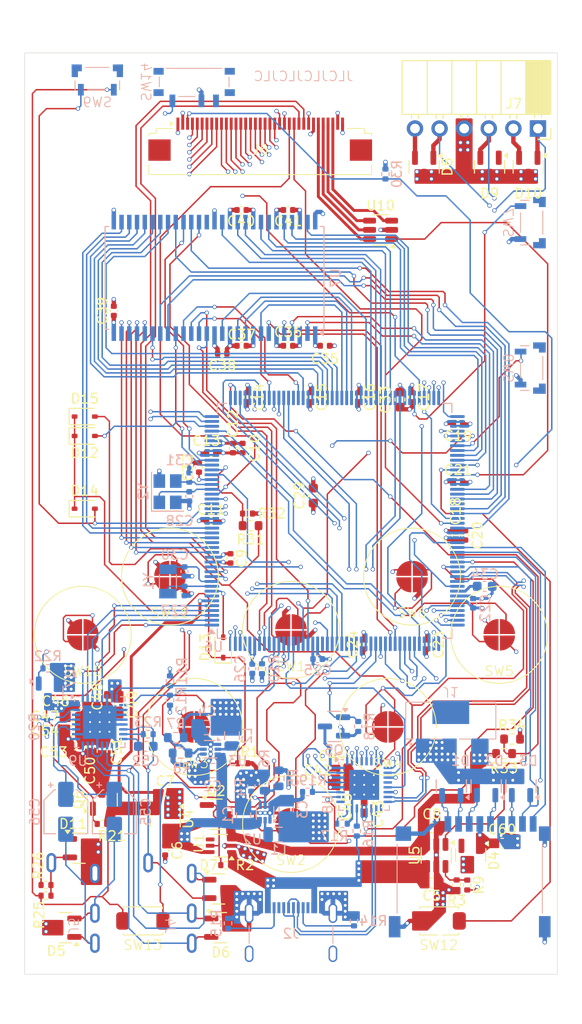
<source format=kicad_pcb>
(kicad_pcb (version 20241229) (generator "pcbnew") (generator_version "9.0")
  (layers (0 "F.Cu" signal) (4 "In1.Cu" power "F.Gnd") (6 "In2.Cu" power "F.Pwr") (8 "In3.Cu" mixed "B.Inner") (10 "In4.Cu" power "B.Gnd") (2 "B.Cu" signal) (13 "F.Paste" user) (15 "B.Paste" user) (5 "F.SilkS" user "F.Silkscreen") (7 "B.SilkS" user "B.Silkscreen") (1 "F.Mask" user) (3 "B.Mask" user) (25 "Edge.Cuts" user))
  (net 0 "")
  (net 1 "GND")
  (net 2 "1V8")
  (net 3 "3V3")
  (net 4 "VBUS")
  (net 5 "3V3_LDO")
  (net 6 "VBAT")
  (net 7 "Net-(C33-Pad1)")
  (net 8 "Net-(C34-Pad1)")
  (net 9 "Net-(U9-MIC2R{slash}LINE2R)")
  (net 10 "Net-(D5-IO2)")
  (net 11 "Net-(D5-IO1)")
  (net 14 "Net-(J2-CC2)")
  (net 15 "Net-(J2-CC1)")
  (net 17 "Net-(U2-SW)")
  (net 18 "Net-(U3-SW)")
  (net 19 "Net-(Q2-G)")
  (net 20 "Net-(U2-FB)")
  (net 21 "Net-(U3-FB)")
  (net 22 "Net-(U8-VBUS)")
  (net 23 "Net-(U8-RBIAS)")
  (net 36 "Net-(D11B-K2)")
  (net 49 "/cpu/reg_3v3_en")
  (net 54 "/power/power_vsys")
  (net 55 "/cpu/osc32k_in")
  (net 56 "/cpu/osc24m_in")
  (net 57 "/cpu/osc32k_out")
  (net 58 "/cpu/osc24m_out")
  (net 59 "/cpu/swd_nrst")
  (net 60 "/usb/power_io_sw")
  (net 61 "/audio/dvdd")
  (net 62 "/audio/avdd")
  (net 63 "/audio/hp_mic")
  (net 64 "/audio/lo_left")
  (net 65 "/audio/lo_right")
  (net 66 "/cpu/sdmmc.d2")
  (net 67 "/cpu/sdmmc.d3")
  (net 68 "/cpu/sdmmc.cmd")
  (net 69 "/cpu/sdmmc.clk")
  (net 70 "/cpu/sdmmc.d0")
  (net 71 "/cpu/sdmmc.d1")
  (net 72 "/audio/hp_left")
  (net 73 "/audio/hp_right")
  (net 74 "/audio/hp_com")
  (net 75 "/cpu/swd_swo")
  (net 76 "/cpu/swd_io")
  (net 77 "/cpu/swd_clk")
  (net 78 "/usb/usbport_d-")
  (net 79 "/usb/usbport_d+")
  (net 80 "/cpu/sdmmc_detect")
  (net 81 "/lcd/led_k3")
  (net 82 "/lcd/led_k4")
  (net 83 "/cpu/~{lcd_reset}")
  (net 84 "/cpu/cpu_power_on")
  (net 85 "/cpu/rtc_wakeup")
  (net 86 "/button/button_power")
  (net 87 "/cpu/~{usbphy_pwr_en}")
  (net 88 "/audio/~{avdd_en}")
  (net 89 "/audio/~{dvdd_en}")
  (net 90 "/cpu/backlight_pwm")
  (net 91 "/cpu/reg_1v8_en")
  (net 92 "/cpu/~{charger_enable}")
  (net 93 "/button/button_select")
  (net 94 "/audio/codec_ctl.scl")
  (net 95 "/audio/codec_ctl.sda")
  (net 96 "/cpu/~{usbphy_reset}")
  (net 97 "/audio/~{reset}")
  (net 98 "/audio/micbias")
  (net 99 "/audio/~{lo_detect}")
  (net 100 "/button/button_a")
  (net 101 "/button/button_b")
  (net 102 "/button/button_x")
  (net 103 "/button/button_y")
  (net 104 "/button/button_start")
  (net 105 "/button/button_hold")
  (net 106 "/cpu/~{charger_charging}")
  (net 107 "/cpu/usb_dfu_d-")
  (net 108 "/cpu/ulpi.d3")
  (net 109 "/cpu/ulpi.d0")
  (net 110 "/cpu/fmc_nbl0")
  (net 111 "/cpu/fmc_sdcke")
  (net 112 "/cpu/usb_dfu_d+")
  (net 113 "/cpu/fmc_a0")
  (net 114 "/cpu/fmc_d8")
  (net 115 "/cpu/ulpi.stp")
  (net 116 "/cpu/ulpi.d7")
  (net 117 "/cpu/fmc_nbl1")
  (net 118 "/cpu/fmc_d2")
  (net 119 "/cpu/fmc_d12")
  (net 120 "/cpu/ulpi.d1")
  (net 121 "/cpu/fmc_a5")
  (net 122 "/cpu/fmc_a7")
  (net 123 "/cpu/fmc_a11")
  (net 124 "/cpu/fmc_d14")
  (net 125 "/cpu/ulpi.dir")
  (net 126 "/cpu/fmc_ba1")
  (net 127 "/cpu/fmc_d10")
  (net 128 "/cpu/fmc_sdncas")
  (net 129 "/cpu/fmc_a3")
  (net 130 "/cpu/ulpi.clk")
  (net 131 "/cpu/fmc_d7")
  (net 132 "/cpu/fmc_a2")
  (net 133 "/cpu/fmc_d15")
  (net 134 "/audio/codec.drec")
  (net 135 "/cpu/ulpi.d6")
  (net 136 "/cpu/ulpi.d4")
  (net 137 "/cpu/fmc_sdne0")
  (net 138 "/cpu/fmc_d3")
  (net 139 "/cpu/fmc_d13")
  (net 140 "/audio/codec.wclk")
  (net 141 "/cpu/fmc_d5")
  (net 142 "/cpu/fmc_d9")
  (net 143 "/cpu/fmc_sdnras")
  (net 144 "/cpu/fmc_a10")
  (net 145 "/cpu/fmc_a6")
  (net 146 "/cpu/ulpi.d2")
  (net 147 "/audio/codec.dplay")
  (net 148 "/cpu/fmc_a8")
  (net 149 "/cpu/ulpi.nxt")
  (net 150 "/cpu/fmc_a4")
  (net 151 "/cpu/fmc_a1")
  (net 152 "/cpu/fmc_ba0")
  (net 153 "/cpu/fmc_sdnwe")
  (net 154 "/cpu/fmc_d6")
  (net 155 "/audio/codec.bclk")
  (net 156 "/cpu/fmc_d0")
  (net 157 "/cpu/mcoclk_24m")
  (net 158 "/cpu/fmc_a9")
  (net 159 "/cpu/fmc_sdclk")
  (net 160 "/cpu/fmc_d4")
  (net 161 "/cpu/fmc_a12")
  (net 162 "/cpu/fmc_d1")
  (net 163 "/cpu/fmc_d11")
  (net 164 "/audio/codec.mclk")
  (net 165 "/cpu/ulpi.d5")
  (net 166 "/button/button_up")
  (net 167 "/button/button_down")
  (net 168 "/button/button_left")
  (net 169 "/button/button_right")
  (net 170 "/button/button_vol+")
  (net 171 "/button/button_vol-")
  (net 172 "/cpu/lcd_ctl.sda")
  (net 173 "/cpu/lcd_ctl.cs")
  (net 174 "/cpu/lcd_ctl.scl")
  (net 175 "/cpu/lcd_rgb.dotclk")
  (net 176 "/cpu/lcd_rgb.b0")
  (net 177 "/cpu/lcd_rgb.r4")
  (net 178 "/cpu/lcd_rgb.de")
  (net 179 "/cpu/lcd_rgb.b2")
  (net 180 "/cpu/lcd_rgb.r1")
  (net 181 "/cpu/lcd_rgb.b5")
  (net 182 "/cpu/lcd_rgb.r0")
  (net 183 "/cpu/lcd_rgb.g3")
  (net 184 "/cpu/lcd_rgb.g5")
  (net 185 "/cpu/lcd_rgb.g4")
  (net 186 "/cpu/lcd_rgb.vsync")
  (net 187 "/cpu/lcd_rgb.b4")
  (net 188 "/cpu/lcd_rgb.g0")
  (net 189 "/cpu/lcd_rgb.b3")
  (net 190 "/cpu/lcd_rgb.r2")
  (net 191 "/cpu/lcd_rgb.b1")
  (net 192 "/cpu/lcd_rgb.r3")
  (net 193 "/cpu/lcd_rgb.hsync")
  (net 194 "/cpu/lcd_rgb.g2")
  (net 195 "/cpu/lcd_rgb.g1")
  (net 196 "/cpu/lcd_rgb.r5")
  (net 198 "/cpu/adc_vbus")
  (net 204 "/cpu/adc_vbat")
  (net 206 "Net-(U5-PROG)")
  (net 207 "/audio/hp_micbutton+")
  (net 209 "/lcd/led_k1")
  (net 211 "/audio/hp_micbutton-")
  (net 212 "/lcd/led_k2")
  (footprint "Resistor_SMD:R_0603_1608Metric" (layer "F.Cu") (at 144.325 106.25 180)
    (property "Reference" "R31")
    (property "Value" "174 kΩ")
  )
  (footprint "Capacitor_SMD:C_0402_1005Metric" (layer "F.Cu") (at 126.25 129)
    (property "Reference" "C53")
    (property "Value" "100 nF")
  )
  (footprint "Capacitor_SMD:C_0402_1005Metric" (layer "F.Cu") (at 155.5 93 -90)
    (property "Reference" "C16")
    (property "Value" "100 nF")
  )
  (footprint "echoplayer:Switch_ContactPad_10x3mm_Cross" (layer "F.Cu") (at 136 111.5)
    (property "Reference" "SW11")
    (property "Value" "Y")
  )
  (footprint "Resistor_SMD:R_0402_1005Metric" (layer "F.Cu") (at 123.2 144.4)
    (property "Reference" "R25")
    (property "Value" "1 MΩ")
  )
  (footprint "Package_TO_SOT_SMD:SOT-23-6" (layer "F.Cu") (at 157.75 75.75 180)
    (property "Reference" "U10")
    (property "Value" "AP2502")
  )
  (footprint "Package_TO_SOT_SMD:SOT-23-3" (layer "F.Cu") (at 135.5 136.5 -90)
    (property "Reference" "U4")
    (property "Value" "XC6206P33xMR")
  )
  (footprint "Capacitor_SMD:C_0402_1005Metric" (layer "F.Cu") (at 129.5 124.25 -90)
    (property "Reference" "C48")
    (property "Value" "100 nF")
  )
  (footprint "Package_TO_SOT_SMD:SOT-23" (layer "F.Cu") (at 167.05 140.2 -90)
    (property "Reference" "D4")
    (property "Value" "CESD3V3AP-ES")
  )
  (footprint "Package_TO_SOT_SMD:Texas_R-PDSO-G6" (layer "F.Cu") (at 141.25 139.25 180)
    (property "Reference" "U1")
    (property "Value" "LM66100DCK")
  )
  (footprint "Capacitor_SMD:C_0603_1608Metric" (layer "F.Cu") (at 125.925 127.4)
    (property "Reference" "C54")
    (property "Value" "10 µF")
  )
  (footprint "echoplayer:Switch_ContactPad_10x3mm_Cross" (layer "F.Cu") (at 158.5 127)
    (property "Reference" "SW4")
    (property "Value" "DPAD→")
  )
  (footprint "Capacitor_SMD:C_0402_1005Metric" (layer "F.Cu") (at 130.2 84.1 90)
    (property "Reference" "C39")
    (property "Value" "100 nF")
  )
  (footprint "Capacitor_SMD:C_0603_1608Metric" (layer "F.Cu") (at 150.8 103.15 90)
    (property "Reference" "C29")
    (property "Value" "4.7 µF")
  )
  (footprint "Capacitor_SMD:C_0402_1005Metric" (layer "F.Cu") (at 126.75 124.7)
    (property "Reference" "C46")
    (property "Value" "100 nF")
  )
  (footprint "Capacitor_SMD:C_0603_1608Metric" (layer "F.Cu") (at 163.03 143.1)
    (property "Reference" "C5")
    (property "Value" "4.7 µF")
  )
  (footprint "Capacitor_SMD:C_0402_1005Metric" (layer "F.Cu") (at 139 100.25 90)
    (property "Reference" "C32")
    (property "Value" "100 nF")
  )
  (footprint "Capacitor_SMD:C_0402_1005Metric" (layer "F.Cu") (at 141.4 88.5)
    (property "Reference" "C38")
    (property "Value" "100 nF")
  )
  (footprint "Capacitor_SMD:C_0402_1005Metric" (layer "F.Cu") (at 140.25 98.75)
    (property "Reference" "C13")
    (property "Value" "100 nF")
  )
  (footprint "Capacitor_SMD:C_0402_1005Metric" (layer "F.Cu") (at 140.25 105.75)
    (property "Reference" "C11")
    (property "Value" "100 nF")
  )
  (footprint "Capacitor_SMD:C_0603_1608Metric" (layer "F.Cu") (at 125.925 125.9)
    (property "Reference" "C47")
    (property "Value" "10 µF")
  )
  (footprint "Capacitor_SMD:C_0402_1005Metric" (layer "F.Cu") (at 153.8 131.225)
    (property "Reference" "C44")
    (property "Value" "100 nF")
  )
  (footprint "Resistor_SMD:R_0402_1005Metric" (layer "F.Cu") (at 166.7 143.3 90)
    (property "Reference" "R9")
    (property "Value" "2.2 kΩ")
  )
  (footprint "Capacitor_SMD:C_0402_1005Metric" (layer "F.Cu") (at 165.75 95.75 180)
    (property "Reference" "C19")
    (property "Value" "100 nF")
  )
  (footprint "MountingHole:MountingHole_2.2mm_M2" (layer "F.Cu") (at 125 66.5)
    (property "Reference" "H3" (hide yes))
    (property "Value" "M2_Screw")
  )
  (footprint "Resistor_SMD:R_0402_1005Metric" (layer "F.Cu") (at 129 137 180)
    (property "Reference" "R21")
    (property "Value" "100 kΩ")
  )
  (footprint "echoplayer:Switch_ContactPad_10x3mm_Cross" (layer "F.Cu") (at 138.5 127)
    (property "Reference" "SW3")
    (property "Value" "DPAD←")
  )
  (footprint "Diode_SMD:D_SOD-323" (layer "F.Cu") (at 127.2 95)
    (property "Reference" "D15")
    (property "Value" "1N5819WS")
  )
  (footprint "Package_TO_SOT_SMD:SOT-23" (layer "F.Cu") (at 169 69.25 -90)
    (property "Reference" "D9")
    (property "Value" "CESD3V3AP-ES")
  )
  (footprint "echoplayer:Switch_ContactPad_10x3mm_Cross" (layer "F.Cu") (at 170 117.5)
    (property "Reference" "SW5")
    (property "Value" "A")
  )
  (footprint "MountingHole:MountingHole_4mm" (layer "F.Cu") (at 148.5 127 90)
    (property "Reference" "H1" (hide yes))
    (property "Value" "DPad_Pivot")
  )
  (footprint "Package_TO_SOT_SMD:TSOT-23-6" (layer "F.Cu") (at 163.5 140.25 -90)
    (property "Reference" "U5")
    (property "Value" "TP4057")
  )
  (footprint "Capacitor_SMD:C_0402_1005Metric" (layer "F.Cu") (at 144 93 -90)
    (property "Reference" "C14")
    (property "Value" "100 nF")
  )
  (footprint "Capacitor_SMD:C_0402_1005Metric" (layer "F.Cu") (at 161 93 -90)
    (property "Reference" "C17")
    (property "Value" "100 nF")
  )
  (footprint "Capacitor_SMD:C_0603_1608Metric" (layer "F.Cu") (at 130.7 124.7 -90)
    (property "Reference" "C49")
    (property "Value" "10 µF")
  )
  (footprint "Capacitor_SMD:C_0603_1608Metric" (layer "F.Cu") (at 159.75 93.25 -90)
    (property "Reference" "C33")
    (property "Value" "2.2 µF")
  )
  (footprint "Resistor_SMD:R_0402_1005Metric" (layer "F.Cu") (at 143.5 130.75)
    (property "Reference" "R1")
    (property "Value" "100 kΩ")
  )
  (footprint "Package_TO_SOT_SMD:SOT-23" (layer "F.Cu") (at 141 143.7)
    (property "Reference" "D7")
    (property "Value" "CESD3V3AP-ES")
  )
  (footprint "echoplayer:NetTie_0.15mm_SMD" (layer "F.Cu") (at 133.25 129.75 -90)
    (property "Reference" "NT1" (hide yes))
    (property "Value" "NetTie_2" (hide yes))
  )
  (footprint "Resistor_SMD:R_0603_1608Metric" (layer "F.Cu") (at 170.5 129.75)
    (property "Reference" "R33")
    (property "Value" "174 kΩ")
  )
  (footprint "Capacitor_SMD:C_0603_1608Metric" (layer "F.Cu") (at 170.3 139)
    (property "Reference" "C60")
    (property "Value" "10 µF")
  )
  (footprint "Capacitor_SMD:C_0402_1005Metric" (layer "F.Cu") (at 148.2 73.7)
    (property "Reference" "C41")
    (property "Value" "100 nF")
  )
  (footprint "echoplayer:Switch_XUNPU_TS-1088-AR" (layer "F.Cu") (at 133.2 147)
    (property "Reference" "SW13")
    (property "Value" "SELECT")
  )
  (footprint "Capacitor_SMD:C_0402_1005Metric" (layer "F.Cu") (at 153.8 132.225)
    (property "Reference" "C42")
    (property "Value" "100 nF")
  )
  (footprint "Resistor_SMD:R_0603_1608Metric" (layer "F.Cu") (at 171.325 128.25)
    (property "Reference" "R34")
    (property "Value" "390 kΩ")
  )
  (footprint "Diode_SMD:D_SOD-323" (layer "F.Cu") (at 127.2 104.5)
    (property "Reference" "D14")
    (property "Value" "1N5819WS")
  )
  (footprint "Resistor_SMD:R_0402_1005Metric" (layer "F.Cu") (at 141.76 141.25 180)
    (property "Reference" "R2")
    (property "Value" "100 kΩ")
  )
  (footprint "Capacitor_SMD:C_0402_1005Metric" (layer "F.Cu") (at 150.5 93 -90)
    (property "Reference" "C15")
    (property "Value" "100 nF")
  )
  (footprint "Capacitor_SMD:C_0402_1005Metric" (layer "F.Cu") (at 127.75 129.1 90)
    (property "Reference" "C50")
    (property "Value" "100 nF")
  )
  (footprint "Capacitor_SMD:C_0402_1005Metric" (layer "F.Cu") (at 148.2 87.7 180)
    (property "Reference" "C36")
    (property "Value" "100 nF")
  )
  (footprint "Capacitor_SMD:C_0402_1005Metric" (layer "F.Cu") (at 165.5 107.25 90)
    (property "Reference" "C18")
    (property "Value" "100 nF")
  )
  (footprint "echoplayer:NetTie_0.15mm_SMD" (layer "F.Cu") (at 132.75 129.75 -90)
    (property "Reference" "NT2" (hide yes))
    (property "Value" "NetTie_2" (hide yes))
  )
  (footprint "Capacitor_SMD:C_0402_1005Metric" (layer "F.Cu") (at 143.499999 98.25 -90)
    (property "Reference" "C10")
    (property "Value" "100 nF")
  )
  (footprint "Resistor_SMD:R_0402_1005Metric" (layer "F.Cu") (at 144.01 105)
    (property "Reference" "R32")
    (property "Value" "100 kΩ")
  )
  (footprint "Package_TO_SOT_SMD:SOT-23" (layer "F.Cu") (at 126.6 139.5)
    (property "Reference" "D11")
    (property "Value" "CESD3V3AP-ES")
  )
  (footprint "Capacitor_SMD:C_0402_1005Metric" (layer "F.Cu") (at 142.5 98.25 -90)
    (property "Reference" "C12")
    (property "Value" "1 µF")
  )
  (footprint "Package_TO_SOT_SMD:SOT-23" (layer "F.Cu") (at 141.2 147.7)
    (property "Reference" "D6")
    (property "Value" "CESD3V3AP-ES")
  )
  (footprint "MountingHole:MountingHole_2.2mm_M2" (layer "F.Cu") (at 173 105.5)
    (property "Reference" "H4" (hide yes))
    (property "Value" "M2_Screw")
  )
  (footprint "Connector_PinSocket_2.54mm:PinSocket_1x06_P2.54mm_Horizontal" (layer "F.Cu") (at 174 65.3 -90)
    (property "Reference" "J7")
    (property "Value" "PM254-1-06-W-8.5")
  )
  (footprint "echoplayer:Switch_ContactPad_10x3mm_Cross" (layer "F.Cu") (at 148.5 117)
    (property "Reference" "SW1")
    (property "Value" "DPAD↑")
  )
  (footprint "Capacitor_SMD:C_0402_1005Metric" (layer "F.Cu") (at 165.75 101.75 180)
    (property "Reference" "C21")
    (property "Value" "100 nF")
  )
  (footprint "Resistor_SMD:R_0402_1005Metric" (layer "F.Cu") (at 165.6 143.29 -90)
    (property "Reference" "R3")
    (property "Value" "10 kΩ")
  )
  (footprint "Package_TO_SOT_SMD:SOT-23" (layer "F.Cu") (at 162.25 69.25 -90)
    (property "Reference" "D8")
    (property "Value" "CESD3V3AP-ES")
  )
  (footprint "Capacitor_SMD:C_0402_1005Metric" (layer "F.Cu") (at 143.4 87.7 180)
    (property "Reference" "C37")
    (property "Value" "100 nF")
  )
  (footprint "Capacitor_SMD:C_0402_1005Metric" (layer "F.Cu") (at 143.4 73.7)
    (property "Reference" "C40")
    (property "Value" "100 nF")
  )
  (footprint "Diode_SMD:D_SOD-323" (layer "F.Cu") (at 127.2 97)
    (property "Reference" "D12")
    (property "Value" "1N5819WS")
  )
  (footprint "Capacitor_SMD:C_0402_1005Metric" (layer "F.Cu") (at 135.5 133.75)
    (property "Reference" "C7")
    (property "Value" "1 µF")
  )
  (footprint "Package_TO_SOT_SMD:SOT-23" (layer "F.Cu") (at 140.75 136)
    (property "Reference" "Q2")
    (property "Value" "AO3401A")
  )
  (footprint "Package_TO_SOT_SMD:SOT-23" (layer "F.Cu") (at 173 69.25 -90)
    (property "Reference" "D10")
    (property "Value" "CESD3V3AP-ES")
  )
  (footprint "echoplayer:Switch_ContactPad_10x3mm_Cross" (layer "F.Cu") (at 161 111.5)
    (property "Reference" "SW6")
    (property "Value" "B")
  )
  (footprint "echoplayer:Switch_ContactPad_10x3mm_Cross" (layer "F.Cu") (at 148.5 137)
    (property "Reference" "SW2")
    (property "Value" "DPAD↓")
  )
  (footprint "Capacitor_SMD:C_0402_1005Metric" (layer "F.Cu") (at 166.5 107.25 90)
    (property "Reference" "C20")
    (property "Value" "1 µF")
  )
  (footprint "MountingHole:MountingHole_2.2mm_M2" (layer "F.Cu") (at 156 150.5)
    (property "Reference" "H5" (hide yes))
    (property "Value" "M2_Screw")
  )
  (footprint "Capacitor_SMD:C_0603_1608Metric" (layer "F.Cu") (at 129 129.475 90)
    (property "Reference" "C51")
    (property "Value" "10 µF")
  )
  (footprint "Capacitor_SMD:C_0402_1005Metric" (layer "F.Cu") (at 156.019999 118.5 90)
    (property "Reference" "C24")
    (property "Value" "100 nF")
  )
  (footprint "Diode_SMD:D_SOD-323" (layer "F.Cu") (at 141.5 118.8 90)
    (property "Reference" "D13")
    (property "Value" "1N5819WS")
  )
  (footprint "Capacitor_SMD:C_0402_1005Metric" (layer "F.Cu") (at 162.52 118.5 90)
    (property "Reference" "C23")
    (property "Value" "100 nF")
  )
  (footprint "MountingHole:MountingHole_4mm" (layer "F.Cu") (at 172 82.5 90)
    (property "Reference" "H2" (hide yes))
    (property "Value" "Volume_Pivot")
  )
  (footprint "echoplayer:Switch_XUNPU_TS-1088-AR" (layer "F.Cu") (at 163.8 147)
    (property "Reference" "SW12")
    (property "Value" "START")
  )
  (footprint "Capacitor_SMD:C_0402_1005Metric" (layer "F.Cu") (at 153.8 133.225)
    (property "Reference" "C45")
    (property "Value" "100 nF")
  )
  (footprint "Capacitor_SMD:C_0402_1005Metric" (layer "F.Cu") (at 135.5 139.73 -90)
    (property "Reference" "C6")
    (property "Value" "1 µF")
  )
  (footprint "Capacitor_SMD:C_0603_1608Metric" (layer "F.Cu") (at 163.03 137.4)
    (property "Reference" "C8")
    (property "Value" "4.7 µF")
  )
  (footprint "Package_TO_SOT_SMD:SOT-23" (layer "F.Cu") (at 125.2 147.7 180)
    (property "Reference" "D5")
    (property "Value" "PESD3V3L2BT")
  )
  (footprint "Capacitor_SMD:C_0402_1005Metric" (layer "F.Cu") (at 156.05 135.225 90)
    (property "Reference" "C43")
    (property "Value" "100 nF")
  )
  (footprint "Resistor_SMD:R_0402_1005Metric" (layer "F.Cu") (at 123.2 143.3)
    (property "Reference" "R26")
    (property "Value" "100 kΩ")
  )
  (footprint "Capacitor_SMD:C_0402_1005Metric" (layer "F.Cu") (at 152 87.7)
    (property "Reference" "C35")
    (property "Value" "100 nF")
  )
  (footprint "echoplayer:Switch_ContactPad_10x3mm_Cross" (layer "F.Cu") (at 127 117.5)
    (property "Reference" "SW10")
    (property "Value" "X")
  )
  (footprint "echoplayer:Conn_Jushuo_AFD01-S35FCC-00_RTL" (layer "F.Cu") (at 145.32 64.8 180)
    (property "Reference" "J6")
    (property "Value" "AFD01-S35FCC-00")
  )
  (footprint "Capacitor_SMD:C_0402_1005Metric" (layer "F.Cu") (at 142.25 109.625 -90)
    (property "Reference" "C9")
    (property "Value" "100 nF")
  )
  (footprint "Package_TO_SOT_SMD:SOT-23" (layer "F.Cu") (at 129 134.5 90)
    (property "Reference" "Q6")
    (property "Value" "AO3401A")
  )
  (footprint "MountingHole:MountingHole_2.2mm_M2" (layer "F.Cu") (at 134 120.75)
    (property "Reference" "H6" (hide yes))
    (property "Value" "M2_Screw")
  )
  (footprint "Resistor_SMD:R_0402_1005Metric" (layer "B.Cu") (at 123.4 120.9625 180)
    (property "Reference" "R22")
    (property "Value" "100 kΩ")
  )
  (footprint "echoplayer:Conn_GT-BTP30003-xxxxA-016A" (layer "B.Cu") (at 165 127.5)
    (property "Reference" "J1")
    (property "Value" "GT-BTP30003-xxxA-16A")
  )
  (footprint "echoplayer:Switch_SHOUHAN_MSK12C02-HB" (layer "B.Cu") (at 138.5 60.5 180)
    (property "Reference" "SW14")
    (property "Value" "HOLD")
  )
  (footprint "echoplayer:Switch_XKB_TS-1010-C-A" (layer "B.Cu") (at 173.5 75 90)
    (property "Reference" "SW7")
    (property "Value" "VOL+")
  )
  (footprint "Resistor_SMD:R_0402_1005Metric" (layer "B.Cu") (at 155.29 137.735 -90)
    (property "Reference" "R16")
    (property "Value" "10 kΩ")
  )
  (footprint "Resistor_SMD:R_0603_1608Metric" (layer "B.Cu") (at 147.25 132.3 -90)
    (property "Reference" "R5")
    (property "Value" "174 kΩ")
  )
  (footprint "echoplayer:Jack_3.5mm_HCTL_HC-PJ-320A-4P-D" (layer "B.Cu") (at 136 147.5 90)
    (property "Reference" "J4")
    (property "Value" "HP_3.5mm")
  )
  (footprint "Resistor_SMD:R_0603_1608Metric" (layer "B.Cu") (at 136.6 128.1 180)
    (property "Reference" "R7")
    (property "Value" "390 kΩ")
  )
  (footprint "Package_TO_SOT_SMD:SOT-23" (layer "B.Cu") (at 172.25 133.1 90)
    (property "Reference" "D3")
    (property "Value" "CESD3V3AP-ES")
  )
  (footprint "Package_TO_SOT_SMD:SOT-23" (layer "B.Cu") (at 123.4 123.4625 -90)
    (property "Reference" "Q7")
    (property "Value" "AO3401A")
  )
  (footprint "echoplayer:Switch_XKB_TS-1010-C-A" (layer "B.Cu") (at 173.5 90 90)
    (property "Reference" "SW8")
    (property "Value" "VOL-")
  )
  (footprint "Capacitor_SMD:C_0402_1005Metric" (layer "B.Cu") (at 137.5 112.98 -90)
    (property "Reference" "C27")
    (property "Value" "5 pF/NP0")
  )
  (footprint "Capacitor_SMD:C_0603_1608Metric" (layer "B.Cu") (at 133.5 129 180)
    (property "Reference" "C52")
    (property "Value" "10 nF/NP0")
  )
  (footprint "echoplayer:Switch_XKB_TS-1010-C-A" (layer "B.Cu") (at 128.5 60 180)
    (property "Reference" "SW9")
    (property "Value" "POWER")
  )
  (footprint "Capacitor_SMD:C_0805_2012Metric" (layer "B.Cu") (at 139.8 127.0625 180)
    (property "Reference" "C4")
    (property "Value" "22 µF")
  )
  (footprint "Crystal:Crystal_SMD_3215-2Pin_3.2x1.5mm" (layer "B.Cu") (at 135.79 112 -90)
    (property "Reference" "Y1")
    (property "Value" "SC-32S32.768kHz20PPM12.5pF")
  )
  (footprint "Package_DFN_QFN:Texas_RHB0032E_VQFN-32-1EP_5x5mm_P0.5mm_EP3.45x3.45mm_ThermalVias" (layer "B.Cu") (at 128.75 126.5 -90)
    (property "Reference" "U9")
    (property "Value" "TLV320AIC3104")
  )
  (footprint "Resistor_SMD:R_0402_1005Metric" (layer "B.Cu") (at 144.4 133.12 90)
    (property "Reference" "R4")
    (property "Value" "100 kΩ")
  )
  (footprint "Capacitor_SMD:CP_Elec_4x5.4" (layer "B.Cu") (at 125.25 135.75 -90)
    (property "Reference" "C56")
    (property "Value" "10 µF")
  )
  (footprint "Capacitor_SMD:C_0402_1005Metric" (layer "B.Cu") (at 151.25 120)
    (property "Reference" "C25")
    (property "Value" "100 nF")
  )
  (footprint "echoplayer:USB_C-Hroparts-TYPE-C-31-M-12" (layer "B.Cu") (at 148.5 146.71 180)
    (property "Reference" "J2")
    (property "Value" "TYPE-C-31-M-12")
  )
  (footprint "Resistor_SMD:R_0402_1005Metric" (layer "B.Cu") (at 136 124.25 90)
    (property "Reference" "R12")
    (property "Value" "10 kΩ")
  )
  (footprint "Capacitor_SMD:C_0402_1005Metric" (layer "B.Cu") (at 137.5 110.98 -90)
    (property "Reference" "C30")
    (property "Value" "5 pF/NP0")
  )
  (footprint "Resistor_SMD:R_0603_1608Metric" (layer "B.Cu") (at 137.1 129.7 180)
    (property "Reference" "R8")
    (property "Value" "86.6 kΩ")
  )
  (footprint "Package_TO_SOT_SMD:SOT-23" (layer "B.Cu") (at 165.05 133.1 90)
    (property "Reference" "D1")
    (property "Value" "CESD3V3AP-ES")
  )
  (footprint "Package_TO_SOT_SMD:SOT-23" (layer "B.Cu") (at 152.94 126.95 180)
    (property "Reference" "Q5")
    (property "Value" "AO3401A")
  )
  (footprint "Capacitor_SMD:C_0805_2012Metric" (layer "B.Cu") (at 143.6 136.1 90)
    (property "Reference" "C1")
    (property "Value" "22 µF")
  )
  (footprint "Capacitor_SMD:C_0805_2012Metric" (layer "B.Cu") (at 140.4 131.5 180)
    (property "Reference" "C2")
    (property "Value" "22 µF")
  )
  (footprint "echoplayer:L_0806_2016Metric" (layer "B.Cu") (at 147.2 138.1)
    (property "Reference" "L1")
    (property "Value" "1 µH")
  )
  (footprint "Package_QFP:LQFP-176_24x24mm_P0.5mm" (layer "B.Cu") (at 153 105.75)
    (property "Reference" "U6")
    (property "Value" "STM32H743IGTx")
  )
  (footprint "Resistor_SMD:R_0402_1005Metric" (layer "B.Cu") (at 142 147.25 90)
    (property "Reference" "R15")
    (property "Value" "5.1 kΩ")
  )
  (footprint "Capacitor_SMD:C_0805_2012Metric" (layer "B.Cu") (at 148 135.5 90)
    (property "Reference" "C3")
    (property "Value" "22 µF")
  )
  (footprint "Capacitor_SMD:C_0402_1005Metric" (layer "B.Cu") (at 167.3 114.25 90)
    (property "Reference" "C22")
    (property "Value" "100 nF")
  )
  (footprint "echoplayer:microSD_XUNPU_TF-115" (layer "B.Cu") (at 166.95 144 180)
    (property "Reference" "J3" (hide yes))
    (property "Value" "TF-115")
  )
  (footprint "Resistor_SMD:R_0402_1005Metric" (layer "B.Cu") (at 158.25 69.99 90)
    (property "Reference" "R30")
    (property "Value" "100 kΩ")
  )
  (footprint "Capacitor_SMD:C_0402_1005Metric" (layer "B.Cu") (at 138 101.27 90)
    (property "Reference" "C31")
    (property "Value" "4 pF/NP0")
  )
  (footprint "Package_TO_SOT_SMD:SOT-563" (layer "B.Cu") (at 145.825 135.87 90)
    (property "Reference" "U2")
    (property "Value" "TPS62A01DRLR")
  )
  (footprint "Resistor_SMD:R_0402_1005Metric" (layer "B.Cu") (at 133.75 127.75)
    (property "Reference" "R23")
    (property "Value" "2.2 kΩ")
  )
  (footprint "Package_SO:TSOP-II-54_22.2x10.16mm_P0.8mm" (layer "B.Cu") (at 140.6 80.7 90)
    (property "Reference" "U7")
    (property "Value" "W9825G6KH-x")
  )
  (footprint "Resistor_SMD:R_0402_1005Metric" (layer "B.Cu") (at 155.44 126.95 90)
    (property "Reference" "R18")
    (property "Value" "100 kΩ")
  )
  (footprint "Resistor_SMD:R_0402_1005Metric" (layer "B.Cu") (at 145.5 121 -90)
    (property "Reference" "R10")
    (property "Value" "100 kΩ")
  )
  (footprint "Capacitor_SMD:C_0402_1005Metric" (layer "B.Cu") (at 144.5 121 -90)
    (property "Reference" "C26")
    (property "Value" "100 nF")
  )
  (footprint "Resistor_SMD:R_0402_1005Metric" (layer "B.Cu") (at 155 147 90)
    (property "Reference" "R14")
    (property "Value" "5.1 kΩ")
  )
  (footprint "Capacitor_SMD:C_0603_1608Metric" (layer "B.Cu") (at 168.5 112.5)
    (property "Reference" "C34")
    (property "Value" "2.2 µF")
  )
  (footprint "Capacitor_SMD:CP_Elec_4x5.4" (layer "B.Cu") (at 130.25 135.75 -90)
    (property "Reference" "C55")
    (property "Value" "10 µF")
  )
  (footprint "echoplayer:Jack_3.5mm_HCTL_HC-PJ-320A-4P-D" (layer "B.Cu") (at 126 147.5 90)
    (property "Reference" "J5")
    (property "Value" "LO_3.5mm")
  )
  (footprint "Resistor_SMD:R_0402_1005Metric" (layer "B.Cu") (at 150.2 133.7 180)
    (property "Reference" "R19")
    (property "Value" "100 kΩ")
  )
  (footprint "Resistor_SMD:R_0603_1608Metric" (layer "B.Cu") (at 145.75 132.75 90)
    (property "Reference" "R6")
    (property "Value" "86.6 kΩ")
  )
  (footprint "Crystal:Crystal_SMD_3225-4Pin_3.2x2.5mm" (layer "B.Cu") (at 135.75 102.75 90)
    (property "Reference" "Y2")
    (property "Value" "XTM32024000JT00351001")
  )
  (footprint "Package_TO_SOT_SMD:SOT-563" (layer "B.Cu") (at 140.2 129.3 180)
    (property "Reference" "U3")
    (property "Value" "TPS62A01DRLR")
  )
  (footprint "Package_DFN_QFN:QFN-32-1EP_5x5mm_P0.5mm_EP3.1x3.1mm_ThermalVias" (layer "B.Cu") (at 156.05 132.975 -90)
    (property "Reference" "U8")
    (property "Value" "USB3320C-EZK")
  )
  (footprint "Package_TO_SOT_SMD:SOT-23" (layer "B.Cu") (at 168.65 133.1 90)
    (property "Reference" "D2")
    (property "Value" "CESD3V3AP-ES")
  )
  (footprint "Resistor_SMD:R_0402_1005Metric" (layer "B.Cu") (at 153.8 136.975 180)
    (property "Reference" "R17")
    (property "Value" "8.06 kΩ")
  )
  (footprint "Capacitor_SMD:C_0402_1005Metric" (layer "B.Cu") (at 138 103.23 -90)
    (property "Reference" "C28")
    (property "Value" "4 pF/NP0")
  )
  (footprint "Resistor_SMD:R_0402_1005Metric" (layer "B.Cu") (at 136 122.25 -90)
    (property "Reference" "R11")
    (property "Value" "10 kΩ")
  )
  (footprint "Resistor_SMD:R_0402_1005Metric" (layer "B.Cu") (at 123.3 126.75 -90)
    (property "Reference" "R20")
    (property "Value" "100 kΩ")
  )
  (footprint "echoplayer:L_0806_2016Metric" (layer "B.Cu") (at 142.4 127.9 90)
    (property "Reference" "L2")
    (property "Value" "1 µH")
  )
  (gr_rect (start 121 57.5) (end 176 152.5) (stroke (width 0.05)) (fill no) (layer "Edge.Cuts"))
  (gr_text "JLCJLCJLCJLC" (at 155 60.5 0) (layer "B.SilkS") (effects (font (size 1 1) (thickness 0.1)) (justify left bottom mirror)))
  (segment (start 135.5 140.21) (end 135.5 140.9) (width 0.45) (layer "F.Cu") (net 1))
  (segment (start 144.9 131.15) (end 144.9 131.7) (width 0.45) (layer "F.Cu") (net 1))
  (segment (start 142.48 98.75) (end 142.5 98.73) (width 0.3) (layer "F.Cu") (net 1))
  (segment (start 147.8 115.2) (end 148.25 114.75) (width 0.45) (layer "F.Cu") (net 1))
  (segment (start 164.5 101.75) (end 165.27 101.75) (width 0.3) (layer "F.Cu") (net 1))
  (segment (start 156 118.000001) (end 156.019999 118.02) (width 0.3) (layer "F.Cu") (net 1))
  (segment (start 164.2 145.8) (end 164.2 145.3) (width 0.45) (layer "F.Cu") (net 1))
  (segment (start 142.2 87.7) (end 142.92 87.7) (width 0.45) (layer "F.Cu") (net 1))
  (segment (start 141.88 88.5) (end 141.88 88.02) (width 0.45) (layer "F.Cu") (net 1))
  (segment (start 137.75 113.25) (end 138.25 113.25) (width 0.45) (layer "F.Cu") (net 1))
  (segment (start 149.2 117.7) (end 150.3 117.7) (width 0.45) (layer "F.Cu") (net 1))
  (segment (start 144.52 105) (end 145.25 105) (width 0.45) (layer "F.Cu") (net 1))
  (segment (start 127.7 118.2) (end 128.5 119) (width 0.45) (layer "F.Cu") (net 1))
  (segment (start 137.8 126.3) (end 137 125.5) (width 0.15) (layer "F.Cu") (net 1))
  (segment (start 164.5 106.75) (end 165.48 106.75) (width 0.3) (layer "F.Cu") (net 1))
  (segment (start 149.4 73.7) (end 148.68 73.7) (width 0.45) (layer "F.Cu") (net 1))
  (segment (start 146.325 135.87) (end 147.37 135.87) (width 0.3) (layer "F.Cu") (net 1))
  (segment (start 163 147) (end 161.725 147) (width 0.45) (layer "F.Cu") (net 1))
  (segment (start 129.775 125.475) (end 128.75 126.5) (width 0.15) (layer "F.Cu") (net 1))
  (segment (start 126.3 116.8) (end 125.5 116) (width 0.45) (layer "F.Cu") (net 1))
  (segment (start 136.8625 135.3625) (end 137 135.5) (width 0.15) (layer "F.Cu") (net 1))
  (segment (start 126.7 127.4) (end 126.7 128.97) (width 0.15) (layer "F.Cu") (net 1))
  (segment (start 165.48 106.75) (end 165.5 106.77) (width 0.3) (layer "F.Cu") (net 1))
  (segment (start 159.2 129.3) (end 159.2 127.7) (width 0.15) (layer "F.Cu") (net 1))
  (segment (start 155.3 132.225) (end 156.05 132.975) (width 0.15) (layer "F.Cu") (net 1))
  (segment (start 150.5 139) (end 149.2 137.7) (width 0.15) (layer "F.Cu") (net 1))
  (segment (start 129.5 124.73) (end 129.5 125.75) (width 0.15) (layer "F.Cu") (net 1))
  (segment (start 161.7 112.2) (end 161.7 113.3) (width 0.45) (layer "F.Cu") (net 1))
  (segment (start 162.5 117.25) (end 162.5 118) (width 0.3) (layer "F.Cu") (net 1))
  (segment (start 127.75 128.62) (end 127.75 127.5) (width 0.15) (layer "F.Cu") (net 1))
  (segment (start 142.25 110.105) (end 141.605 110.105) (width 0.3) (layer "F.Cu") (net 1))
  (segment (start 130.7 125.475) (end 129.775 125.475) (width 0.15) (layer "F.Cu") (net 1))
  (segment (start 159.2 110.8) (end 159 111) (width 0.15) (layer "F.Cu") (net 1))
  (segment (start 165.5 106.77) (end 166.5 106.77) (width 0.3) (layer "F.Cu") (net 1))
  (segment (start 169.3 116.8) (end 168.5 116) (width 0.15) (layer "F.Cu") (net 1))
  (segment (start 150.5 94.25) (end 150.5 93.48) (width 0.3) (layer "F.Cu") (net 1))
  (segment (start 153.82 65.75) (end 153.82 64.8) (width 0.3) (layer "F.Cu") (net 1))
  (segment (start 145.825 135.87) (end 145.325 135.87) (width 0.3) (layer "F.Cu") (net 1))
  (segment (start 127.75 127.5) (end 128.75 126.5) (width 0.15) (layer "F.Cu") (net 1))
  (segment (start 136.7 112.2) (end 137.75 113.25) (width 0.45) (layer "F.Cu") (net 1))
  (segment (start 150.3 117.7) (end 151 117) (width 0.45) (layer "F.Cu") (net 1))
  (segment (start 163.5 141.3875) (end 163.5 142.795) (width 0.15) (layer "F.Cu") (net 1))
  (segment (start 126.7 125.9) (end 126.7 127.4) (width 0.15) (layer "F.Cu") (net 1))
  (segment (start 164.505 143.8) (end 163.805 143.1) (width 0.15) (layer "F.Cu") (net 1))
  (segment (start 126.7 125.9) (end 128.15 125.9) (width 0.15) (layer "F.Cu") (net 1))
  (segment (start 157.05 131.975) (end 157.05 131.45) (width 0.15) (layer "F.Cu") (net 1))
  (segment (start 154.28 132.225) (end 155.3 132.225) (width 0.15) (layer "F.Cu") (net 1))
  (segment (start 130.2 83.62) (end 130.2 82.9) (width 0.45) (layer "F.Cu") (net 1))
  (segment (start 136.45 135.3625) (end 136.45 134.22) (width 0.15) (layer "F.Cu") (net 1))
  (segment (start 164.5 95.75) (end 165.27 95.75) (width 0.3) (layer "F.Cu") (net 1))
  (segment (start 161 93.48) (end 161 94) (width 0.45) (layer "F.Cu") (net 1))
  (segment (start 156 117.25) (end 156 118.000001) (width 0.3) (layer "F.Cu") (net 1))
  (segment (start 143.880001 73.700001) (end 143.88 73.7) (width 0.15) (layer "F.Cu") (net 1))
  (segment (start 129.5 125.75) (end 128.75 126.5) (width 0.15) (layer "F.Cu") (net 1))
  (segment (start 161.7 113.3) (end 161.25 113.75) (width 0.45) (layer "F.Cu") (net 1))
  (segment (start 141.605 110.105) (end 141.5 110) (width 0.3) (layer "F.Cu") (net 1))
  (segment (start 163.6 144.1) (end 163.6 143.305) (width 0.15) (layer "F.Cu") (net 1))
  (segment (start 157.05 131.45) (end 159.2 129.3) (width 0.15) (layer "F.Cu") (net 1))
  (segment (start 147.37 135.87) (end 147.8 136.3) (width 0.3) (layer "F.Cu") (net 1))
  (segment (start 164.8 143.8) (end 164.505 143.8) (width 0.15) (layer "F.Cu") (net 1))
  (segment (start 139 99.77) (end 138.48 99.77) (width 0.45) (layer "F.Cu") (net 1))
  (segment (start 170.7 118.2) (end 171.75 119.25) (width 0.15) (layer "F.Cu") (net 1))
  (segment (start 161.725 147) (end 160.75 147) (width 0.45) (layer "F.Cu") (net 1))
  (segment (start 147.8 116.3) (end 147.8 115.2) (width 0.45) (layer "F.Cu") (net 1))
  (segment (start 136.45 134.22) (end 135.98 133.75) (width 0.15) (layer "F.Cu") (net 1))
  (segment (start 155.5 94.25) (end 155.5 93.48) (width 0.3) (layer "F.Cu") (net 1))
  (segment (start 163.805 137.4) (end 163.5 137.705) (width 0.15) (layer "F.Cu") (net 1))
  (segment (start 136.82 65.75) (end 136.82 64.8) (width 0.3) (layer "F.Cu") (net 1))
  (segment (start 160.75 147) (end 160.5 147.25) (width 0.45) (layer "F.Cu") (net 1))
  (segment (start 141.88 88.02) (end 142.2 87.7) (width 0.45) (layer "F.Cu") (net 1))
  (segment (start 140.73 98.75) (end 141.5 98.75) (width 0.3) (layer "F.Cu") (net 1))
  (segment (start 163.5 137.705) (end 163.5 139.1125) (width 0.15) (layer "F.Cu") (net 1))
  (segment (start 129 128.7) (end 129 126.75) (width 0.15) (layer "F.Cu") (net 1))
  (segment (start 160.3 110.8) (end 159.2 110.8) (width 0.15) (layer "F.Cu") (net 1))
  (segment (start 156.05 134.745) (end 156.05 133.975) (width 0.15) (layer "F.Cu") (net 1))
  (segment (start 163.5 142.795) (end 163.805 143.1) (width 0.15) (layer "F.Cu") (net 1))
  (segment (start 163 147) (end 164.2 145.8) (width 0.45) (layer "F.Cu") (net 1))
  (segment (start 136.45 135.3625) (end 136.8625 135.3625) (width 0.15) (layer "F.Cu") (net 1))
  (segment (start 144.599999 73.700001) (end 143.880001 73.700001) (width 0.45) (layer "F.Cu") (net 1))
  (segment (start 126.7 127.4) (end 127.85 127.4) (width 0.15) (layer "F.Cu") (net 1))
  (segment (start 150.8 102.375) (end 150.8 101.4) (width 0.45) (layer "F.Cu") (net 1))
  (segment (start 154.5 138.75) (end 154.25 139) (width 0.15) (layer "F.Cu") (net 1))
  (segment (start 157.8 124.95) (end 158 124.75) (width 0.15) (layer "F.Cu") (net 1))
  (segment (start 155.8 133.225) (end 156.05 132.975) (width 0.15) (layer "F.Cu") (net 1))
  (segment (start 154.3 131.225) (end 156.05 132.975) (width 0.15) (layer "F.Cu") (net 1))
  (segment (start 135.8 134.3) (end 135.8 133.93) (width 0.15) (layer "F.Cu") (net 1))
  (segment (start 147 87.7) (end 147.72 87.7) (width 0.45) (layer "F.Cu") (net 1))
  (segment (start 160.75 94.25) (end 159.975 94.25) (width 0.45) (layer "F.Cu") (net 1))
  (segment (start 159.975 94.25) (end 159.75 94.025) (width 0.45) (layer "F.Cu") (net 1))
  (segment (start 163.6 143.305) (end 163.805 143.1) (width 0.15) (layer "F.Cu") (net 1))
  (segment (start 138.48 99.77) (end 138.25 100) (width 0.45) (layer "F.Cu") (net 1))
  (segment (start 172.15 127.3) (end 172.15 128.25) (width 0.45) (layer "F.Cu") (net 1))
  (segment (start 127.23 124.7) (end 127.75 125.22) (width 0.15) (layer "F.Cu") (net 1))
  (segment (start 127.75 125.22) (end 127.75 125.5) (width 0.15) (layer "F.Cu") (net 1))
  (segment (start 128.15 125.9) (end 128.75 126.5) (width 0.15) (layer "F.Cu") (net 1))
  (segment (start 127.11 128.62) (end 127.75 128.62) (width 0.15) (layer "F.Cu") (net 1))
  (segment (start 157.8 126.3) (end 157.8 124.95) (width 0.15) (layer "F.Cu") (net 1))
  (segment (start 141.5 98.75) (end 142.48 98.75) (width 0.3) (layer "F.Cu") (net 1))
  (segment (start 126.7 128.97) (end 126.73 129) (width 0.15) (layer "F.Cu") (net 1))
  (segment (start 142.5 98.73) (end 143.499999 98.73) (width 0.3) (layer "F.Cu") (net 1))
  (segment (start 135.8 133.93) (end 135.98 133.75) (width 0.15) (layer "F.Cu") (net 1))
  (segment (start 154.25 139) (end 150.5 139) (width 0.15) (layer "F.Cu") (net 1))
  (segment (start 135.3 110.8) (end 134.5 110) (width 0.45) (layer "F.Cu") (net 1))
  (segment (start 144.01 130.75) (end 144.5 130.75) (width 0.45) (layer "F.Cu") (net 1))
  (segment (start 129 126.75) (end 128.75 126.5) (width 0.15) (layer "F.Cu") (net 1))
  (segment (start 126.73 129) (end 127.11 128.62) (width 0.15) (layer "F.Cu") (net 1))
  (segment (start 139.2 127.7) (end 140.2 128.7) (width 0.3) (layer "F.Cu") (net 1))
  (segment (start 140.2 129.3) (end 140.2 129.8) (width 0.3) (layer "F.Cu") (net 1))
  (segment (start 158.8875 75.75) (end 157.75 75.75) (width 0.45) (layer "F.Cu") (net 1))
  (segment (start 152.48 87.7) (end 153 87.7) (width 0.45) (layer "F.Cu") (net 1))
  (segment (start 141.5 105.75) (end 140.73 105.75) (width 0.3) (layer "F.Cu") (net 1))
  (segment (start 144.5 130.75) (end 144.9 131.15) (width 0.45) (layer "F.Cu") (net 1))
  (segment (start 162.5 118) (end 162.52 118.02) (width 0.3) (layer "F.Cu") (net 1))
  (segment (start 140.2 128.8) (end 140.2 129.3) (width 0.3) (layer "F.Cu") (net 1))
  (segment (start 161 94) (end 160.75 94.25) (width 0.45) (layer "F.Cu") (net 1))
  (segment (start 154.28 131.225) (end 154.3 131.225) (width 0.15) (layer "F.Cu") (net 1))
  (segment (start 154.28 133.225) (end 155.8 133.225) (width 0.15) (layer "F.Cu") (net 1))
  (segment (start 146.325 135.87) (end 145.825 135.87) (width 0.3) (layer "F.Cu") (net 1))
  (segment (start 144 94.25) (end 144 93.48) (width 0.3) (layer "F.Cu") (net 1))
  (segment (start 140.2 128.7) (end 140.2 128.8) (width 0.3) (layer "F.Cu") (net 1))
  (segment (start 127.85 127.4) (end 128.75 126.5) (width 0.15) (layer "F.Cu") (net 1))
  (via (at 140.2 128.8) (size 0.45) (drill 0.3) (layers "F.Cu" "B.Cu") (net 1))
  (via (at 145.05 139.95) (size 0.45) (drill 0.3) (layers "F.Cu" "B.Cu") (net 1))
  (via (at 162.5 117.25) (size 0.45) (drill 0.3) (layers "F.Cu" "B.Cu") (net 1))
  (via (at 142.9 144.2) (size 0.45) (drill 0.3) (layers "F.Cu" "B.Cu") (net 1))
  (via (at 163.6 145.3) (size 0.45) (drill 0.3) (layers "F.Cu" "B.Cu") (net 1))
  (via (at 143.6 132.4) (size 0.45) (drill 0.3) (layers "F.Cu" "B.Cu") (net 1))
  (via (at 142.9 144.8) (size 0.45) (drill 0.3) (layers "F.Cu" "B.Cu") (net 1))
  (via (at 138 132.1) (size 0.45) (drill 0.3) (layers "F.Cu" "B.Cu") (net 1))
  (via (at 164.1 129.2) (size 0.45) (drill 0.3) (layers "F.Cu" "B.Cu") (net 1))
  (via (at 138.6 131.5) (size 0.45) (drill 0.3) (layers "F.Cu" "B.Cu") (net 1))
  (via (at 166.75 67.5) (size 0.45) (drill 0.3) (layers "F.Cu" "B.Cu") (net 1))
  (via (at 138.25 113.25) (size 0.45) (drill 0.3) (layers "F.Cu" "B.Cu") (net 1))
  (via (at 144.1 144.2) (size 0.45) (drill 0.3) (layers "F.Cu" "B.Cu") (net 1))
  (via (at 166 67.5) (size 0.45) (drill 0.3) (layers "F.Cu" "B.Cu") (net 1))
  (via (at 162.9 129.8) (size 0.45) (drill 0.3) (layers "F.Cu" "B.Cu") (net 1))
  (via (at 143.9 131.7) (size 0.45) (drill 0.3) (layers "F.Cu" "B.Cu") (net 1))
  (via (at 142.2 87.7) (size 0.45) (drill 0.3) (layers "F.Cu" "B.Cu") (net 1))
  (via (at 145.3 144.2) (size 0.45) (drill 0.3) (layers "F.Cu" "B.Cu") (net 1))
  (via (at 171 77) (size 0.45) (drill 0.3) (layers "F.Cu" "B.Cu") (net 1))
  (via (at 160.5 147.25) (size 0.45) (drill 0.3) (layers "F.Cu" "B.Cu") (net 1))
  (via (at 148.25 114.75) (size 0.45) (drill 0.3) (layers "F.Cu" "B.Cu") (net 1))
  (via (at 145.55 140.85) (size 0.45) (drill 0.3) (layers "F.Cu" "B.Cu") (net 1))
  (via (at 135.5 140.9) (size 0.45) (drill 0.3) (layers "F.Cu" "B.Cu") (net 1))
  (via (at 145.5 122.25) (size 0.45) (drill 0.3) (layers "F.Cu" "B.Cu") (net 1))
  (via (at 123.2 148.1) (size 0.45) (drill 0.3) (layers "F.Cu" "B.Cu") (net 1))
  (via (at 163.6 144.7) (size 0.45) (drill 0.3) (layers "F.Cu" "B.Cu") (net 1))
  (via (at 166.3 141.2) (size 0.45) (drill 0.3) (layers "F.Cu" "B.Cu") (net 1))
  (via (at 145.1 132.5) (size 0.45) (drill 0.3) (layers "F.Cu" "B.Cu") (net 1))
  (via (at 143.6 134.2) (size 0.45) (drill 0.3) (layers "F.Cu" "B.Cu") (net 1))
  (via (at 164.8 143.8) (size 0.45) (drill 0.3) (layers "F.Cu" "B.Cu") (net 1))
  (via (at 171.9 138.5) (size 0.45) (drill 0.3) (layers "F.Cu" "B.Cu") (net 1))
  (via (at 154.1 146) (size 0.45) (drill 0.3) (layers "F.Cu" "B.Cu") (net 1))
  (via (at 144 94.25) (size 0.45) (drill 0.3) (layers "F.Cu" "B.Cu") (net 1))
  (via (at 161.5 69.75) (size 0.45) (drill 0.3) (layers "F.Cu" "B.Cu") (net 1))
  (via (at 174.7 139.2) (size 0.45) (drill 0.3) (layers "F.Cu" "B.Cu") (net 1))
  (via (at 135.8 136.1) (size 0.45) (drill 0.3) (layers "F.Cu" "B.Cu") (net 1))
  (via (at 152.3 144.2) (size 0.45) (drill 0.3) (layers "F.Cu" "B.Cu") (net 1))
  (via (at 168.25 70.5) (size 0.45) (drill 0.3) (layers "F.Cu" "B.Cu") (net 1))
  (via (at 157.75 75.75) (size 0.45) (drill 0.3) (layers "F.Cu" "B.Cu") (net 1))
  (via (at 140.2 129.8) (size 0.45) (drill 0.3) (layers "F.Cu" "B.Cu") (net 1))
  (via (at 164.7 129.8) (size 0.45) (drill 0.3) (layers "F.Cu" "B.Cu") (net 1))
  (via (at 141.5 105.75) (size 0.45) (drill 0.3) (layers "F.Cu" "B.Cu") (net 1))
  (via (at 159 111) (size 0.45) (drill 0.3) (layers "F.Cu" "B.Cu") (net 1))
  (via (at 137 135.5) (size 0.45) (drill 0.3) (layers "F.Cu" "B.Cu") (net 1))
  (via (at 161.7 129.8) (size 0.45) (drill 0.3) (layers "F.Cu" "B.Cu") (net 1))
  (via (at 128.5 119) (size 0.45) (drill 0.3) (layers "F.Cu" "B.Cu") (net 1))
  (via (at 141.5 98.75) (size 0.45) (drill 0.3) (layers "F.Cu" "B.Cu") (net 1))
  (via (at 162.3 129.8) (size 0.45) (drill 0.3) (layers "F.Cu" "B.Cu") (net 1))
  (via (at 164.2 144.7) (size 0.45) (drill 0.3) (layers "F.Cu" "B.Cu") (net 1))
  (via (at 154.1 144.8) (size 0.45) (drill 0.3) (layers "F.Cu" "B.Cu") (net 1))
  (via (at 149.4 73.7) (size 0.45) (drill 0.3) (layers "F.Cu" "B.Cu") (net 1))
  (via (at 138.6 132.1) (size 0.45) (drill 0.3) (layers "F.Cu" "B.Cu") (net 1))
  (via (at 153 87.7) (size 0.45) (drill 0.3) (layers "F.Cu" "B.Cu") (net 1))
  (via (at 142.9 146.6) (size 0.45) (drill 0.3) (layers "F.Cu" "B.Cu") (net 1))
  (via (at 145.3 144.8) (size 0.45) (drill 0.3) (layers "F.Cu" "B.Cu") (net 1))
  (via (at 144.9 140.65) (size 0.45) (drill 0.3) (layers "F.Cu" "B.Cu") (net 1))
  (via (at 164.5 95.75) (size 0.45) (drill 0.3) (layers "F.Cu" "B.Cu") (net 1))
  (via (at 164.5 106.75) (size 0.45) (drill 0.3) (layers "F.Cu" "B.Cu") (net 1))
  (via (at 163 70.5) (size 0.45) (drill 0.3) (layers "F.Cu" "B.Cu") (net 1))
  (via (at 134.5 110) (size 0.45) (drill 0.3) (layers "F.Cu" "B.Cu") (net 1))
  (via (at 164.1 130.4) (size 0.45) (drill 0.3) (layers "F.Cu" "B.Cu") (net 1))
  (via (at 138 130.9) (size 0.45) (drill 0.3) (layers "F.Cu" "B.Cu") (net 1))
  (via (at 166 66.75) (size 0.45) (drill 0.3) (layers "F.Cu" "B.Cu") (net 1))
  (via (at 143.3 131.8) (size 0.45) (drill 0.3) (layers "F.Cu" "B.Cu") (net 1))
  (via (at 143.75 139.55) (size 0.45) (drill 0.3) (layers "F.Cu" "B.Cu") (net 1))
  (via (at 143 132.4) (size 0.45) (drill 0.3) (layers "F.Cu" "B.Cu") (net 1))
  (via (at 151.8 74.1) (size 0.45) (drill 0.3) (layers "F.Cu" "B.Cu") (net 1))
  (via (at 123.2 147.3) (size 0.45) (drill 0.3) (layers "F.Cu" "B.Cu") (net 1))
  (via (at 160.75 94.25) (size 0.45) (drill 0.3) (layers "F.Cu" "B.Cu") (net 1))
  (via (at 138 104.5) (size 0.45) (drill 0.3) (layers "F.Cu" "B.Cu") (net 1))
  (via (at 161.25 113.75) (size 0.45) (drill 0.3) (layers "F.Cu" "B.Cu") (net 1))
  (via (at 144.25 140.45) (size 0.45) (drill 0.3) (layers "F.Cu" "B.Cu") (net 1))
  (via (at 144.4 132) (size 0.45) (drill 0.3) (layers "F.Cu" "B.Cu") (net 1))
  (via (at 143 134.2) (size 0.45) (drill 0.3) (layers "F.Cu" "B.Cu") (net 1))
  (via (at 168.25 113.75) (size 0.45) (drill 0.3) (layers "F.Cu" "B.Cu") (net 1))
  (via (at 135.8 134.3) (size 0.45) (drill 0.3) (layers "F.Cu" "B.Cu") (net 1))
  (via (at 174.7 149.2) (size 0.45) (drill 0.3) (layers "F.Cu" "B.Cu") (net 1))
  (via (at 171.75 90.75) (size 0.45) (drill 0.3) (layers "F.Cu" "B.Cu") (net 1))
  (via (at 164.2 145.3) (size 0.45) (drill 0.3) (layers "F.Cu" "B.Cu") (net 1))
  (via (at 162.9 128.6) (size 0.45) (drill 0.3) (layers "F.Cu" "B.Cu") (net 1))
  (via (at 163.5 130.4) (size 0.45) (drill 0.3) (layers "F.Cu" "B.Cu") (net 1))
  (via (at 171.4 131.7) (size 0.45) (drill 0.3) (layers "F.Cu" "B.Cu") (net 1))
  (via (at 143.6 140.25) (size 0.45) (drill 0.3) (layers "F.Cu" "B.Cu") (net 1))
  (via (at 158 124.75) (size 0.45) (drill 0.3) (layers "F.Cu" "B.Cu") (net 1))
  (via (at 169.4 131.7) (size 0.45) (drill 0.3) (layers "F.Cu" "B.Cu") (net 1))
  (via (at 137 134.9) (size 0.45) (drill 0.3) (layers "F.Cu" "B.Cu") (net 1))
  (via (at 139.8 132.7) (size 0.45) (drill 0.3) (layers "F.Cu" "B.Cu") (net 1))
  (via (at 140 130.5) (size 0.45) (drill 0.3) (layers "F.Cu" "B.Cu") (net 1))
  (via (at 128.6 139.9) (size 0.45) (drill 0.3) (layers "F.Cu" "B.Cu") (net 1))
  (via (at 163.5 129.2) (size 0.45) (drill 0.3) (layers "F.Cu" "B.Cu") (net 1))
  (via (at 166.3 140.6) (size 0.45) (drill 0.3) (layers "F.Cu" "B.Cu") (net 1))
  (via (at 153.82 65.75) (size 0.45) (drill 0.3) (layers "F.Cu" "B.Cu") (net 1))
  (via (at 163.6 144.1) (size 0.45) (drill 0.3) (layers "F.Cu" "B.Cu") (net 1))
  (via (at 158.25 68.75) (size 0.45) (drill 0.3) (layers "F.Cu" "B.Cu") (net 1))
  (via (at 144.7 144.2) (size 0.45) (drill 0.3) (layers "F.Cu" "B.Cu") (net 1))
  (via (at 143 133) (size 0.45) (drill 0.3) (layers "F.Cu" "B.Cu") (net 1))
  (via (at 163.5 128.6) (size 0.45) (drill 0.3) (layers "F.Cu" "B.Cu") (net 1))
  (via (at 143.1 139.35) (size 0.45) (drill 0.3) (layers "F.Cu" "B.Cu") (net 1))
  (via (at 151 117) (size 0.45) (drill 0.3) (layers "F.Cu" "B.Cu") (net 1))
  (via (at 165.3 129.8) (size 0.45) (drill 0.3) (layers "F.Cu" "B.Cu") (net 1))
  (via (at 166.75 66.75) (size 0.45) (drill 0.3) (layers "F.Cu" "B.Cu") (net 1))
  (via (at 151.7 144.2) (size 0.45) (drill 0.3) (layers "F.Cu" "B.Cu") (net 1))
  (via (at 164.1 128.6) (size 0.45) (drill 0.3) (layers "F.Cu" "B.Cu") (net 1))
  (via (at 162.9 130.4) (size 0.45) (drill 0.3) (layers "F.Cu" "B.Cu") (net 1))
  (via (at 144.5 122.25) (size 0.45) (drill 0.3) (layers "F.Cu" "B.Cu") (net 1))
  (via (at 143.6 133.6) (size 0.45) (drill 0.3) (layers "F.Cu" "B.Cu") (net 1))
  (via (at 138 131.5) (size 0.45) (drill 0.3) (layers "F.Cu" "B.Cu") (net 1))
  (via (at 140.2 129.3) (size 0.45) (drill 0.3) (layers "F.Cu" "B.Cu") (net 1))
  (via (at 163 69.75) (size 0.45) (drill 0.3) (layers "F.Cu" "B.Cu") (net 1))
  (via (at 140.6 73.75) (size 0.45) (drill 0.3) (layers "F.Cu" "B.Cu") (net 1))
  (via (at 134.9 100.6) (size 0.45) (drill 0.3) (layers "F.Cu" "B.Cu") (net 1))
  (via (at 145.325 135.87) (size 0.45) (drill 0.3) (layers "F.Cu" "B.Cu") (net 1))
  (via (at 154.1 144.2) (size 0.45) (drill 0.3) (layers "F.Cu" "B.Cu") (net 1))
  (via (at 128.6 139.1) (size 0.45) (drill 0.3) (layers "F.Cu" "B.Cu") (net 1))
  (via (at 162.3 130.4) (size 0.45) (drill 0.3) (layers "F.Cu" "B.Cu") (net 1))
  (via (at 163.6 136) (size 0.45) (drill 0.3) (layers "F.Cu" "B.Cu") (net 1))
  (via (at 173.75 70.5) (size 0.45) (drill 0.3) (layers "F.Cu" "B.Cu") (net 1))
  (via (at 161.5 70.5) (size 0.45) (drill 0.3) (layers "F.Cu" "B.Cu") (net 1))
  (via (at 141.5 110) (size 0.45) (drill 0.3) (layers "F.Cu" "B.Cu") (net 1))
  (via (at 168.5 116) (size 0.45) (drill 0.3) (layers "F.Cu" "B.Cu") (net 1))
  (via (at 169.75 70.5) (size 0.45) (drill 0.3) (layers "F.Cu" "B.Cu") (net 1))
  (via (at 169.4 132.5) (size 0.45) (drill 0.3) (layers "F.Cu" "B.Cu") (net 1))
  (via (at 164.7 130.4) (size 0.45) (drill 0.3) (layers "F.Cu" "B.Cu") (net 1))
  (via (at 150.5 94.25) (size 0.45) (drill 0.3) (layers "F.Cu" "B.Cu") (net 1))
  (via (at 125.5 116) (size 0.45) (drill 0.3) (layers "F.Cu" "B.Cu") (net 1))
  (via (at 139 61.3) (size 0.45) (drill 0.3) (layers "F.Cu" "B.Cu") (net 1))
  (via (at 172.25 70.5) (size 0.45) (drill 0.3) (layers "F.Cu" "B.Cu") (net 1))
  (via (at 172.15 127.3) (size 0.45) (drill 0.3) (layers "F.Cu" "B.Cu") (net 1))
  (via (at 145.825 135.87) (size 0.45) (drill 0.3) (layers "F.Cu" "B.Cu") (net 1))
  (via (at 153.5 144.2) (size 0.45) (drill 0.3) (layers "F.Cu" "B.Cu") (net 1))
  (via (at 165.8 132.5) (size 0.45) (drill 0.3) (layers "F.Cu" "B.Cu") (net 1))
  (via (at 144.599999 73.700001) (size 0.45) (drill 0.3) (layers "F.Cu" "B.Cu") (net 1))
  (via (at 137 134.3) (size 0.45) (drill 0.3) (layers "F.Cu" "B.Cu") (net 1))
  (via (at 163.5 140.2) (size 0.45) (drill 0.3) (layers "F.Cu" "B.Cu") (net 1))
  (via (at 169.75 69.75) (size 0.45) (drill 0.3) (layers "F.Cu" "B.Cu") (net 1))
  (via (at 163.5 129.8) (size 0.45) (drill 0.3) (layers "F.Cu" "B.Cu") (net 1))
  (via (at 154.1 145.4) (size 0.45) (drill 0.3) (layers "F.Cu" "B.Cu") (net 1))
  (via (at 171.75 119.25) (size 0.45) (drill 0.3) (layers "F.Cu" "B.Cu") (net 1))
  (via (at 151.7 144.8) (size 0.45) (drill 0.3) (layers "F.Cu" "B.Cu") (net 1))
  (via (at 170.2 138.2) (size 0.45) (drill 0.3) (layers "F.Cu" "B.Cu") (net 1))
  (via (at 145.25 105) (size 0.45) (drill 0.3) (layers "F.Cu" "B.Cu") (net 1))
  (via (at 138.6 130.9) (size 0.45) (drill 0.3) (layers "F.Cu" "B.Cu") (net 1))
  (via (at 141.6 139.25) (size 0.45) (drill 0.3) (layers "F.Cu" "B.Cu") (net 1))
  (via (at 155.5 94.25) (size 0.45) (drill 0.3) (layers "F.Cu" "B.Cu") (net 1))
  (via (at 143.6 133) (size 0.45) (drill 0.3) (layers "F.Cu" "B.Cu") (net 1))
  (via (at 137 125.5) (size 0.45) (drill 0.3) (layers "F.Cu" "B.Cu") (net 1))
  (via (at 165.3 130.4) (size 0.45) (drill 0.3) (layers "F.Cu" "B.Cu") (net 1))
  (via (at 142.9 146) (size 0.45) (drill 0.3) (layers "F.Cu" "B.Cu") (net 1))
  (via (at 171.9 139.2) (size 0.45) (drill 0.3) (layers "F.Cu" "B.Cu") (net 1))
  (via (at 144.4 139.75) (size 0.45) (drill 0.3) (layers "F.Cu" "B.Cu") (net 1))
  (via (at 146.325 135.87) (size 0.45) (drill 0.3) (layers "F.Cu" "B.Cu") (net 1))
  (via (at 156 117.25) (size 0.45) (drill 0.3) (layers "F.Cu" "B.Cu") (net 1))
  (via (at 137 136.1) (size 0.45) (drill 0.3) (layers "F.Cu" "B.Cu") (net 1))
  (via (at 165.8 131.7) (size 0.45) (drill 0.3) (layers "F.Cu" "B.Cu") (net 1))
  (via (at 164.1 129.8) (size 0.45) (drill 0.3) (layers "F.Cu" "B.Cu") (net 1))
  (via (at 150.8 101.4) (size 0.45) (drill 0.3) (layers "F.Cu" "B.Cu") (net 1))
  (via (at 139.2 132.7) (size 0.45) (drill 0.3) (layers "F.Cu" "B.Cu") (net 1))
  (via (at 143.5 144.2) (size 0.45) (drill 0.3) (layers "F.Cu" "B.Cu") (net 1))
  (via (at 171.4 132.5) (size 0.45) (drill 0.3) (layers "F.Cu" "B.Cu") (net 1))
  (via (at 161.7 130.4) (size 0.45) (drill 0.3) (layers "F.Cu" "B.Cu") (net 1))
  (via (at 145.7 140.15) (size 0.45) (drill 0.3) (layers "F.Cu" "B.Cu") (net 1))
  (via (at 164.2 144.1) (size 0.45) (drill 0.3) (layers "F.Cu" "B.Cu") (net 1))
  (via (at 164.5 101.75) (size 0.45) (drill 0.3) (layers "F.Cu" "B.Cu") (net 1))
  (via (at 130.2 73.7) (size 0.45) (drill 0.3) (layers "F.Cu" "B.Cu") (net 1))
  (via (at 147 87.7) (size 0.45) (drill 0.3) (layers "F.Cu" "B.Cu") (net 1))
  (via (at 168.25 69.75) (size 0.45) (drill 0.3) (layers "F.Cu" "B.Cu") (net 1))
  (via (at 152.9 144.2) (size 0.45) (drill 0.3) (layers "F.Cu" "B.Cu") (net 1))
  (via (at 137 133.7) (size 0.45) (drill 0.3) (layers "F.Cu" "B.Cu") (net 1))
  (via (at 154.1 146.6) (size 0.45) (drill 0.3) (layers "F.Cu" "B.Cu") (net 1))
  (via (at 138.6 132.7) (size 0.45) (drill 0.3) (layers "F.Cu" "B.Cu") (net 1))
  (via (at 144.9 131.7) (size 0.45) (drill 0.3) (layers "F.Cu" "B.Cu") (net 1))
  (via (at 154.5 138.75) (size 0.45) (drill 0.3) (layers "F.Cu" "B.Cu") (net 1))
  (via (at 135.8 135.5) (size 0.45) (drill 0.3) (layers "F.Cu" "B.Cu") (net 1))
  (via (at 135.8 134.9) (size 0.45) (drill 0.3) (layers "F.Cu" "B.Cu") (net 1))
  (via (at 166.3 141.8) (size 0.45) (drill 0.3) (layers "F.Cu" "B.Cu") (net 1))
  (via (at 152.5 120) (size 0.45) (drill 0.3) (layers "F.Cu" "B.Cu") (net 1))
  (via (at 169 113.5) (size 0.45) (drill 0.3) (layers "F.Cu" "B.Cu") (net 1))
  (via (at 143 133.6) (size 0.45) (drill 0.3) (layers "F.Cu" "B.Cu") (net 1))
  (via (at 130.2 82.9) (size 0.45) (drill 0.3) (layers "F.Cu" "B.Cu") (net 1))
  (via (at 136.82 65.75) (size 0.45) (drill 0.3) (layers "F.Cu" "B.Cu") (net 1))
  (via (at 138.25 100) (size 0.45) (drill 0.3) (layers "F.Cu" "B.Cu") (net 1))
  (via (at 173.75 69.75) (size 0.45) (drill 0.3) (layers "F.Cu" "B.Cu") (net 1))
  (via (at 138.29063 111.457197) (size 0.45) (drill 0.3) (layers "F.Cu" "B.Cu") (net 1))
  (via (at 172.25 69.75) (size 0.45) (drill 0.3) (layers "F.Cu" "B.Cu") (net 1))
  (via (at 123.3 128) (size 0.45) (drill 0.3) (layers "F.Cu" "B.Cu") (net 1))
  (via (at 163.6 136.6) (size 0.45) (drill 0.3) (layers "F.Cu" "B.Cu") (net 1))
  (via (at 142.9 145.4) (size 0.45) (drill 0.3) (layers "F.Cu" "B.Cu") (net 1))
  (via (at 162.9 129.2) (size 0.45) (drill 0.3) (layers "F.Cu" "B.Cu") (net 1))
  (segment (start 138.85 127.0625) (end 138.85 127.25) (width 0.3) (layer "B.Cu") (net 1))
  (segment (start 167.03 113.5) (end 167.3 113.77) (width 0.3) (layer "B.Cu") (net 1))
  (segment (start 160.1 138) (end 162.2 138) (width 0.45) (layer "B.Cu") (net 1))
  (segment (start 123.3 127.26) (end 123.3 128) (width 0.45) (layer "B.Cu") (net 1))
  (segment (start 162.2 138) (end 163.6 136.6) (width 0.45) (layer "B.Cu") (net 1))
  (segment (start 159.2 147.6) (end 160.15 147.6) (width 0.45) (layer "B.Cu") (net 1))
  (segment (start 165.675 101.5) (end 164.75 101.5) (width 0.3) (layer "B.Cu") (net 1))
  (segment (start 143.75 94) (end 144 94.25) (width 0.3) (layer "B.Cu") (net 1))
  (segment (start 128.5 128.9375) (end 128.5 126.75) (width 0.25) (layer "B.Cu") (net 1))
  (segment (start 136.65 130.9) (end 138 130.9) (width 0.45) (layer "B.Cu") (net 1))
  (segment (start 167.3 113.77) (end 168.23 113.77) (width 0.3) (layer "B.Cu") (net 1))
  (segment (start 127.5 127.75) (end 128.75 126.5) (width 0.15) (layer "B.Cu") (net 1))
  (segment (start 168.75 113.75) (end 169 113.5) (width 0.3) (layer "B.Cu") (net 1))
  (segment (start 172.2 91.7) (end 172.2 91.2) (width 0.45) (layer "B.Cu") (net 1))
  (segment (start 136.275 130.525) (end 136.65 130.9) (width 0.45) (layer "B.Cu") (net 1))
  (segment (start 138.85 127.25) (end 140.2 128.6) (width 0.3) (layer "B.Cu") (net 1))
  (segment (start 139.45 131.5) (end 138.6 131.5) (width 0.15) (layer "B.Cu") (net 1))
  (segment (start 144.175 144.275) (end 144.1 144.2) (width 0.15) (layer "B.Cu") (net 1))
  (segment (start 141.25 106) (end 141.5 105.75) (width 0.3) (layer "B.Cu") (net 1))
  (segment (start 140.325 106) (end 141.25 106) (width 0.3) (layer "B.Cu") (net 1))
  (segment (start 151.25 119.52) (end 151.73 120) (width 0.3) (layer "B.Cu") (net 1))
  (segment (start 131.1875 125.25) (end 130 125.25) (width 0.25) (layer "B.Cu") (net 1))
  (segment (start 143.6 135.24) (end 144.23 135.87) (width 0.3) (layer "B.Cu") (net 1))
  (segment (start 165.675 107.000001) (end 164.750001 107.000001) (width 0.3) (layer "B.Cu") (net 1))
  (segment (start 142.46 146.74) (end 142.6 146.6) (width 0.45) (layer "B.Cu") (net 1))
  (segment (start 154.21 146.49) (end 154.1 146.6) (width 0.15) (layer "B.Cu") (net 1))
  (segment (start 151.6 73.9) (end 151.8 74.1) (width 0.45) (layer "B.Cu") (net 1))
  (segment (start 139.45 131.05) (end 140 130.5) (width 0.15) (layer "B.Cu") (net 1))
  (segment (start 128.5 126.75) (end 128.75 126.5) (width 0.15) (layer "B.Cu") (net 1))
  (segment (start 126.3125 127.75) (end 127.5 127.75) (width 0.25) (layer "B.Cu") (net 1))
  (segment (start 129 126.75) (end 128.75 126.5) (width 0.15) (layer "B.Cu") (net 1))
  (segment (start 129.5 124.0625) (end 129.5 125.75) (width 0.25) (layer "B.Cu") (net 1))
  (segment (start 131.1875 126.25) (end 129 126.25) (width 0.25) (layer "B.Cu") (net 1))
  (segment (start 140.95 128.8) (end 140.2 128.8) (width 0.3) (layer "B.Cu") (net 1))
  (segment (start 155.25 94) (end 155.5 94.25) (width 0.3) (layer "B.Cu") (net 1))
  (segment (start 146.999999 87.699999) (end 147 87.7) (width 0.45) (layer "B.Cu") (net 1))
  (segment (start 169.275 112.5) (end 169.275 113.225) (width 0.3) (layer "B.Cu") (net 1))
  (segment (start 156.25 118.424999) (end 156.25 117.5) (width 0.3) (layer "B.Cu") (net 1))
  (segment (start 145.500002 121.999998) (end 145.5 122) (width 0.15) (layer "B.Cu") (net 1))
  (segment (start 149.400001 73.700001) (end 149.4 73.7) (width 0.15) (layer "B.Cu") (net 1))
  (segment (start 169.275 113.225) (end 169 113.5) (width 0.3) (layer "B.Cu") (net 1))
  (segment (start 144.5 121.48) (end 144.5 122.25) (width 0.45) (layer "B.Cu") (net 1))
  (segment (start 145.3 145.64) (end 145.3 144.8) (width 0.15) (layer "B.Cu") (net 1))
  (segment (start 150.25 93.075) (end 150.25 94) (width 0.3) (layer "B.Cu") (net 1))
  (segment (start 139.25 62.45) (end 139.25 61.55) (width 0.45) (layer "B.Cu") (net 1))
  (segment (start 130.2 74.950001) (end 130.2 73.7) (width 0.45) (layer "B.Cu") (net 1))
  (segment (start 142.6 146.6) (end 142.9 146.6) (width 0.45) (layer "B.Cu") (net 1))
  (segment (start 168.23 113.77) (end 168.25 113.75) (width 0.3) (layer "B.Cu") (net 1))
  (segment (start 154.31 136.975) (end 154.31 136.965) (width 0.25) (layer "B.Cu") (net 1))
  (segment (start 152.5 120) (end 151.73 120) (width 0.3) (layer "B.Cu") (net 1))
  (segment (start 171.3 76.7) (end 171 77) (width 0.45) (layer "B.Cu") (net 1))
  (segment (start 129 126.25) (end 128.75 126.5) (width 0.15) (layer "B.Cu") (net 1))
  (segment (start 130 125.25) (end 128.75 126.5) (width 0.15) (layer "B.Cu") (net 1))
  (segment (start 158.25 69.48) (end 158.25 68.75) (width 0.45) (layer "B.Cu") (net 1))
  (segment (start 144.6 73.7) (end 144.599999 73.700001) (width 0.15) (layer "B.Cu") (net 1))
  (segment (start 129.5 125.75) (end 128.75 126.5) (width 0.15) (layer "B.Cu") (net 1))
  (segment (start 156.25 117.5) (end 156 117.25) (width 0.3) (layer "B.Cu") (net 1))
  (segment (start 174.7 149.2) (end 174.7 147.6) (width 0.45) (layer "B.Cu") (net 1))
  (segment (start 138 100.25) (end 138.25 100) (width 0.45) (layer "B.Cu") (net 1))
  (segment (start 129.75 127.750001) (end 129.75 127.5) (width 0.25) (layer "B.Cu") (net 1))
  (segment (start 130.5 128.500001) (end 129.75 127.750001) (width 0.25) (layer "B.Cu") (net 1))
  (segment (start 142 146.74) (end 142.46 146.74) (width 0.45) (layer "B.Cu") (net 1))
  (segment (start 145.500002 121.509999) (end 145.500002 122.249998) (width 0.45) (layer "B.Cu") (net 1))
  (segment (start 139.25 61.55) (end 139 61.3) (width 0.45) (layer "B.Cu") (net 1))
  (segment (start 140.6 74.95) (end 140.6 73.75) (width 0.45) (layer "B.Cu") (net 1))
  (segment (start 172.2 91.2) (end 171.75 90.75) (width 0.45) (layer "B.Cu") (net 1))
  (segment (start 143.6 135.15) (end 143.6 135.24) (width 0.3) (layer "B.Cu") (net 1))
  (segment (start 131.1875 125.75) (end 129.5 125.75) (width 0.25) (layer "B.Cu") (net 1))
  (segment (start 151.2 73.9) (end 151.6 73.9) (width 0.45) (layer "B.Cu") (net 1))
  (segment (start 162.75 118.425) (end 162.75 117.5) (width 0.3) (layer "B.Cu") (net 1))
  (segment (start 138.287827 111.46) (end 137.5 111.46) (width 0.45) (layer "B.Cu") (net 1))
  (segment (start 141.249999 98.499999) (end 141.5 98.75) (width 0.3) (layer "B.Cu") (net 1))
  (segment (start 168.25 113.75) (end 168.75 113.75) (width 0.3) (layer "B.Cu") (net 1))
  (segment (start 143 134.55) (end 143.6 135.15) (width 0.3) (layer "B.Cu") (net 1))
  (segment (start 149.69 133.7) (end 149.69 134.31) (width 0.45) (layer "B.Cu") (net 1))
  (segment (start 149.400001 74.949999) (end 149.400001 73.700001) (width 0.45) (layer "B.Cu") (net 1))
  (segment (start 154.8 135.4125) (end 154.8 134.225) (width 0.25) (layer "B.Cu") (net 1))
  (segment (start 154.31 136.965) (end 154.8 136.475) (width 0.25) (layer "B.Cu") (net 1))
  (segment (start 142.2 86.449999) (end 142.2 87.7) (width 0.45) (layer "B.Cu") (net 1))
  (segment (start 140.325 98.499999) (end 141.249999 98.499999) (width 0.3) (layer "B.Cu") (net 1))
  (segment (start 130.5 128.9375) (end 130.5 128.500001) (width 0.25) (layer "B.Cu") (net 1))
  (segment (start 154.8 136.475) (end 154.8 135.4125) (width 0.25) (layer "B.Cu") (net 1))
  (segment (start 149.69 134.31) (end 149.45 134.55) (width 0.45) (layer "B.Cu") (net 1))
  (segment (start 165.675 113.5) (end 167.03 113.5) (width 0.3) (layer "B.Cu") (net 1))
  (segment (start 155.25 93.075) (end 155.25 94) (width 0.3) (layer "B.Cu") (net 1))
  (segment (start 174.7 139.2) (end 174.7 138) (width 0.45) (layer "B.Cu") (net 1))
  (segment (start 155 146.49) (end 154.21 146.49) (width 0.15) (layer "B.Cu") (net 1))
  (segment (start 146.325 135.12) (end 146.325 135.87) (width 0.3) (layer "B.Cu") (net 1))
  (segment (start 143.75 93.075) (end 143.75 94) (width 0.3) (layer "B.Cu") (net 1))
  (segment (start 138.29063 111.457197) (end 138.287827 111.46) (width 0.45) (layer "B.Cu") (net 1))
  (segment (start 151.7 145.64) (end 151.7 144.8) (width 0.15) (layer "B.Cu") (net 1))
  (segment (start 136.74 103.71) (end 136.6 103.85) (width 0.45) (layer "B.Cu") (net 1))
  (segment (start 151.25 118.425) (end 151.25 119.52) (width 0.3) (layer "B.Cu") (net 1))
  (segment (start 164.75 101.5) (end 164.5 101.75) (width 0.3) (layer "B.Cu") (net 1))
  (segment (start 140.325 110) (end 141.5 110) (width 0.3) (layer "B.Cu") (net 1))
  (segment (start 154.11 145.41) (end 154.1 145.4) (width 0.15) (layer "B.Cu") (net 1))
  (segment (start 129.5 127.25) (end 128.75 126.5) (width 0.15) (layer "B.Cu") (net 1))
  (segment (start 143 134.2) (end 143 134.55) (width 0.3) (layer "B.Cu") (net 1))
  (segment (start 139.45 131.5) (end 139.45 131.05) (width 0.15) (layer "B.Cu") (net 1))
  (segment (start 150.25 94) (end 150.5 94.25) (width 0.3) (layer "B.Cu") (net 1))
  (segment (start 165.675 95.500001) (end 164.749999 95.500001) (width 0.3) (layer "B.Cu") (net 1))
  (segment (start 138 100.79) (end 138 100.25) (width 0.45) (layer "B.Cu") (net 1))
  (segment (start 154.8 134.225) (end 155.05 133.975) (width 0.25) (layer "B.Cu") (net 1))
  (segment (start 144.175 146.21) (end 144.175 144.275) (width 0.15) (layer "B.Cu") (net 1))
  (segment (start 164.750001 107.000001) (end 164.5 106.75) (width 0.3) (layer "B.Cu") (net 1))
  (segment (start 131.1875 126.75) (end 129 126.75) (width 0.25) (layer "B.Cu") (net 1))
  (segment (start 138 103.71) (end 138 104.5) (width 0.45) (layer "B.Cu") (net 1))
  (segment (start 145.325 135.87) (end 144.23 135.87) (width 0.3) (layer "B.Cu") (net 1))
  (segment (start 138.04 113.46) (end 137.5 113.46) (width 0.45) (layer "B.Cu") (net 1))
  (segment (start 136.275 129.7) (end 136.275 130.525) (width 0.45) (layer "B.Cu") (net 1))
  (segment (start 140.2 128.6) (end 140.2 128.8) (width 0.3) (layer "B.Cu") (net 1))
  (segment (start 138 103.71) (end 136.74 103.71) (width 0.45) (layer "B.Cu") (net 1))
  (segment (start 139.45 128.8) (end 140.2 128.8) (width 0.3) (layer "B.Cu") (net 1))
  (segment (start 151.000001 74.099999) (end 151.2 73.9) (width 0.45) (layer "B.Cu") (net 1))
  (segment (start 151.000001 74.949999) (end 151.000001 74.099999) (width 0.45) (layer "B.Cu") (net 1))
  (segment (start 152.825 144.275) (end 152.9 144.2) (width 0.15) (layer "B.Cu") (net 1))
  (segment (start 152.825 146.21) (end 152.825 144.275) (width 0.15) (layer "B.Cu") (net 1))
  (segment (start 144.599999 74.95) (end 144.599999 73.700001) (width 0.45) (layer "B.Cu") (net 1))
  (segment (start 160.15 147.6) (end 160.5 147.25) (width 0.45) (layer "B.Cu") (net 1))
  (segment (start 162.75 117.5) (end 162.5 117.25) (width 0.3) (layer "B.Cu") (net 1))
  (segment (start 148 134.55) (end 149.45 134.55) (width 0.45) (layer "B.Cu") (net 1))
  (segment (start 146.999999 86.45) (end 146.999999 87.699999) (width 0.45) (layer "B.Cu") (net 1))
  (segment (start 138.25 113.25) (end 138.04 113.46) (width 0.45) (layer "B.Cu") (net 1))
  (segment (start 172.2 76.7) (end 171.3 76.7) (width 0.45) (layer "B.Cu") (net 1))
  (segment (start 134.9 100.6) (end 134.9 101.65) (width 0.45) (layer "B.Cu") (net 1))
  (segment (start 144.4 132.61) (end 144.4 132) (width 0.15) (layer "B.Cu") (net 1))
  (segment (start 164.749999 95.500001) (end 164.5 95.75) (width 0.3) (layer "B.Cu") (net 1))
  (segment (start 146.325 136.62) (end 146.325 135.87) (width 0.3) (layer "B.Cu") (net 1))
  (segment (start 153.32 133.225) (end 152.57 133.225) (width 0.15) (layer "F.Cu") (net 2))
  (segment (start 153.32 132.225) (end 152.57 132.225) (width 0.15) (layer "F.Cu") (net 2))
  (via (at 125.8 121.3) (size 0.45) (drill 0.3) (layers "F.Cu" "B.Cu") (net 2))
  (via (at 125.2 121.3) (size 0.45) (drill 0.3) (layers "F.Cu" "B.Cu") (net 2))
  (via (at 151.4 136.1) (size 0.45) (drill 0.3) (layers "F.Cu" "B.Cu") (net 2))
  (via (at 125.8 123.1) (size 0.45) (drill 0.3) (layers "F.Cu" "B.Cu") (net 2))
  (via (at 151.4 137.9) (size 0.45) (drill 0.3) (layers "F.Cu" "B.Cu") (net 2))
  (via (at 152 137.3) (size 0.45) (drill 0.3) (layers "F.Cu" "B.Cu") (net 2))
  (via (at 150.8 137.9) (size 0.45) (drill 0.3) (layers "F.Cu" "B.Cu") (net 2))
  (via (at 150.8 138.5) (size 0.45) (drill 0.3) (layers "F.Cu" "B.Cu") (net 2))
  (via (at 152 136.7) (size 0.45) (drill 0.3) (layers "F.Cu" "B.Cu") (net 2))
  (via (at 151.4 136.7) (size 0.45) (drill 0.3) (layers "F.Cu" "B.Cu") (net 2))
  (via (at 151.4 138.5) (size 0.45) (drill 0.3) (layers "F.Cu" "B.Cu") (net 2))
  (via (at 148.25 133.25) (size 0.45) (drill 0.3) (layers "F.Cu" "B.Cu") (net 2))
  (via (at 152 137.9) (size 0.45) (drill 0.3) (layers "F.Cu" "B.Cu") (net 2))
  (via (at 150.8 136.7) (size 0.45) (drill 0.3) (layers "F.Cu" "B.Cu") (net 2))
  (via (at 152.57 133.225) (size 0.45) (drill 0.3) (layers "F.Cu" "B.Cu") (net 2))
  (via (at 125.2 122.5) (size 0.45) (drill 0.3) (layers "F.Cu" "B.Cu") (net 2))
  (via (at 125.2 121.9) (size 0.45) (drill 0.3) (layers "F.Cu" "B.Cu") (net 2))
  (via (at 152 138.5) (size 0.45) (drill 0.3) (layers "F.Cu" "B.Cu") (net 2))
  (via (at 152.57 132.225) (size 0.45) (drill 0.3) (layers "F.Cu" "B.Cu") (net 2))
  (via (at 125.2 123.1) (size 0.45) (drill 0.3) (layers "F.Cu" "B.Cu") (net 2))
  (via (at 151.4 137.3) (size 0.45) (drill 0.3) (layers "F.Cu" "B.Cu") (net 2))
  (via (at 125.8 121.9) (size 0.45) (drill 0.3) (layers "F.Cu" "B.Cu") (net 2))
  (via (at 125.2 120.7) (size 0.45) (drill 0.3) (layers "F.Cu" "B.Cu") (net 2))
  (via (at 125.8 120.7) (size 0.45) (drill 0.3) (layers "F.Cu" "B.Cu") (net 2))
  (via (at 125.8 122.5) (size 0.45) (drill 0.3) (layers "F.Cu" "B.Cu") (net 2))
  (via (at 150.8 137.3) (size 0.45) (drill 0.3) (layers "F.Cu" "B.Cu") (net 2))
  (via (at 150.8 136.1) (size 0.45) (drill 0.3) (layers "F.Cu" "B.Cu") (net 2))
  (via (at 152 136.1) (size 0.45) (drill 0.3) (layers "F.Cu" "B.Cu") (net 2))
  (segment (start 124.925 123.1) (end 124.35 122.525) (width 0.15) (layer "B.Cu") (net 2))
  (segment (start 125.2 123.1) (end 124.925 123.1) (width 0.15) (layer "B.Cu") (net 2))
  (segment (start 124.35 121.4025) (end 123.91 120.9625) (width 0.15) (layer "B.Cu") (net 2))
  (segment (start 148.2625 136.7125) (end 148 136.45) (width 0.15) (layer "B.Cu") (net 2))
  (segment (start 153.6125 133.225) (end 152.57 133.225) (width 0.25) (layer "B.Cu") (net 2))
  (segment (start 153.6125 132.225) (end 152.57 132.225) (width 0.25) (layer "B.Cu") (net 2))
  (segment (start 124.35 122.525) (end 124.35 121.4025) (width 0.15) (layer "B.Cu") (net 2))
  (segment (start 123.91 120.9625) (end 124.1725 120.7) (width 0.15) (layer "B.Cu") (net 2))
  (segment (start 148.2625 138.1) (end 148.2625 136.7125) (width 0.15) (layer "B.Cu") (net 2))
  (segment (start 148 136.45) (end 149.25 136.45) (width 0.15) (layer "B.Cu") (net 2))
  (segment (start 147.25 131.475) (end 147.975 131.475) (width 0.45) (layer "B.Cu") (net 2))
  (segment (start 147.975 131.475) (end 148.25 131.75) (width 0.45) (layer "B.Cu") (net 2))
  (segment (start 149.6 136.1) (end 150.8 136.1) (width 0.15) (layer "B.Cu") (net 2))
  (segment (start 148.25 131.75) (end 148.25 133.25) (width 0.45) (layer "B.Cu") (net 2))
  (segment (start 149.25 136.45) (end 149.6 136.1) (width 0.15) (layer "B.Cu") (net 2))
  (segment (start 148.6625 138.5) (end 150.8 138.5) (width 0.15) (layer "B.Cu") (net 2))
  (segment (start 124.1725 120.7) (end 125.2 120.7) (width 0.15) (layer "B.Cu") (net 2))
  (segment (start 148.2625 138.1) (end 148.6625 138.5) (width 0.15) (layer "B.Cu") (net 2))
  (segment (start 155.5 91.75) (end 155.5 92.52) (width 0.3) (layer "F.Cu") (net 3))
  (segment (start 141.605 109.145) (end 141.5 109.25) (width 0.3) (layer "F.Cu") (net 3))
  (segment (start 162.5 119) (end 162.52 118.98) (width 0.3) (layer "F.Cu") (net 3))
  (segment (start 142.2 73.7) (end 142.92 73.7) (width 0.45) (layer "F.Cu") (net 3))
  (segment (start 164.5 107.5) (end 164.73 107.73) (width 0.3) (layer "F.Cu") (net 3))
  (segment (start 137.32 64.8) (end 137.32 63.7) (width 0.3) (layer "F.Cu") (net 3))
  (segment (start 166.5 107.73) (end 165.5 107.73) (width 0.3) (layer "F.Cu") (net 3))
  (segment (start 167 95.75) (end 166.23 95.75) (width 0.3) (layer "F.Cu") (net 3))
  (segment (start 156.05 135.705) (end 156.05 136.475) (width 0.45) (layer "F.Cu") (net 3))
  (segment (start 150.82 65.566398) (end 150.505699 65.880699) (width 0.3) (layer "F.Cu") (net 3))
  (segment (start 144 92.52) (end 144 91.75) (width 0.3) (layer "F.Cu") (net 3))
  (segment (start 168 139.2625) (end 168 138.15) (width 0.15) (layer "F.Cu") (net 3))
  (segment (start 156 119.75) (end 156 118.999999) (width 0.3) (layer "F.Cu") (net 3))
  (segment (start 142.5 97.77) (end 143.499999 97.77) (width 0.3) (layer "F.Cu") (net 3))
  (segment (start 140.92 88.02) (end 140.6 87.7) (width 0.45) (layer "F.Cu") (net 3))
  (segment (start 139 98.75) (end 139.77 98.75) (width 0.3) (layer "F.Cu") (net 3))
  (segment (start 161.3 68.3125) (end 161.3 65.3) (width 0.45) (layer "F.Cu") (net 3))
  (segment (start 130.7 123.8) (end 130 123.1) (width 0.15) (layer "F.Cu") (net 3))
  (segment (start 150.8 103.925) (end 150.8 104.9) (width 0.45) (layer "F.Cu") (net 3))
  (segment (start 140.92 88.5) (end 140.92 88.02) (width 0.45) (layer "F.Cu") (net 3))
  (segment (start 164.73 107.73) (end 165.5 107.73) (width 0.3) (layer "F.Cu") (net 3))
  (segment (start 142.25 109.145) (end 141.605 109.145) (width 0.3) (layer "F.Cu") (net 3))
  (segment (start 130.2 85.3) (end 130.2 84.58) (width 0.45) (layer "F.Cu") (net 3))
  (segment (start 167 101.75) (end 166.23 101.75) (width 0.3) (layer "F.Cu") (net 3))
  (segment (start 151 87.7) (end 151.52 87.7) (width 0.45) (layer "F.Cu") (net 3))
  (segment (start 139 105.75) (end 139.77 105.75) (width 0.3) (layer "F.Cu") (net 3))
  (segment (start 161 91.75) (end 161 92.52) (width 0.3) (layer "F.Cu") (net 3))
  (segment (start 149.4 87.7) (end 148.68 87.7) (width 0.45) (layer "F.Cu") (net 3))
  (segment (start 156 118.999999) (end 156.019999 118.98) (width 0.3) (layer "F.Cu") (net 3))
  (segment (start 142.48 97.75) (end 142.5 97.77) (width 0.15) (layer "F.Cu") (net 3))
  (segment (start 150.5 91.75) (end 150.5 92.52) (width 0.3) (layer "F.Cu") (net 3))
  (segment (start 130.7 123.925) (end 130.7 123.8) (width 0.15) (layer "F.Cu") (net 3))
  (segment (start 129.5 123.6) (end 130 123.1) (width 0.15) (layer "F.Cu") (net 3))
  (segment (start 150.82 64.8) (end 150.82 65.566398) (width 0.3) (layer "F.Cu") (net 3))
  (segment (start 129.5 123.77) (end 129.5 123.6) (width 0.15) (layer "F.Cu") (net 3))
  (segment (start 141.5 97.75) (end 142.48 97.75) (width 0.3) (layer "F.Cu") (net 3))
  (segment (start 162.5 119.75) (end 162.5 119) (width 0.3) (layer "F.Cu") (net 3))
  (segment (start 144.6 87.7) (end 143.88 87.7) (width 0.45) (layer "F.Cu") (net 3))
  (segment (start 147 73.7) (end 147.72 73.7) (width 0.45) (layer "F.Cu") (net 3))
  (segment (start 153.32 64.8) (end 153.32 63.7) (width 0.3) (layer "F.Cu") (net 3))
  (via (at 141.2 124.5) (size 0.45) (drill 0.3) (layers "F.Cu" "B.Cu") (net 3))
  (via (at 159.3 132.225) (size 0.45) (drill 0.3) (layers "F.Cu" "B.Cu") (net 3))
  (via (at 167 95.75) (size 0.45) (drill 0.3) (layers "F.Cu" "B.Cu") (net 3))
  (via (at 130.2 85.3) (size 0.45) (drill 0.3) (layers "F.Cu" "B.Cu") (net 3))
  (via (at 137.32 63.7) (size 0.45) (drill 0.3) (layers "F.Cu" "B.Cu") (net 3))
  (via (at 153.32 63.7) (size 0.45) (drill 0.3) (layers "F.Cu" "B.Cu") (net 3))
  (via (at 140.6 87.7) (size 0.45) (drill 0.3) (layers "F.Cu" "B.Cu") (net 3))
  (via (at 143 125.7) (size 0.45) (drill 0.3) (layers "F.Cu" "B.Cu") (net 3))
  (via (at 147 73.7) (size 0.45) (drill 0.3) (layers "F.Cu" "B.Cu") (net 3))
  (via (at 142.4 125.1) (size 0.45) (drill 0.3) (layers "F.Cu" "B.Cu") (net 3))
  (via (at 144.5 119.75) (size 0.45) (drill 0.3) (layers "F.Cu" "B.Cu") (net 3))
  (via (at 141.5 109.25) (size 0.45) (drill 0.3) (layers "F.Cu" "B.Cu") (net 3))
  (via (at 141.8 125.7) (size 0.45) (drill 0.3) (layers "F.Cu" "B.Cu") (net 3))
  (via (at 168.25 114.75) (size 0.45) (drill 0.3) (layers "F.Cu" "B.Cu") (net 3))
  (via (at 139 105.75) (size 0.45) (drill 0.3) (layers "F.Cu" "B.Cu") (net 3))
  (via (at 143 124.5) (size 0.45) (drill 0.3) (layers "F.Cu" "B.Cu") (net 3))
  (via (at 130 123.1) (size 0.45) (drill 0.3) (layers "F.Cu" "B.Cu") (net 3))
  (via (at 136 125.5) (size 0.45) (drill 0.3) (layers "F.Cu" "B.Cu") (net 3))
  (via (at 142.4 124.5) (size 0.45) (drill 0.3) (layers "F.Cu" "B.Cu") (net 3))
  (via (at 142.4 125.7) (size 0.45) (drill 0.3) (layers "F.Cu" "B.Cu") (net 3))
  (via (at 156.05 136.475) (size 0.45) (drill 0.3) (layers "F.Cu" "B.Cu") (net 3))
  (via (at 141.2 125.1) (size 0.45) (drill 0.3) (layers "F.Cu" "B.Cu") (net 3))
  (via (at 136 121) (size 0.45) (drill 0.3) (layers "F.Cu" "B.Cu") (net 3))
  (via (at 139 98.75) (size 0.45) (drill 0.3) (layers "F.Cu" "B.Cu") (net 3))
  (via (at 144 91.75) (size 0.45) (drill 0.3) (layers "F.Cu" "B.Cu") (net 3))
  (via (at 153.6 127) (size 0.45) (drill 0.3) (layers "F.Cu" "B.Cu") (net 3))
  (via (at 150.5 91.75) (size 0.45) (drill 0.3) (layers "F.Cu" "B.Cu") (net 3))
  (via (at 156 119.75) (size 0.45) (drill 0.3) (layers "F.Cu" "B.Cu") (net 3))
  (via (at 155.5 91.75) (size 0.45) (drill 0.3) (layers "F.Cu" "B.Cu") (net 3))
  (via (at 151 120.75) (size 0.45) (drill 0.3) (layers "F.Cu" "B.Cu") (net 3))
  (via (at 141.5 97.75) (size 0.45) (drill 0.3) (layers "F.Cu" "B.Cu") (net 3))
  (via (at 168 138.15) (size 0.45) (drill 0.3) (layers "F.Cu" "B.Cu") (net 3))
  (via (at 130 122.5) (size 0.45) (drill 0.3) (layers "F.Cu" "B.Cu") (net 3))
  (via (at 141.2 125.7) (size 0.45) (drill 0.3) (layers "F.Cu" "B.Cu") (net 3))
  (via (at 142.2 73.7) (size 0.45) (drill 0.3) (layers "F.Cu" "B.Cu") (net 3))
  (via (at 150.505699 65.880699) (size 0.45) (drill 0.3) (layers "F.Cu" "B.Cu") (net 3))
  (via (at 157.8 129.725) (size 0.45) (drill 0.3) (layers "F.Cu" "B.Cu") (net 3))
  (via (at 140.6 125.1) (size 0.45) (drill 0.3) (layers "F.Cu" "B.Cu") (net 3))
  (via (at 162.5 119.75) (size 0.45) (drill 0.3) (layers "F.Cu" "B.Cu") (net 3))
  (via (at 141.8 125.1) (size 0.45) (drill 0.3) (layers "F.Cu" "B.Cu") (net 3))
  (via (at 140.6 124.5) (size 0.45) (drill 0.3) (layers "F.Cu" "B.Cu") (net 3))
  (via (at 159.3 133.725) (size 0.45) (drill 0.3) (layers "F.Cu" "B.Cu") (net 3))
  (via (at 150.8 104.9) (size 0.45) (drill 0.3) (layers "F.Cu" "B.Cu") (net 3))
  (via (at 140.6 125.7) (size 0.45) (drill 0.3) (layers "F.Cu" "B.Cu") (net 3))
  (via (at 168.7 139) (size 0.45) (drill 0.3) (layers "F.Cu" "B.Cu") (net 3))
  (via (at 167 101.75) (size 0.45) (drill 0.3) (layers "F.Cu" "B.Cu") (net 3))
  (via (at 149.4 87.7) (size 0.45) (drill 0.3) (layers "F.Cu" "B.Cu") (net 3))
  (via (at 130.6 122.5) (size 0.45) (drill 0.3) (layers "F.Cu" "B.Cu") (net 3))
  (via (at 164.5 107.5) (size 0.45) (drill 0.3) (layers "F.Cu" "B.Cu") (net 3))
  (via (at 143 125.1) (size 0.45) (drill 0.3) (layers "F.Cu" "B.Cu") (net 3))
  (via (at 151 87.7) (size 0.45) (drill 0.3) (layers "F.Cu" "B.Cu") (net 3))
  (via (at 141.8 124.5) (size 0.45) (drill 0.3) (layers "F.Cu" "B.Cu") (net 3))
  (via (at 161 91.75) (size 0.45) (drill 0.3) (layers "F.Cu" "B.Cu") (net 3))
  (via (at 144.6 87.7) (size 0.45) (drill 0.3) (layers "F.Cu" "B.Cu") (net 3))
  (segment (start 144.25 92) (end 144 91.75) (width 0.3) (layer "B.Cu") (net 3))
  (segment (start 162.25 119.5) (end 162.5 119.75) (width 0.3) (layer "B.Cu") (net 3))
  (segment (start 168.23 114.73) (end 168.25 114.75) (width 0.3) (layer "B.Cu") (net 3))
  (segment (start 143 125.7) (end 143 126.2375) (width 0.15) (layer "B.Cu") (net 3))
  (segment (start 155.44 127.46) (end 155 127.9) (width 0.3) (layer "B.Cu") (net 3))
  (segment (start 150.75 92) (end 150.5 91.75) (width 0.3) (layer "B.Cu") (net 3))
  (segment (start 165.675 113.999999) (end 166.569999 113.999999) (width 0.3) (layer "B.Cu") (net 3))
  (segment (start 144.599999 87.699999) (end 144.6 87.7) (width 0.15) (layer "B.Cu") (net 3))
  (segment (start 167.3 114.73) (end 168.23 114.73) (width 0.3) (layer "B.Cu") (net 3))
  (segment (start 144.5 119.75) (end 144.25 119.5) (width 0.3) (layer "B.Cu") (net 3))
  (segment (start 140.325 97.500001) (end 141.250001 97.500001) (width 0.3) (layer "B.Cu") (net 3))
  (segment (start 153.8775 127.2775) (end 153.8775 127.9) (width 0.3) (layer "B.Cu") (net 3))
  (segment (start 138.05 125.7) (end 140.6 125.7) (width 0.3) (layer "B.Cu") (net 3))
  (segment (start 158.4875 133.725) (end 159.3 133.725) (width 0.25) (layer "B.Cu") (net 3))
  (segment (start 142.4 126.8375) (end 140.975 126.8375) (width 0.15) (layer "B.Cu") (net 3))
  (segment (start 150.75 118.425) (end 150.75 119.98) (width 0.3) (layer "B.Cu") (net 3))
  (segment (start 144.25 119.5) (end 144.25 118.425) (width 0.3) (layer "B.Cu") (net 3))
  (segment (start 140.325 99) (end 139.25 99) (width 0.3) (layer "B.Cu") (net 3))
  (segment (start 149.400001 87.699999) (end 149.4 87.7) (width 0.15) (layer "B.Cu") (net 3))
  (segment (start 140.975 126.8375) (end 140.75 127.0625) (width 0.15) (layer "B.Cu") (net 3))
  (segment (start 166.75 96) (end 167 95.75) (width 0.3) (layer "B.Cu") (net 3))
  (segment (start 146.999999 74.95) (end 146.999999 73.700001) (width 0.45) (layer "B.Cu") (net 3))
  (segment (start 155.75 93.075) (end 155.75 92) (width 0.3) (layer "B.Cu") (net 3))
  (segment (start 156.05 136.475) (end 156.3 136.225) (width 0.25) (layer "B.Cu") (net 3))
  (segment (start 155 127.9) (end 153.8775 127.9) (width 0.3) (layer "B.Cu") (net 3))
  (segment (start 153.6 127) (end 153.8775 127.2775) (width 0.3) (layer "B.Cu") (net 3))
  (segment (start 162.25 118.425) (end 162.25 119.5) (width 0.3) (layer "B.Cu") (net 3))
  (segment (start 166.749999 102.000001) (end 167 101.75) (width 0.3) (layer "B.Cu") (net 3))
  (segment (start 156.05 136.475) (end 155.8 136.225) (width 0.25) (layer "B.Cu") (net 3))
  (segment (start 158.4875 132.225) (end 159.3 132.225) (width 0.25) (layer "B.Cu") (net 3))
  (segment (start 135.999998 121.740001) (end 135.999998 121.000002) (width 0.3) (layer "B.Cu") (net 3))
  (segment (start 166.569999 113.999999) (end 167.3 114.73) (width 0.3) (layer "B.Cu") (net 3))
  (segment (start 137.425 126.325) (end 138.05 125.7) (width 0.3) (layer "B.Cu") (net 3))
  (segment (start 139.249999 105.500001) (end 139 105.75) (width 0.3) (layer "B.Cu") (net 3))
  (segment (start 136.000002 124.759999) (end 136.000002 125.499998) (width 0.3) (layer "B.Cu") (net 3))
  (segment (start 165.675 96) (end 166.75 96) (width 0.3) (layer "B.Cu") (net 3))
  (segment (start 139.25 99) (end 139 98.75) (width 0.3) (layer "B.Cu") (net 3))
  (segment (start 155.8 136.225) (end 155.8 135.4125) (width 0.25) (layer "B.Cu") (net 3))
  (segment (start 160.75 93.075) (end 160.75 92) (width 0.3) (layer "B.Cu") (net 3))
  (segment (start 140.6 126.9125) (end 140.75 127.0625) (width 0.15) (layer "B.Cu") (net 3))
  (segment (start 164.5 107.5) (end 165.675 107.5) (width 0.3) (layer "B.Cu") (net 3))
  (segment (start 140.325001 109.499999) (end 141.250001 109.499999) (width 0.3) (layer "B.Cu") (net 3))
  (segment (start 144.599999 86.45) (end 144.599999 87.699999) (width 0.45) (layer "B.Cu") (net 3))
  (segment (start 140.325 105.500001) (end 139.249999 105.500001) (width 0.3) (layer "B.Cu") (net 3))
  (segment (start 156.3 136.225) (end 156.3 135.4125) (width 0.25) (layer "B.Cu") (net 3))
  (segment (start 137.425 128.1) (end 137.425 126.325) (width 0.3) (layer "B.Cu") (net 3))
  (segment (start 155.75 92) (end 155.5 91.75) (width 0.3) (layer "B.Cu") (net 3))
  (segment (start 144.750001 119.499999) (end 144.750001 118.425) (width 0.3) (layer "B.Cu") (net 3))
  (segment (start 142.2 74.949999) (end 142.2 73.7) (width 0.45) (layer "B.Cu") (net 3))
  (segment (start 135.999998 121.000002) (end 136 121) (width 0.3) (layer "B.Cu") (net 3))
  (segment (start 143 126.2375) (end 142.4 126.8375) (width 0.15) (layer "B.Cu") (net 3))
  (segment (start 130.199999 86.450001) (end 130.199999 85.300001) (width 0.45) (layer "B.Cu") (net 3))
  (segment (start 144.25 93.075) (end 144.25 92) (width 0.3) (layer "B.Cu") (net 3))
  (segment (start 150.77 120) (end 150.77 120.52) (width 0.3) (layer "B.Cu") (net 3))
  (segment (start 150.77 120.52) (end 151 120.75) (width 0.3) (layer "B.Cu") (net 3))
  (segment (start 150.75 119.98) (end 150.77 120) (width 0.3) (layer "B.Cu") (net 3))
  (segment (start 144.5 120.52) (end 144.5 119.75) (width 0.3) (layer "B.Cu") (net 3))
  (segment (start 130 124.0625) (end 130 123.1) (width 0.25) (layer "B.Cu") (net 3))
  (segment (start 151 86.449999) (end 151 87.7) (width 0.45) (layer "B.Cu") (net 3))
  (segment (start 160.75 92) (end 161 91.75) (width 0.3) (layer "B.Cu") (net 3))
  (segment (start 157.8 130.5375) (end 157.8 129.725) (width 0.25) (layer "B.Cu") (net 3))
  (segment (start 130.199999 85.300001) (end 130.2 85.3) (width 0.15) (layer "B.Cu") (net 3))
  (segment (start 146.999999 73.700001) (end 147 73.7) (width 0.15) (layer "B.Cu") (net 3))
  (segment (start 136.000002 125.499998) (end 136 125.5) (width 0.3) (layer "B.Cu") (net 3))
  (segment (start 140.6 86.45) (end 140.6 87.7) (width 0.45) (layer "B.Cu") (net 3))
  (segment (start 149.400001 86.449999) (end 149.400001 87.699999) (width 0.45) (layer "B.Cu") (net 3))
  (segment (start 155.75 119.5) (end 156 119.75) (width 0.3) (layer "B.Cu") (net 3))
  (segment (start 168 137) (end 168 138.15) (width 0.45) (layer "B.Cu") (net 3))
  (segment (start 140.325 98) (end 141.25 98) (width 0.3) (layer "B.Cu") (net 3))
  (segment (start 155.75 118.425) (end 155.75 119.5) (width 0.3) (layer "B.Cu") (net 3))
  (segment (start 141.250001 109.499999) (end 141.5 109.25) (width 0.3) (layer "B.Cu") (net 3))
  (segment (start 141.250001 97.500001) (end 141.5 97.75) (width 0.3) (layer "B.Cu") (net 3))
  (segment (start 144.5 119.75) (end 144.750001 119.499999) (width 0.3) (layer "B.Cu") (net 3))
  (segment (start 150.75 93.075) (end 150.75 92) (width 0.3) (layer "B.Cu") (net 3))
  (segment (start 165.674999 102.000001) (end 166.749999 102.000001) (width 0.3) (layer "B.Cu") (net 3))
  (segment (start 141.25 98) (end 141.5 97.75) (width 0.3) (layer "B.Cu") (net 3))
  (segment (start 140.6 125.7) (end 140.6 126.9125) (width 0.15) (layer "B.Cu") (net 3))
  (segment (start 142.27 141.25) (end 142.27 139.98) (width 0.15) (layer "F.Cu") (net 4))
  (segment (start 145.15 106.25) (end 145.15 109.35) (width 0.15) (layer "F.Cu") (net 4))
  (segment (start 160 129.25) (end 161 128.25) (width 0.15) (layer "F.Cu") (net 4))
  (segment (start 162.2125 141.05) (end 162.55 141.3875) (width 0.15) (layer "F.Cu") (net 4))
  (segment (start 134 108.625) (end 137.625 108.625) (width 0.15) (layer "F.Cu") (net 4))
  (segment (start 129.75 110) (end 130 110.25) (width 0.15) (layer "F.Cu") (net 4))
  (segment (start 172.5 115) (end 169.25 111.75) (width 0.15) (layer "F.Cu") (net 4))
  (segment (start 169.25 111.75) (end 165.5 111.75) (width 0.15) (layer "F.Cu") (net 4))
  (segment (start 164.75 122) (end 171.5 122) (width 0.15) (layer "F.Cu") (net 4))
  (segment (start 158 121.75) (end 161 124.75) (width 0.15) (layer "F.Cu") (net 4))
  (segment (start 141.375 112.375) (end 142.125 112.375) (width 0.15) (layer "F.Cu") (net 4))
  (segment (start 171.5 122) (end 172.5 121) (width 0.15) (layer "F.Cu") (net 4))
  (segment (start 162.55 142.805) (end 162.255 143.1) (width 0.15) (layer "F.Cu") (net 4))
  (segment (start 146.25 119.25) (end 153.125 119.25) (width 0.15) (layer "F.Cu") (net 4))
  (segment (start 129.25 95) (end 129.75 95.5) (width 0.15) (layer "F.Cu") (net 4))
  (segment (start 144 117) (end 146.25 119.25) (width 0.15) (layer "F.Cu") (net 4))
  (segment (start 137.625 108.625) (end 141.375 112.375) (width 0.15) (layer "F.Cu") (net 4))
  (segment (start 142.27 139.98) (end 142.35 139.9) (width 0.15) (layer "F.Cu") (net 4))
  (segment (start 155.5 141.05) (end 162.2125 141.05) (width 0.15) (layer "F.Cu") (net 4))
  (segment (start 144 114.25) (end 144 117) (width 0.15) (layer "F.Cu") (net 4))
  (segment (start 130 110.25) (end 132.375 110.25) (width 0.15) (layer "F.Cu") (net 4))
  (segment (start 129.75 95.5) (end 129.75 110) (width 0.15) (layer "F.Cu") (net 4))
  (segment (start 172.5 121) (end 172.5 115) (width 0.15) (layer "F.Cu") (net 4))
  (segment (start 165.5 111.75) (end 164.25 110.5) (width 0.15) (layer "F.Cu") (net 4))
  (segment (start 160 136.5) (end 160 129.25) (width 0.15) (layer "F.Cu") (net 4))
  (segment (start 159 137.5) (end 160 136.5) (width 0.15) (layer "F.Cu") (net 4))
  (segment (start 142.125 112.375) (end 144 114.25) (width 0.15) (layer "F.Cu") (net 4))
  (segment (start 144.9 142.8) (end 146.1 142.8) (width 0.15) (layer "F.Cu") (net 4))
  (segment (start 162.255 143.1) (end 161.980009 142.825009) (width 0.15) (layer "F.Cu") (net 4))
  (segment (start 153.125 119.25) (end 155.625 121.75) (width 0.15) (layer "F.Cu") (net 4))
  (segment (start 142.27 141.25) (end 143.35 141.25) (width 0.15) (layer "F.Cu") (net 4))
  (segment (start 132.375 110.25) (end 134 108.625) (width 0.15) (layer "F.Cu") (net 4))
  (segment (start 145.15 109.35) (end 142.125 112.375) (width 0.15) (layer "F.Cu") (net 4))
  (segment (start 162 124.75) (end 164.75 122) (width 0.15) (layer "F.Cu") (net 4))
  (segment (start 156.25 137.5) (end 159 137.5) (width 0.15) (layer "F.Cu") (net 4))
  (segment (start 143.35 141.25) (end 144.9 142.8) (width 0.15) (layer "F.Cu") (net 4))
  (segment (start 161.980009 142.825009) (end 155.5 142.825009) (width 0.15) (layer "F.Cu") (net 4))
  (segment (start 162.55 141.3875) (end 162.55 142.805) (width 0.15) (layer "F.Cu") (net 4))
  (segment (start 161 124.75) (end 162 124.75) (width 0.15) (layer "F.Cu") (net 4))
  (segment (start 161 128.25) (end 161 124.75) (width 0.15) (layer "F.Cu") (net 4))
  (segment (start 129.25 95) (end 128.25 95) (width 0.15) (layer "F.Cu") (net 4))
  (segment (start 155.625 121.75) (end 158 121.75) (width 0.15) (layer "F.Cu") (net 4))
  (via (at 155.5 141.05) (size 0.45) (drill 0.3) (layers "F.Cu" "B.Cu") (net 4))
  (via (at 155.5 141.625009) (size 0.45) (drill 0.3) (layers "F.Cu" "B.Cu") (net 4))
  (via (at 155.5 142.225009) (size 0.45) (drill 0.3) (layers "F.Cu" "B.Cu") (net 4))
  (via (at 156.25 137.5) (size 0.45) (drill 0.3) (layers "F.Cu" "B.Cu") (net 4))
  (via (at 155.5 142.825009) (size 0.45) (drill 0.3) (layers "F.Cu" "B.Cu") (net 4))
  (via (at 146.7 142.8) (size 0.45) (drill 0.3) (layers "F.Cu" "B.Cu") (net 4))
  (via (at 146.7 143.4) (size 0.45) (drill 0.3) (layers "F.Cu" "B.Cu") (net 4))
  (via (at 164.25 110.5) (size 0.45) (drill 0.3) (layers "F.Cu" "B.Cu") (net 4))
  (via (at 146.1 142.8) (size 0.45) (drill 0.3) (layers "F.Cu" "B.Cu") (net 4))
  (via (at 146.1 143.4) (size 0.45) (drill 0.3) (layers "F.Cu" "B.Cu") (net 4))
  (segment (start 155.5 141.05) (end 155.5 139.7) (width 0.15) (layer "B.Cu") (net 4))
  (segment (start 150.9 143.4) (end 150.8 143.3) (width 0.15) (layer "B.Cu") (net 4))
  (segment (start 164.25 110.5) (end 165.675001 110.5) (width 0.15) (layer "B.Cu") (net 4))
  (segment (start 156.005 138.245) (end 156.25 138) (width 0.15) (layer "B.Cu") (net 4))
  (segment (start 156.25 138) (end 156.25 137.5) (width 0.15) (layer "B.Cu") (net 4))
  (segment (start 150.9 145.64) (end 150.9 143.4) (width 0.15) (layer "B.Cu") (net 4))
  (segment (start 150.8 142.8) (end 155.474991 142.8) (width 0.15) (layer "B.Cu") (net 4))
  (segment (start 155.5 139.7) (end 155.29 139.49) (width 0.15) (layer "B.Cu") (net 4))
  (segment (start 155.29 138.245) (end 156.005 138.245) (width 0.15) (layer "B.Cu") (net 4))
  (segment (start 150.8 143.3) (end 150.8 142.8) (width 0.15) (layer "B.Cu") (net 4))
  (segment (start 155.474991 142.8) (end 155.5 142.825009) (width 0.15) (layer "B.Cu") (net 4))
  (segment (start 155.29 139.49) (end 155.29 138.245) (width 0.15) (layer "B.Cu") (net 4))
  (segment (start 146.7 142.8) (end 150.8 142.8) (width 0.15) (layer "B.Cu") (net 4))
  (segment (start 146.1 145.64) (end 146.1 143.4) (width 0.15) (layer "B.Cu") (net 4))
  (segment (start 122.8 145.3) (end 127 145.3) (width 0.15) (layer "F.Cu") (net 5))
  (segment (start 131.125 147) (end 131.125 145.825) (width 0.15) (layer "F.Cu") (net 5))
  (segment (start 129.51 143.99) (end 129 144.5) (width 0.15) (layer "F.Cu") (net 5))
  (segment (start 127 145.3) (end 127.8 144.5) (width 0.15) (layer "F.Cu") (net 5))
  (segment (start 135.02 133.75) (end 134.55 134.22) (width 0.15) (layer "F.Cu") (net 5))
  (segment (start 138.25 116.25) (end 135.5 116.25) (width 0.3) (layer "F.Cu") (net 5))
  (segment (start 135.5 116.25) (end 132 119.75) (width 0.3) (layer "F.Cu") (net 5))
  (segment (start 129.95 136.56) (end 129.51 137) (width 0.15) (layer "F.Cu") (net 5))
  (segment (start 139.1 115.4) (end 138.25 116.25) (width 0.3) (layer "F.Cu") (net 5))
  (segment (start 129.8 145.3) (end 129 144.5) (width 0.15) (layer "F.Cu") (net 5))
  (segment (start 129.51 137) (end 129.6 137.09) (width 0.15) (layer "F.Cu") (net 5))
  (segment (start 130.75 130.75) (end 130.75 133) (width 0.3) (layer "F.Cu") (net 5))
  (segment (start 129.6 137.09) (end 129.6 143.9) (width 0.15) (layer "F.Cu") (net 5))
  (segment (start 122.2 61.3) (end 129.5 61.3) (width 0.15) (layer "F.Cu") (net 5))
  (segment (start 122.15 144.4) (end 121.8 144.05) (width 0.15) (layer "F.Cu") (net 5))
  (segment (start 134.55 134.22) (end 134.55 135.3625) (width 0.15) (layer "F.Cu") (net 5))
  (segment (start 139.1 114) (end 139.1 115.4) (width 0.3) (layer "F.Cu") (net 5))
  (segment (start 129.95 135.4375) (end 129.95 136.56) (width 0.15) (layer "F.Cu") (net 5))
  (segment (start 122.69 144.4) (end 122.69 145.19) (width 0.15) (layer "F.Cu") (net 5))
  (segment (start 122.69 145.19) (end 122.8 145.3) (width 0.15) (layer "F.Cu") (net 5))
  (segment (start 134.55 135.3625) (end 130.025 135.3625) (width 0.15) (layer "F.Cu") (net 5))
  (segment (start 127.8 144.5) (end 129 144.5) (width 0.15) (layer "F.Cu") (net 5))
  (segment (start 130.75 133) (end 131.5 133.75) (width 0.3) (layer "F.Cu") (net 5))
  (segment (start 131.5 133.75) (end 135.02 133.75) (width 0.3) (layer "F.Cu") (net 5))
  (segment (start 130.025 135.3625) (end 129.95 135.4375) (width 0.15) (layer "F.Cu") (net 5))
  (segment (start 130.6 145.3) (end 129.8 145.3) (width 0.15) (layer "F.Cu") (net 5))
  (segment (start 132 129.5) (end 130.75 130.75) (width 0.3) (layer "F.Cu") (net 5))
  (segment (start 129.6 143.9) (end 129.51 143.99) (width 0.15) (layer "F.Cu") (net 5))
  (segment (start 132 119.75) (end 132 129.5) (width 0.3) (layer "F.Cu") (net 5))
  (segment (start 122.69 144.4) (end 122.15 144.4) (width 0.15) (layer "F.Cu") (net 5))
  (segment (start 121.8 144.05) (end 121.8 61.7) (width 0.15) (layer "F.Cu") (net 5))
  (segment (start 131.125 145.825) (end 130.6 145.3) (width 0.15) (layer "F.Cu") (net 5))
  (segment (start 121.8 61.7) (end 122.2 61.3) (width 0.15) (layer "F.Cu") (net 5))
  (via (at 139.1 114) (size 0.45) (drill 0.3) (layers "F.Cu" "B.Cu") (net 5))
  (via (at 129.5 61.3) (size 0.45) (drill 0.3) (layers "F.Cu" "B.Cu") (net 5))
  (segment (start 140.324999 114) (end 140.325 113.999999) (width 0.3) (layer "B.Cu") (net 5))
  (segment (start 139.1 114) (end 140.324999 114) (width 0.3) (layer "B.Cu") (net 5))
  (segment (start 129.5 61.3) (end 130.2 61.3) (width 0.15) (layer "B.Cu") (net 5))
  (segment (start 142.35 137.25) (end 142 136.9) (width 0.15) (layer "F.Cu") (net 6))
  (segment (start 142.35 138.6) (end 144.5 138.6) (width 0.15) (layer "F.Cu") (net 6))
  (segment (start 167.2 134.3) (end 163.4 134.3) (width 0.15) (layer "F.Cu") (net 6))
  (segment (start 142.35 138.6) (end 142.35 137.25) (width 0.15) (layer "F.Cu") (net 6))
  (segment (start 142 136.9) (end 142 136.3125) (width 0.15) (layer "F.Cu") (net 6))
  (segment (start 147.4 139.5) (end 148.2 139.5) (width 0.15) (layer "F.Cu") (net 6))
  (segment (start 153.2 139.7) (end 153.4 139.5) (width 0.15) (layer "F.Cu") (net 6))
  (segment (start 148.2 139.5) (end 148.4 139.7) (width 0.15) (layer "F.Cu") (net 6))
  (segment (start 146 138.9) (end 146.4 139.3) (width 0.15) (layer "F.Cu") (net 6))
  (segment (start 146.4 139.3) (end 147.2 139.3) (width 0.15) (layer "F.Cu") (net 6))
  (segment (start 163.4 134.3) (end 162.255 135.445) (width 0.15) (layer "F.Cu") (net 6))
  (segment (start 144.8 138.9) (end 146 138.9) (width 0.15) (layer "F.Cu") (net 6))
  (segment (start 161.5875 139.1125) (end 162.55 139.1125) (width 0.15) (layer "F.Cu") (net 6))
  (segment (start 167.4 130.5) (end 167.4 134.1) (width 0.15) (layer "F.Cu") (net 6))
  (segment (start 162.255 137.4) (end 162.55 137.695) (width 0.15) (layer "F.Cu") (net 6))
  (segment (start 147.2 139.3) (end 147.4 139.5) (width 0.15) (layer "F.Cu") (net 6))
  (segment (start 161.2 139.5) (end 161.5875 139.1125) (width 0.15) (layer "F.Cu") (net 6))
  (segment (start 162.55 137.695) (end 162.55 139.1125) (width 0.15) (layer "F.Cu") (net 6))
  (segment (start 162.255 135.445) (end 162.255 137.4) (width 0.15) (layer "F.Cu") (net 6))
  (segment (start 148.4 139.7) (end 153.2 139.7) (width 0.15) (layer "F.Cu") (net 6))
  (segment (start 153.4 139.5) (end 161.2 139.5) (width 0.15) (layer "F.Cu") (net 6))
  (segment (start 167.4 134.1) (end 167.2 134.3) (width 0.15) (layer "F.Cu") (net 6))
  (segment (start 168.6 129.9) (end 168.75 129.75) (width 0.15) (layer "F.Cu") (net 6))
  (segment (start 142 136.3125) (end 141.6875 136) (width 0.15) (layer "F.Cu") (net 6))
  (segment (start 144.5 138.6) (end 144.8 138.9) (width 0.15) (layer "F.Cu") (net 6))
  (segment (start 168.75 129.75) (end 169.675 129.75) (width 0.15) (layer "F.Cu") (net 6))
  (via (at 168.6 129.9) (size 0.45) (drill 0.3) (layers "F.Cu" "B.Cu") (net 6))
  (via (at 168.6 130.5) (size 0.45) (drill 0.3) (layers "F.Cu" "B.Cu") (net 6))
  (via (at 168 130.5) (size 0.45) (drill 0.3) (layers "F.Cu" "B.Cu") (net 6))
  (via (at 167.4 130.5) (size 0.45) (drill 0.3) (layers "F.Cu" "B.Cu") (net 6))
  (via (at 167.4 129.9) (size 0.45) (drill 0.3) (layers "F.Cu" "B.Cu") (net 6))
  (via (at 168 129.9) (size 0.45) (drill 0.3) (layers "F.Cu" "B.Cu") (net 6))
  (segment (start 159.75 91.75) (end 159.75 92.475) (width 0.15) (layer "F.Cu") (net 7))
  (via (at 159.75 91.75) (size 0.45) (drill 0.3) (layers "F.Cu" "B.Cu") (net 7))
  (segment (start 160.250001 92.250001) (end 159.75 91.75) (width 0.15) (layer "B.Cu") (net 7))
  (segment (start 160.250001 93.075) (end 160.250001 92.250001) (width 0.15) (layer "B.Cu") (net 7))
  (segment (start 165.675 113.000001) (end 166.499999 113.000001) (width 0.3) (layer "B.Cu") (net 8))
  (segment (start 166.499999 113.000001) (end 167 112.5) (width 0.3) (layer "B.Cu") (net 8))
  (segment (start 167 112.5) (end 167.725 112.5) (width 0.3) (layer "B.Cu") (net 8))
  (segment (start 132.725 128.475) (end 132.5 128.25) (width 0.15) (layer "B.Cu") (net 9))
  (segment (start 132.725 129) (end 132.725 128.475) (width 0.15) (layer "B.Cu") (net 9))
  (segment (start 132.5 128.25) (end 131.1875 128.25) (width 0.15) (layer "B.Cu") (net 9))
  (segment (start 128.25 146.2) (end 127.55 146.2) (width 0.15) (layer "F.Cu") (net 10))
  (segment (start 127 146.75) (end 126.1375 146.75) (width 0.15) (layer "F.Cu") (net 10))
  (segment (start 127.55 146.2) (end 127 146.75) (width 0.15) (layer "F.Cu") (net 10))
  (segment (start 128.25 144.75) (end 130.25 142.75) (width 0.15) (layer "B.Cu") (net 10))
  (segment (start 130.25 142.75) (end 130.25 137.55) (width 0.15) (layer "B.Cu") (net 10))
  (segment (start 128.25 146.2) (end 128.25 144.75) (width 0.15) (layer "B.Cu") (net 10))
  (segment (start 126.95 148.65) (end 126.1375 148.65) (width 0.15) (layer "F.Cu") (net 11))
  (segment (start 128.25 149.3) (end 127.6 149.3) (width 0.15) (layer "F.Cu") (net 11))
  (segment (start 127.6 149.3) (end 126.95 148.65) (width 0.15) (layer "F.Cu") (net 11))
  (segment (start 125.25 137.55) (end 125.25 141.25) (width 0.15) (layer "B.Cu") (net 11))
  (segment (start 127.25 148.875) (end 127.675 149.3) (width 0.15) (layer "B.Cu") (net 11))
  (segment (start 127.675 149.3) (end 128.25 149.3) (width 0.15) (layer "B.Cu") (net 11))
  (segment (start 125.25 141.25) (end 127.25 143.25) (width 0.15) (layer "B.Cu") (net 11))
  (segment (start 127.25 143.25) (end 127.25 148.875) (width 0.15) (layer "B.Cu") (net 11))
  (segment (start 146.75 147.5) (end 146.49 147.76) (width 0.15) (layer "B.Cu") (net 14))
  (segment (start 146.75 145.64) (end 146.75 147.5) (width 0.15) (layer "B.Cu") (net 14))
  (segment (start 146.49 147.76) (end 142 147.76) (width 0.15) (layer "B.Cu") (net 14))
  (segment (start 149.75 145.64) (end 149.75 147.25) (width 0.15) (layer "B.Cu") (net 15))
  (segment (start 150.01 147.51) (end 155 147.51) (width 0.15) (layer "B.Cu") (net 15))
  (segment (start 149.75 147.25) (end 150.01 147.51) (width 0.15) (layer "B.Cu") (net 15))
  (segment (start 146.1375 138.1) (end 145.825 137.7875) (width 0.25) (layer "B.Cu") (net 17))
  (segment (start 145.825 138.75) (end 145.875 138.8) (width 0.15) (layer "B.Cu") (net 17))
  (segment (start 145.825 137.7875) (end 145.825 136.62) (width 0.25) (layer "B.Cu") (net 17))
  (segment (start 140.95 129.3) (end 142.0625 129.3) (width 0.25) (layer "B.Cu") (net 18))
  (segment (start 142.0625 129.3) (end 142.4 128.9625) (width 0.25) (layer "B.Cu") (net 18))
  (segment (start 141.075 139.025) (end 141.075 136.725) (width 0.15) (layer "F.Cu") (net 19))
  (segment (start 141.075 139.25) (end 141.075 139.025) (width 0.15) (layer "F.Cu") (net 19))
  (segment (start 141.25 140.55) (end 141.25 141.25) (width 0.15) (layer "F.Cu") (net 19))
  (segment (start 140.65 135.05) (end 139.8125 135.05) (width 0.15) (layer "F.Cu") (net 19))
  (segment (start 140.15 139.25) (end 141.075 139.25) (width 0.15) (layer "F.Cu") (net 19))
  (segment (start 141.075 136.725) (end 140.5 136.15) (width 0.15) (layer "F.Cu") (net 19))
  (segment (start 141.075 140.375) (end 141.25 140.55) (width 0.15) (layer "F.Cu") (net 19))
  (segment (start 140.8 135.2) (end 140.65 135.05) (width 0.15) (layer "F.Cu") (net 19))
  (segment (start 140.5 136.15) (end 140.5 135.75) (width 0.15) (layer "F.Cu") (net 19))
  (segment (start 140.8 135.45) (end 140.8 135.2) (width 0.15) (layer "F.Cu") (net 19))
  (segment (start 140.5 135.75) (end 140.8 135.45) (width 0.15) (layer "F.Cu") (net 19))
  (segment (start 141.075 139.025) (end 141.075 140.375) (width 0.15) (layer "F.Cu") (net 19))
  (segment (start 145.825 135.12) (end 145.825 133.65) (width 0.25) (layer "B.Cu") (net 20))
  (segment (start 146.625 133.575) (end 147.075 133.125) (width 0.25) (layer "B.Cu") (net 20))
  (segment (start 145.825 133.65) (end 145.75 133.575) (width 0.25) (layer "B.Cu") (net 20))
  (segment (start 145.75 133.575) (end 146.625 133.575) (width 0.25) (layer "B.Cu") (net 20))
  (segment (start 147.075 133.125) (end 147.25 133.125) (width 0.25) (layer "B.Cu") (net 20))
  (segment (start 137.125 128.9) (end 137.925 129.7) (width 0.25) (layer "B.Cu") (net 21))
  (segment (start 137.925 129.7) (end 138.5 129.7) (width 0.25) (layer "B.Cu") (net 21))
  (segment (start 138.9 129.3) (end 139.45 129.3) (width 0.25) (layer "B.Cu") (net 21))
  (segment (start 138.5 129.7) (end 138.9 129.3) (width 0.25) (layer "B.Cu") (net 21))
  (segment (start 136.575 128.9) (end 137.125 128.9) (width 0.25) (layer "B.Cu") (net 21))
  (segment (start 135.775 128.1) (end 136.575 128.9) (width 0.25) (layer "B.Cu") (net 21))
  (segment (start 155.3 137.225) (end 155.3 135.4125) (width 0.15) (layer "B.Cu") (net 22))
  (segment (start 154.05 136.225) (end 153.55 136.225) (width 0.15) (layer "B.Cu") (net 23))
  (segment (start 153.29 136.485) (end 153.29 136.975) (width 0.15) (layer "B.Cu") (net 23))
  (segment (start 154.3 135.975) (end 154.05 136.225) (width 0.15) (layer "B.Cu") (net 23))
  (segment (start 153.55 136.225) (end 153.29 136.485) (width 0.15) (layer "B.Cu") (net 23))
  (segment (start 154.3 135.4125) (end 154.3 135.975) (width 0.15) (layer "B.Cu") (net 23))
  (segment (start 123.65 140.9) (end 123.75 141) (width 0.15) (layer "F.Cu") (net 36))
  (segment (start 123.71 143.3) (end 123.71 141.04) (width 0.15) (layer "F.Cu") (net 36))
  (segment (start 123.71 141.04) (end 123.75 141) (width 0.15) (layer "F.Cu") (net 36))
  (segment (start 125.6625 140.45) (end 124.3 140.45) (width 0.15) (layer "F.Cu") (net 36))
  (segment (start 123.71 143.3) (end 123.71 144.4) (width 0.15) (layer "F.Cu") (net 36))
  (segment (start 124.3 140.45) (end 123.75 141) (width 0.15) (layer "F.Cu") (net 36))
  (segment (start 128.75 103.25) (end 129.25 103.75) (width 0.15) (layer "F.Cu") (net 49))
  (segment (start 126.15 103.25) (end 126.15 104.5) (width 0.15) (layer "F.Cu") (net 49))
  (segment (start 139.5 113.25) (end 140 113.75) (width 0.15) (layer "F.Cu") (net 49))
  (segment (start 129.25 110.25) (end 134 115) (width 0.15) (layer "F.Cu") (net 49))
  (segment (start 142.25 130.75) (end 141.5 131.5) (width 0.15) (layer "F.Cu") (net 49))
  (segment (start 140 113.75) (end 140 119.5) (width 0.15) (layer "F.Cu") (net 49))
  (segment (start 142.99 129.51) (end 142.99 130.75) (width 0.15) (layer "F.Cu") (net 49))
  (segment (start 126.15 95) (end 126.15 97) (width 0.15) (layer "F.Cu") (net 49))
  (segment (start 140.1 131.5) (end 138.9 130.3) (width 0.15) (layer "F.Cu") (net 49))
  (segment (start 129.25 103.75) (end 129.25 110.25) (width 0.15) (layer "F.Cu") (net 49))
  (segment (start 141.5 119.85) (end 143.1 119.85) (width 0.15) (layer "F.Cu") (net 49))
  (segment (start 139 113.25) (end 139.5 113.25) (width 0.15) (layer "F.Cu") (net 49))
  (segment (start 126.15 102.5) (end 126.15 103.25) (width 0.15) (layer "F.Cu") (net 49))
  (segment (start 126.15 103.25) (end 128.75 103.25) (width 0.15) (layer "F.Cu") (net 49))
  (segment (start 143.75 120.5) (end 143.75 128.75) (width 0.15) (layer "F.Cu") (net 49))
  (segment (start 141.5 131.5) (end 140.1 131.5) (width 0.15) (layer "F.Cu") (net 49))
  (segment (start 143.1 119.85) (end 143.75 120.5) (width 0.15) (layer "F.Cu") (net 49))
  (segment (start 143.75 128.75) (end 142.99 129.51) (width 0.15) (layer "F.Cu") (net 49))
  (segment (start 134 115) (end 137.25 115) (width 0.15) (layer "F.Cu") (net 49))
  (segment (start 140.35 119.85) (end 141.5 119.85) (width 0.15) (layer "F.Cu") (net 49))
  (segment (start 140 119.5) (end 140.35 119.85) (width 0.15) (layer "F.Cu") (net 49))
  (segment (start 137.25 115) (end 139 113.25) (width 0.15) (layer "F.Cu") (net 49))
  (segment (start 142.99 130.75) (end 142.25 130.75) (width 0.15) (layer "F.Cu") (net 49))
  (segment (start 126.15 97) (end 126.15 102.5) (width 0.15) (layer "F.Cu") (net 49))
  (via (at 138.9 130.3) (size 0.45) (drill 0.3) (layers "F.Cu" "B.Cu") (net 49))
  (segment (start 139 129.8) (end 138.9 129.9) (width 0.15) (layer "B.Cu") (net 49))
  (segment (start 138.9 129.9) (end 138.9 130.3) (width 0.15) (layer "B.Cu") (net 49))
  (segment (start 139.45 129.8) (end 139 129.8) (width 0.15) (layer "B.Cu") (net 49))
  (segment (start 137.8 137.5) (end 138.35 136.95) (width 0.15) (layer "F.Cu") (net 54))
  (segment (start 135.5 139.25) (end 135.5 137.6375) (width 0.15) (layer "F.Cu") (net 54))
  (segment (start 135.5 139.25) (end 136.55 139.25) (width 0.15) (layer "F.Cu") (net 54))
  (segment (start 139.2 139.9) (end 139 139.7) (width 0.15) (layer "F.Cu") (net 54))
  (segment (start 136.55 139.25) (end 137.2 138.6) (width 0.15) (layer "F.Cu") (net 54))
  (segment (start 137.8 138.9) (end 137.8 138.6) (width 0.15) (layer "F.Cu") (net 54))
  (segment (start 138.35 136.95) (end 139.8125 136.95) (width 0.15) (layer "F.Cu") (net 54))
  (segment (start 135.5 137.6375) (end 136.8375 137.6375) (width 0.15) (layer "F.Cu") (net 54))
  (segment (start 136.8375 137.6375) (end 137.2 138) (width 0.15) (layer "F.Cu") (net 54))
  (segment (start 139 139.7) (end 138.6 139.7) (width 0.15) (layer "F.Cu") (net 54))
  (segment (start 138.6 139.7) (end 137.8 138.9) (width 0.15) (layer "F.Cu") (net 54))
  (segment (start 140.15 139.9) (end 139.2 139.9) (width 0.15) (layer "F.Cu") (net 54))
  (segment (start 137.8 138) (end 137.8 137.5) (width 0.15) (layer "F.Cu") (net 54))
  (via (at 137.2 138.6) (size 0.45) (drill 0.3) (layers "F.Cu" "B.Cu") (net 54))
  (via (at 137.8 138) (size 0.45) (drill 0.3) (layers "F.Cu" "B.Cu") (net 54))
  (via (at 137.8 138.6) (size 0.45) (drill 0.3) (layers "F.Cu" "B.Cu") (net 54))
  (via (at 137.2 138) (size 0.45) (drill 0.3) (layers "F.Cu" "B.Cu") (net 54))
  (segment (start 141.6 130.3) (end 141.35 130.55) (width 0.15) (layer "B.Cu") (net 54))
  (segment (start 145.2 137.3) (end 144.8 137.3) (width 0.15) (layer "B.Cu") (net 54))
  (segment (start 145.325 136.62) (end 145.325 137.175) (width 0.15) (layer "B.Cu") (net 54))
  (segment (start 144.55 137.05) (end 143.6 137.05) (width 0.15) (layer "B.Cu") (net 54))
  (segment (start 141.35 137) (end 141.35 131.5) (width 0.15) (layer "B.Cu") (net 54))
  (segment (start 137.8 137.5) (end 137.8 138) (width 0.15) (layer "B.Cu") (net 54))
  (segment (start 141.5 129.8) (end 141.6 129.9) (width 0.15) (layer "B.Cu") (net 54))
  (segment (start 144.8 137.3) (end 144.55 137.05) (width 0.15) (layer "B.Cu") (net 54))
  (segment (start 141.6 129.9) (end 141.6 130.3) (width 0.15) (layer "B.Cu") (net 54))
  (segment (start 141.4 137.05) (end 138.25 137.05) (width 0.15) (layer "B.Cu") (net 54))
  (segment (start 141.4 137.05) (end 141.35 137) (width 0.15) (layer "B.Cu") (net 54))
  (segment (start 140.95 129.8) (end 141.5 129.8) (width 0.15) (layer "B.Cu") (net 54))
  (segment (start 138.25 137.05) (end 137.8 137.5) (width 0.15) (layer "B.Cu") (net 54))
  (segment (start 141.35 130.55) (end 141.35 131.5) (width 0.15) (layer "B.Cu") (net 54))
  (segment (start 143.6 137.05) (end 141.4 137.05) (width 0.15) (layer "B.Cu") (net 54))
  (segment (start 145.325 137.175) (end 145.2 137.3) (width 0.15) (layer "B.Cu") (net 54))
  (segment (start 137.500001 112.499999) (end 137.5 112.5) (width 0.15) (layer "B.Cu") (net 55))
  (segment (start 135.79 113.25) (end 135.79 112.71) (width 0.15) (layer "B.Cu") (net 55))
  (segment (start 135.79 112.71) (end 136 112.5) (width 0.15) (layer "B.Cu") (net 55))
  (segment (start 136 112.5) (end 137.5 112.5) (width 0.15) (layer "B.Cu") (net 55))
  (segment (start 140.324999 112.499999) (end 137.500001 112.499999) (width 0.15) (layer "B.Cu") (net 55))
  (segment (start 134.9 103.85) (end 134.9 102.95) (width 0.15) (layer "B.Cu") (net 56))
  (segment (start 138.75 102.5) (end 140.325001 102.5) (width 0.15) (layer "B.Cu") (net 56))
  (segment (start 138 102.75) (end 138.5 102.75) (width 0.15) (layer "B.Cu") (net 56))
  (segment (start 138.5 102.75) (end 138.75 102.5) (width 0.15) (layer "B.Cu") (net 56))
  (segment (start 134.9 102.95) (end 135.1 102.75) (width 0.15) (layer "B.Cu") (net 56))
  (segment (start 135.1 102.75) (end 138 102.75) (width 0.15) (layer "B.Cu") (net 56))
  (segment (start 139 111.75) (end 139 110.75) (width 0.15) (layer "B.Cu") (net 57))
  (segment (start 139.25 112) (end 139 111.75) (width 0.15) (layer "B.Cu") (net 57))
  (segment (start 137.5 110.5) (end 136.04 110.5) (width 0.15) (layer "B.Cu") (net 57))
  (segment (start 138.75 110.5) (end 137.5 110.5) (width 0.15) (layer "B.Cu") (net 57))
  (segment (start 140.325 112) (end 139.25 112) (width 0.15) (layer "B.Cu") (net 57))
  (segment (start 139 110.75) (end 138.75 110.5) (width 0.15) (layer "B.Cu") (net 57))
  (segment (start 136.04 110.5) (end 135.79 110.75) (width 0.15) (layer "B.Cu") (net 57))
  (segment (start 138.750003 102.000001) (end 138.750002 102.000002) (width 0.15) (layer "B.Cu") (net 58))
  (segment (start 138.750002 102.000002) (end 138.5 101.75) (width 0.15) (layer "B.Cu") (net 58))
  (segment (start 136.7 101.75) (end 136.6 101.65) (width 0.15) (layer "B.Cu") (net 58))
  (segment (start 140.325 102.000001) (end 138.750003 102.000001) (width 0.15) (layer "B.Cu") (net 58))
  (segment (start 138.5 101.75) (end 138 101.75) (width 0.15) (layer "B.Cu") (net 58))
  (segment (start 138 101.75) (end 136.7 101.75) (width 0.15) (layer "B.Cu") (net 58))
  (segment (start 172.05 68.3125) (end 172.05 67.3) (width 0.45) (layer "F.Cu") (net 59))
  (segment (start 172.05 67.3) (end 171.46 66.71) (width 0.45) (layer "F.Cu") (net 59))
  (segment (start 139 101.5) (end 139 100.73) (width 0.15) (layer "F.Cu") (net 59))
  (segment (start 171.46 66.71) (end 171.46 65.3) (width 0.45) (layer "F.Cu") (net 59))
  (via (at 139 101.5) (size 0.45) (drill 0.3) (layers "F.Cu" "B.Cu") (net 59))
  (segment (start 140.324999 101.5) (end 139 101.5) (width 0.15) (layer "B.Cu") (net 59))
  (segment (start 153.32 131.225) (end 152.55 131.225) (width 0.15) (layer "F.Cu") (net 60))
  (via (at 152.55 131.225) (size 0.45) (drill 0.3) (layers "F.Cu" "B.Cu") (net 60))
  (segment (start 153.6125 131.225) (end 152.55 131.225) (width 0.25) (layer "B.Cu") (net 60))
  (segment (start 152.55 131.225) (end 152.55 129.25) (width 0.3) (layer "B.Cu") (net 60))
  (segment (start 152.55 129.25) (end 152.0025 128.7025) (width 0.3) (layer "B.Cu") (net 60))
  (segment (start 152.0025 128.7025) (end 152.0025 126.95) (width 0.3) (layer "B.Cu") (net 60))
  (segment (start 125.6 124.7) (end 125.4 124.5) (width 0.15) (layer "F.Cu") (net 61))
  (segment (start 126.27 124.7) (end 125.6 124.7) (width 0.15) (layer "F.Cu") (net 61))
  (segment (start 125.15 125.9) (end 125.15 125.45) (width 0.15) (layer "F.Cu") (net 61))
  (segment (start 125.15 125.45) (end 124.8 125.1) (width 0.15) (layer "F.Cu") (net 61))
  (via (at 124.2 125.1) (size 0.45) (drill 0.3) (layers "F.Cu" "B.Cu") (net 61))
  (via (at 124.8 124.5) (size 0.45) (drill 0.3) (layers "F.Cu" "B.Cu") (net 61))
  (via (at 125.4 124.5) (size 0.45) (drill 0.3) (layers "F.Cu" "B.Cu") (net 61))
  (via (at 124.8 125.1) (size 0.45) (drill 0.3) (layers "F.Cu" "B.Cu") (net 61))
  (via (at 124.2 124.5) (size 0.45) (drill 0.3) (layers "F.Cu" "B.Cu") (net 61))
  (segment (start 126.3125 124.75) (end 125.65 124.75) (width 0.15) (layer "B.Cu") (net 61))
  (segment (start 124.2 124.5) (end 123.5 124.5) (width 0.15) (layer "B.Cu") (net 61))
  (segment (start 125.65 124.75) (end 125.4 124.5) (width 0.15) (layer "B.Cu") (net 61))
  (segment (start 123.5 124.5) (end 123.4 124.4) (width 0.15) (layer "B.Cu") (net 61))
  (segment (start 125.77 129) (end 125.77 128.52) (width 0.15) (layer "F.Cu") (net 62))
  (segment (start 126 129.75) (end 127 129.75) (width 0.15) (layer "F.Cu") (net 62))
  (segment (start 129 130.25) (end 129.65 130.25) (width 0.15) (layer "F.Cu") (net 62))
  (segment (start 128.33 129.58) (end 129 130.25) (width 0.15) (layer "F.Cu") (net 62))
  (segment (start 129.65 130.25) (end 130 129.9) (width 0.15) (layer "F.Cu") (net 62))
  (segment (start 125.77 129) (end 125.77 129.52) (width 0.15) (layer "F.Cu") (net 62))
  (segment (start 125.77 128.52) (end 125.5 128.25) (width 0.15) (layer "F.Cu") (net 62))
  (segment (start 127.75 129.58) (end 127.17 129.58) (width 0.15) (layer "F.Cu") (net 62))
  (segment (start 125.15 127.4) (end 125.15 127.9) (width 0.15) (layer "F.Cu") (net 62))
  (segment (start 129 133.5625) (end 129 130.25) (width 0.15) (layer "F.Cu") (net 62))
  (segment (start 125.77 129.52) (end 126 129.75) (width 0.15) (layer "F.Cu") (net 62))
  (segment (start 127.17 129.58) (end 127 129.75) (width 0.15) (layer "F.Cu") (net 62))
  (segment (start 127.75 129.58) (end 128.33 129.58) (width 0.15) (layer "F.Cu") (net 62))
  (segment (start 125.15 127.9) (end 125.5 128.25) (width 0.15) (layer "F.Cu") (net 62))
  (via (at 125.5 128.25) (size 0.45) (drill 0.3) (layers "F.Cu" "B.Cu") (net 62))
  (via (at 130 129.9) (size 0.45) (drill 0.3) (layers "F.Cu" "B.Cu") (net 62))
  (via (at 127 129.75) (size 0.45) (drill 0.3) (layers "F.Cu" "B.Cu") (net 62))
  (segment (start 127 128.9375) (end 127 129.75) (width 0.15) (layer "B.Cu") (net 62))
  (segment (start 130 128.9375) (end 130 129.9) (width 0.15) (layer "B.Cu") (net 62))
  (segment (start 126.3125 128.25) (end 125.5 128.25) (width 0.15) (layer "B.Cu") (net 62))
  (segment (start 133.75 131.5) (end 133.25 131) (width 0.15) (layer "F.Cu") (net 63))
  (segment (start 134.7 141) (end 138.35 144.65) (width 0.15) (layer "F.Cu") (net 63))
  (segment (start 133.25 131) (end 133.25 129.925) (width 0.15) (layer "F.Cu") (net 63))
  (segment (start 133.75 141) (end 134.7 141) (width 0.15) (layer "F.Cu") (net 63))
  (segment (start 138.35 144.65) (end 140.0625 144.65) (width 0.15) (layer "F.Cu") (net 63))
  (via (at 133.75 131.5) (size 0.45) (drill 0.3) (layers "F.Cu" "B.Cu") (net 63))
  (segment (start 134.275 129) (end 134.275 130.475) (width 0.15) (layer "B.Cu") (net 63))
  (segment (start 134.26 127.26) (end 134.26 127.75) (width 0.15) (layer "B.Cu") (net 63))
  (segment (start 134.26 127.75) (end 134.26 128.985) (width 0.15) (layer "B.Cu") (net 63))
  (segment (start 134.26 128.985) (end 134.275 129) (width 0.15) (layer "B.Cu") (net 63))
  (segment (start 133.75 131) (end 133.75 131.5) (width 0.15) (layer "B.Cu") (net 63))
  (segment (start 132.5 127.25) (end 132.75 127) (width 0.15) (layer "B.Cu") (net 63))
  (segment (start 132.75 127) (end 134 127) (width 0.15) (layer "B.Cu") (net 63))
  (segment (start 133.75 131.5) (end 133.75 141) (width 0.15) (layer "B.Cu") (net 63))
  (segment (start 134 127) (end 134.26 127.26) (width 0.15) (layer "B.Cu") (net 63))
  (segment (start 131.1875 127.25) (end 132.5 127.25) (width 0.15) (layer "B.Cu") (net 63))
  (segment (start 134.275 130.475) (end 133.75 131) (width 0.15) (layer "B.Cu") (net 63))
  (segment (start 127.2 133.95) (end 130.25 133.95) (width 0.15) (layer "B.Cu") (net 64))
  (segment (start 125.25 127) (end 124.75 127) (width 0.15) (layer "B.Cu") (net 64))
  (segment (start 125.25 131) (end 126.5 132.25) (width 0.15) (layer "B.Cu") (net 64))
  (segment (start 124.5 127.25) (end 124.5 130.75) (width 0.15) (layer "B.Cu") (net 64))
  (segment (start 124.75 131) (end 125.25 131) (width 0.15) (layer "B.Cu") (net 64))
  (segment (start 124.5 130.75) (end 124.75 131) (width 0.15) (layer "B.Cu") (net 64))
  (segment (start 124.75 127) (end 124.5 127.25) (width 0.15) (layer "B.Cu") (net 64))
  (segment (start 126.5 132.25) (end 126.5 133.25) (width 0.15) (layer "B.Cu") (net 64))
  (segment (start 126.5 133.25) (end 127.2 133.95) (width 0.15) (layer "B.Cu") (net 64))
  (segment (start 126.3125 127.25) (end 125.5 127.25) (width 0.15) (layer "B.Cu") (net 64))
  (segment (start 125.5 127.25) (end 125.25 127) (width 0.15) (layer "B.Cu") (net 64))
  (segment (start 124 127) (end 124 131) (width 0.15) (layer "B.Cu") (net 65))
  (segment (start 125.5 126.25) (end 125.25 126.5) (width 0.15) (layer "B.Cu") (net 65))
  (segment (start 125.25 131.75) (end 125.25 133.95) (width 0.15) (layer "B.Cu") (net 65))
  (segment (start 125 131.5) (end 125.25 131.75) (width 0.15) (layer "B.Cu") (net 65))
  (segment (start 124.5 126.5) (end 124 127) (width 0.15) (layer "B.Cu") (net 65))
  (segment (start 124 131) (end 124.5 131.5) (width 0.15) (layer "B.Cu") (net 65))
  (segment (start 125.25 126.5) (end 124.5 126.5) (width 0.15) (layer "B.Cu") (net 65))
  (segment (start 126.3125 126.25) (end 125.5 126.25) (width 0.15) (layer "B.Cu") (net 65))
  (segment (start 124.5 131.5) (end 125 131.5) (width 0.15) (layer "B.Cu") (net 65))
  (via (at 164.45 135.5) (size 0.45) (drill 0.3) (layers "F.Cu" "B.Cu") (net 66))
  (via (at 161.25 122) (size 0.45) (drill 0.3) (layers "F.Cu" "B.Cu") (net 66))
  (segment (start 161.5 121.75) (end 161.25 122) (width 0.15) (layer "B.Cu") (net 66))
  (segment (start 164.45 135.5) (end 164.7 135.75) (width 0.15) (layer "B.Cu") (net 66))
  (segment (start 164.1 135.15) (end 164.45 135.5) (width 0.15) (layer "B.Cu") (net 66))
  (segment (start 160.750001 120.000001) (end 161.5 120.75) (width 0.15) (layer "B.Cu") (net 66))
  (segment (start 161.5 120.75) (end 161.5 121.75) (width 0.15) (layer "B.Cu") (net 66))
  (segment (start 164.7 135.75) (end 164.7 137) (width 0.15) (layer "B.Cu") (net 66))
  (segment (start 164.1 134.0375) (end 164.1 135.15) (width 0.15) (layer "B.Cu") (net 66))
  (segment (start 160.750001 118.425) (end 160.750001 120.000001) (width 0.15) (layer "B.Cu") (net 66))
  (via (at 166 135.5) (size 0.45) (drill 0.3) (layers "F.Cu" "B.Cu") (net 67))
  (via (at 161 121.25) (size 0.45) (drill 0.3) (layers "F.Cu" "B.Cu") (net 67))
  (segment (start 160.25 120.5) (end 161 121.25) (width 0.15) (layer "B.Cu") (net 67))
  (segment (start 166 135.5) (end 165.8 135.7) (width 0.15) (layer "B.Cu") (net 67))
  (segment (start 166 134.0375) (end 166 135.5) (width 0.15) (layer "B.Cu") (net 67))
  (segment (start 165.8 135.7) (end 165.8 137) (width 0.15) (layer "B.Cu") (net 67))
  (segment (start 160.25 118.424999) (end 160.25 120.5) (width 0.15) (layer "B.Cu") (net 67))
  (via (at 160 122.25) (size 0.45) (drill 0.3) (layers "F.Cu" "B.Cu") (net 68))
  (via (at 167.25 135.5) (size 0.45) (drill 0.3) (layers "F.Cu" "B.Cu") (net 68))
  (segment (start 167.7 135.05) (end 167.7 134.0375) (width 0.15) (layer "B.Cu") (net 68))
  (segment (start 158.25 120.5) (end 160 122.25) (width 0.15) (layer "B.Cu") (net 68))
  (segment (start 166.9 135.85) (end 167.25 135.5) (width 0.15) (layer "B.Cu") (net 68))
  (segment (start 158.25 118.425) (end 158.25 120.5) (width 0.15) (layer "B.Cu") (net 68))
  (segment (start 167.25 135.5) (end 167.7 135.05) (width 0.15) (layer "B.Cu") (net 68))
  (segment (start 166.9 137) (end 166.9 135.85) (width 0.15) (layer "B.Cu") (net 68))
  (via (at 169.45 135.5) (size 0.45) (drill 0.3) (layers "F.Cu" "B.Cu") (net 69))
  (via (at 162.25 122) (size 0.45) (drill 0.3) (layers "F.Cu" "B.Cu") (net 69))
  (segment (start 169.1 137) (end 169.1 135.85) (width 0.15) (layer "B.Cu") (net 69))
  (segment (start 159.749999 120.999999) (end 160.5 121.75) (width 0.15) (layer "B.Cu") (net 69))
  (segment (start 160.75 123) (end 161.25 123) (width 0.15) (layer "B.Cu") (net 69))
  (segment (start 169.45 135.5) (end 169.6 135.35) (width 0.15) (layer "B.Cu") (net 69))
  (segment (start 160.5 121.75) (end 160.5 122.75) (width 0.15) (layer "B.Cu") (net 69))
  (segment (start 169.6 135.35) (end 169.6 134.0375) (width 0.15) (layer "B.Cu") (net 69))
  (segment (start 159.749999 118.425001) (end 159.749999 120.999999) (width 0.15) (layer "B.Cu") (net 69))
  (segment (start 160.5 122.75) (end 160.75 123) (width 0.15) (layer "B.Cu") (net 69))
  (segment (start 169.1 135.85) (end 169.45 135.5) (width 0.15) (layer "B.Cu") (net 69))
  (segment (start 161.25 123) (end 162.25 122) (width 0.15) (layer "B.Cu") (net 69))
  (via (at 171.3 135.5) (size 0.45) (drill 0.3) (layers "F.Cu" "B.Cu") (net 70))
  (via (at 174.25 132.5) (size 0.45) (drill 0.3) (layers "F.Cu" "B.Cu") (net 70))
  (segment (start 174.25 125) (end 174.25 132.5) (width 0.15) (layer "B.Cu") (net 70))
  (segment (start 172.75 109.75) (end 174.25 111.25) (width 0.15) (layer "B.Cu") (net 70))
  (segment (start 171.3 135.5) (end 171.3 134.0375) (width 0.15) (layer "B.Cu") (net 70))
  (segment (start 165.674999 109) (end 167.25 109) (width 0.15) (layer "B.Cu") (net 70))
  (segment (start 172 109) (end 172.75 109.75) (width 0.15) (layer "B.Cu") (net 70))
  (segment (start 174.25 111.25) (end 174.25 125) (width 0.15) (layer "B.Cu") (net 70))
  (segment (start 167.25 109) (end 172 109) (width 0.15) (layer "B.Cu") (net 70))
  (segment (start 171.3 137) (end 171.3 135.5) (width 0.15) (layer "B.Cu") (net 70))
  (segment (start 173.85 135.15) (end 174 135) (width 0.15) (layer "B.Cu") (net 71))
  (segment (start 172.4 135.95) (end 172.85 135.5) (width 0.15) (layer "B.Cu") (net 71))
  (segment (start 165.675 109.499999) (end 166.749999 109.499999) (width 0.15) (layer "B.Cu") (net 71))
  (segment (start 172.85 135.5) (end 173.2 135.15) (width 0.15) (layer "B.Cu") (net 71))
  (segment (start 173.2 125.8) (end 173.2 132.25) (width 0.15) (layer "B.Cu") (net 71))
  (segment (start 166.749999 109.499999) (end 166.75 109.5) (width 0.15) (layer "B.Cu") (net 71))
  (segment (start 172.4 137) (end 172.4 135.95) (width 0.15) (layer "B.Cu") (net 71))
  (segment (start 171.75 109.5) (end 173.75 111.5) (width 0.15) (layer "B.Cu") (net 71))
  (segment (start 173.2 135.15) (end 173.2 134.0375) (width 0.15) (layer "B.Cu") (net 71))
  (segment (start 174 133.25) (end 173.2 132.45) (width 0.15) (layer "B.Cu") (net 71))
  (segment (start 173.75 125.25) (end 173.2 125.8) (width 0.15) (layer "B.Cu") (net 71))
  (segment (start 173.2 135.15) (end 173.85 135.15) (width 0.15) (layer "B.Cu") (net 71))
  (segment (start 174 135) (end 174 133.25) (width 0.15) (layer "B.Cu") (net 71))
  (segment (start 166.75 109.5) (end 171.75 109.5) (width 0.15) (layer "B.Cu") (net 71))
  (segment (start 173.75 111.5) (end 173.75 125.25) (width 0.15) (layer "B.Cu") (net 71))
  (segment (start 173.2 132.45) (end 173.2 132.25) (width 0.15) (layer "B.Cu") (net 71))
  (segment (start 140.2625 146.75) (end 138.8 146.75) (width 0.15) (layer "F.Cu") (net 72))
  (segment (start 138.8 146.75) (end 138.25 146.2) (width 0.15) (layer "F.Cu") (net 72))
  (segment (start 129.75 131) (end 129.5 130.75) (width 0.15) (layer "B.Cu") (net 72))
  (segment (start 138.25 146.2) (end 133.7 146.2) (width 0.15) (layer "B.Cu") (net 72))
  (segment (start 132 131) (end 129.75 131) (width 0.15) (layer "B.Cu") (net 72))
  (segment (start 132.75 145.25) (end 132.75 131.75) (width 0.15) (layer "B.Cu") (net 72))
  (segment (start 132.75 131.75) (end 132 131) (width 0.15) (layer "B.Cu") (net 72))
  (segment (start 133.7 146.2) (end 132.75 145.25) (width 0.15) (layer "B.Cu") (net 72))
  (segment (start 129.5 130.75) (end 129.5 128.9375) (width 0.15) (layer "B.Cu") (net 72))
  (segment (start 140.2625 148.65) (end 138.9 148.65) (width 0.15) (layer "F.Cu") (net 73))
  (segment (start 138.9 148.65) (end 138.25 149.3) (width 0.15) (layer "F.Cu") (net 73))
  (segment (start 131.75 147.75) (end 133.3 149.3) (width 0.15) (layer "B.Cu") (net 73))
  (segment (start 129.25 132) (end 131.5 132) (width 0.15) (layer "B.Cu") (net 73))
  (segment (start 133.3 149.3) (end 138.25 149.3) (width 0.15) (layer "B.Cu") (net 73))
  (segment (start 127.5 128.9375) (end 127.5 130.25) (width 0.15) (layer "B.Cu") (net 73))
  (segment (start 131.5 132) (end 131.75 132.25) (width 0.15) (layer "B.Cu") (net 73))
  (segment (start 127.5 130.25) (end 129.25 132) (width 0.15) (layer "B.Cu") (net 73))
  (segment (start 131.75 132.25) (end 131.75 147.75) (width 0.15) (layer "B.Cu") (net 73))
  (segment (start 140.0625 142.75) (end 138.9 142.75) (width 0.15) (layer "F.Cu") (net 74))
  (segment (start 131.75 131.5) (end 132.75 130.5) (width 0.15) (layer "F.Cu") (net 74))
  (segment (start 132.75 130.5) (end 132.75 129.925) (width 0.15) (layer "F.Cu") (net 74))
  (segment (start 138.9 142.75) (end 138.25 142.1) (width 0.15) (layer "F.Cu") (net 74))
  (via (at 131.75 131.5) (size 0.45) (drill 0.3) (layers "F.Cu" "B.Cu") (net 74))
  (segment (start 132.25 132) (end 132.25 146.5) (width 0.15) (layer "B.Cu") (net 74))
  (segment (start 139.5 147.25) (end 139.5 142.5) (width 0.15) (layer "B.Cu") (net 74))
  (segment (start 139 147.75) (end 139.5 147.25) (width 0.15) (layer "B.Cu") (net 74))
  (segment (start 129.5 131.5) (end 131.75 131.5) (width 0.15) (layer "B.Cu") (net 74))
  (segment (start 133.5 147.75) (end 139 147.75) (width 0.15) (layer "B.Cu") (net 74))
  (segment (start 132.25 146.5) (end 133.5 147.75) (width 0.15) (layer "B.Cu") (net 74))
  (segment (start 128 128.9375) (end 128 129.75) (width 0.15) (layer "B.Cu") (net 74))
  (segment (start 139.5 142.5) (end 139.1 142.1) (width 0.15) (layer "B.Cu") (net 74))
  (segment (start 128.5 130.5) (end 129.5 131.5) (width 0.15) (layer "B.Cu") (net 74))
  (segment (start 128.25 130) (end 128.5 130) (width 0.15) (layer "B.Cu") (net 74))
  (segment (start 128.5 130) (end 128.75 130) (width 0.15) (layer "B.Cu") (net 74))
  (segment (start 131.75 131.5) (end 132.25 132) (width 0.15) (layer "B.Cu") (net 74))
  (segment (start 128.5 130) (end 128.5 130.5) (width 0.15) (layer "B.Cu") (net 74))
  (segment (start 139.1 142.1) (end 138.25 142.1) (width 0.15) (layer "B.Cu") (net 74))
  (segment (start 128.75 130) (end 129 129.75) (width 0.15) (layer "B.Cu") (net 74))
  (segment (start 129 129.75) (end 129 128.9375) (width 0.15) (layer "B.Cu") (net 74))
  (segment (start 128 129.75) (end 128.25 130) (width 0.15) (layer "B.Cu") (net 74))
  (segment (start 152.25 113.25) (end 150.75 114.75) (width 0.15) (layer "F.Cu") (net 75))
  (segment (start 173.95 68.3125) (end 173.95 65.35) (width 0.45) (layer "F.Cu") (net 75))
  (segment (start 149.75 114.75) (end 149.25 114.25) (width 0.15) (layer "F.Cu") (net 75))
  (segment (start 156.5 98.75) (end 152.25 103) (width 0.15) (layer "F.Cu") (net 75))
  (segment (start 150.75 114.75) (end 149.75 114.75) (width 0.15) (layer "F.Cu") (net 75))
  (segment (start 173.95 65.35) (end 174 65.3) (width 0.45) (layer "F.Cu") (net 75))
  (segment (start 152.25 103) (end 152.25 113.25) (width 0.15) (layer "F.Cu") (net 75))
  (via (at 169.5 73.75) (size 0.45) (drill 0.3) (layers "F.Cu" "B.Cu") (net 75))
  (via (at 156.5 98.75) (size 0.45) (drill 0.3) (layers "F.Cu" "B.Cu") (net 75))
  (via (at 149.25 114.25) (size 0.45) (drill 0.3) (layers "F.Cu" "B.Cu") (net 75))
  (segment (start 174 66.5) (end 174 65.3) (width 0.15) (layer "B.Cu") (net 75))
  (segment (start 149.75 118.424999) (end 149.75 114.75) (width 0.15) (layer "B.Cu") (net 75))
  (segment (start 149.75 114.75) (end 149.25 114.25) (width 0.15) (layer "B.Cu") (net 75))
  (segment (start 169.5 73.75) (end 171.5 71.75) (width 0.15) (layer "B.Cu") (net 75))
  (segment (start 174.75 67.25) (end 174 66.5) (width 0.15) (layer "B.Cu") (net 75))
  (segment (start 174.75 71.5) (end 174.75 67.25) (width 0.15) (layer "B.Cu") (net 75))
  (segment (start 171.5 71.75) (end 174.5 71.75) (width 0.15) (layer "B.Cu") (net 75))
  (segment (start 174.5 71.75) (end 174.75 71.5) (width 0.15) (layer "B.Cu") (net 75))
  (segment (start 168.92 66.58) (end 168.92 65.3) (width 0.45) (layer "F.Cu") (net 76))
  (segment (start 168.05 68.3125) (end 168.05 67.45) (width 0.45) (layer "F.Cu") (net 76))
  (segment (start 168.05 67.45) (end 168.92 66.58) (width 0.45) (layer "F.Cu") (net 76))
  (via (at 169.5 72.5) (size 0.45) (drill 0.3) (layers "F.Cu" "B.Cu") (net 76))
  (via (at 161.25 107.75) (size 0.45) (drill 0.3) (layers "F.Cu" "B.Cu") (net 76))
  (segment (start 161.25 109.25) (end 164.5 112.5) (width 0.15) (layer "B.Cu") (net 76))
  (segment (start 161.25 109.25) (end 161.25 107.75) (width 0.15) (layer "B.Cu") (net 76))
  (segment (start 169.5 72.5) (end 168.92 71.92) (width 0.15) (layer "B.Cu") (net 76))
  (segment (start 168.92 71.92) (end 168.92 65.3) (width 0.15) (layer "B.Cu") (net 76))
  (segment (start 164.5 112.5) (end 165.675 112.5) (width 0.15) (layer "B.Cu") (net 76))
  (segment (start 163.2 68.3125) (end 163.2 67.05) (width 0.45) (layer "F.Cu") (net 77))
  (segment (start 163.2 67.05) (end 163.84 66.41) (width 0.45) (layer "F.Cu") (net 77))
  (segment (start 163.84 66.41) (end 163.84 65.3) (width 0.45) (layer "F.Cu") (net 77))
  (via (at 169 73.25) (size 0.45) (drill 0.3) (layers "F.Cu" "B.Cu") (net 77))
  (via (at 162 96) (size 0.45) (drill 0.3) (layers "F.Cu" "B.Cu") (net 77))
  (segment (start 160.75 106.25) (end 158.5 108.5) (width 0.15) (layer "B.Cu") (net 77))
  (segment (start 162 105) (end 162 98.5) (width 0.15) (layer "B.Cu") (net 77))
  (segment (start 169 73.25) (end 163.84 68.09) (width 0.15) (layer "B.Cu") (net 77))
  (segment (start 161.75 116.5) (end 161.75 118.425) (width 0.15) (layer "B.Cu") (net 77))
  (segment (start 158.5 108.5) (end 158.5 113.25) (width 0.15) (layer "B.Cu") (net 77))
  (segment (start 163.84 68.09) (end 163.84 65.3) (width 0.15) (layer "B.Cu") (net 77))
  (segment (start 162 98.5) (end 162 96) (width 0.15) (layer "B.Cu") (net 77))
  (segment (start 158.5 113.25) (end 161.75 116.5) (width 0.15) (layer "B.Cu") (net 77))
  (segment (start 160.75 106.25) (end 162 105) (width 0.15) (layer "B.Cu") (net 77))
  (segment (start 148.25 145.64) (end 148.25 145) (width 0.15) (layer "B.Cu") (net 78))
  (segment (start 156.8875 147.38269) (end 156.8875 136.156251) (width 0.15) (layer "B.Cu") (net 78))
  (segment (start 148.5 144.75) (end 149 144.75) (width 0.15) (layer "B.Cu") (net 78))
  (segment (start 149.1625 146.582501) (end 149.1625 147.68269) (width 0.15) (layer "B.Cu") (net 78))
  (segment (start 148.25 145) (end 148.5 144.75) (width 0.15) (layer "B.Cu") (net 78))
  (segment (start 149.1625 147.68269) (end 149.56731 148.0875) (width 0.15) (layer "B.Cu") (net 78))
  (segment (start 156.8 136.068751) (end 156.8 135.4125) (width 0.15) (layer "B.Cu") (net 78))
  (segment (start 156.18269 148.0875) (end 156.8875 147.38269) (width 0.15) (layer "B.Cu") (net 78))
  (segment (start 149.25 145.64) (end 149.25 145) (width 0.15) (layer "B.Cu") (net 78))
  (segment (start 156.8875 136.156251) (end 156.8 136.068751) (width 0.15) (layer "B.Cu") (net 78))
  (segment (start 149.25 145.64) (end 149.25 146.495001) (width 0.15) (layer "B.Cu") (net 78))
  (segment (start 149.56731 148.0875) (end 156.18269 148.0875) (width 0.15) (layer "B.Cu") (net 78))
  (segment (start 149.25 145) (end 149 144.75) (width 0.15) (layer "B.Cu") (net 78))
  (segment (start 149.25 146.495001) (end 149.1625 146.582501) (width 0.15) (layer "B.Cu") (net 78))
  (segment (start 148.75 146.495001) (end 148.8375 146.582501) (width 0.15) (layer "B.Cu") (net 79))
  (segment (start 157.2125 147.51731) (end 157.2125 136.156251) (width 0.15) (layer "B.Cu") (net 79))
  (segment (start 148.8375 146.582501) (end 148.8375 147.81731) (width 0.15) (layer "B.Cu") (net 79))
  (segment (start 157.3 136.068751) (end 157.3 135.4125) (width 0.15) (layer "B.Cu") (net 79))
  (segment (start 148.75 146.495001) (end 148.75 145.64) (width 0.15) (layer "B.Cu") (net 79))
  (segment (start 156.31731 148.4125) (end 157.2125 147.51731) (width 0.15) (layer "B.Cu") (net 79))
  (segment (start 147.885001 146.495001) (end 147.75 146.36) (width 0.15) (layer "B.Cu") (net 79))
  (segment (start 147.75 146.36) (end 147.75 145.64) (width 0.15) (layer "B.Cu") (net 79))
  (segment (start 157.2125 136.156251) (end 157.3 136.068751) (width 0.15) (layer "B.Cu") (net 79))
  (segment (start 148.8375 147.81731) (end 149.43269 148.4125) (width 0.15) (layer "B.Cu") (net 79))
  (segment (start 149.43269 148.4125) (end 156.31731 148.4125) (width 0.15) (layer "B.Cu") (net 79))
  (segment (start 148.75 146.495001) (end 147.885001 146.495001) (width 0.15) (layer "B.Cu") (net 79))
  (segment (start 172.25 108.5) (end 165.675 108.5) (width 0.15) (layer "B.Cu") (net 80))
  (segment (start 174.75 135) (end 174.75 111) (width 0.15) (layer "B.Cu") (net 80))
  (segment (start 174.75 111) (end 172.25 108.5) (width 0.15) (layer "B.Cu") (net 80))
  (segment (start 173.5 137) (end 173.5 136.25) (width 0.15) (layer "B.Cu") (net 80))
  (segment (start 173.5 136.25) (end 174.75 135) (width 0.15) (layer "B.Cu") (net 80))
  (segment (start 152.32 71.82) (end 155.3 74.8) (width 0.3) (layer "F.Cu") (net 81))
  (segment (start 152.32 64.8) (end 152.32 71.82) (width 0.3) (layer "F.Cu") (net 81))
  (segment (start 155.3 74.8) (end 156.6125 74.8) (width 0.3) (layer "F.Cu") (net 81))
  (segment (start 157 73.75) (end 158.05 74.8) (width 0.3) (layer "F.Cu") (net 82))
  (segment (start 152.82 64.8) (end 152.82 71.57) (width 0.3) (layer "F.Cu") (net 82))
  (segment (start 158.05 74.8) (end 158.8875 74.8) (width 0.3) (layer "F.Cu") (net 82))
  (segment (start 155 73.75) (end 157 73.75) (width 0.3) (layer "F.Cu") (net 82))
  (segment (start 152.82 71.57) (end 155 73.75) (width 0.3) (layer "F.Cu") (net 82))
  (segment (start 158.8125 74.725) (end 158.8875 74.8) (width 0.15) (layer "F.Cu") (net 82))
  (segment (start 137.82 63.93) (end 138 63.75) (width 0.15) (layer "F.Cu") (net 83))
  (segment (start 137.82 64.8) (end 137.82 63.93) (width 0.15) (layer "F.Cu") (net 83))
  (via (at 171.75 100) (size 0.45) (drill 0.3) (layers "F.Cu" "B.Cu") (net 83))
  (via (at 138 63.75) (size 0.45) (drill 0.3) (layers "F.Cu" "B.Cu") (net 83))
  (via (at 167.75 100) (size 0.45) (drill 0.3) (layers "F.Cu" "B.Cu") (net 83))
  (segment (start 174.75 86.25) (end 171 86.25) (width 0.15) (layer "B.Cu") (net 83))
  (segment (start 159.75 70.5) (end 158.25 70.5) (width 0.15) (layer "B.Cu") (net 83))
  (segment (start 171 86.25) (end 167 82.25) (width 0.15) (layer "B.Cu") (net 83))
  (segment (start 159.75 70.5) (end 161.5 72.25) (width 0.15) (layer "B.Cu") (net 83))
  (segment (start 138 63.75) (end 146 63.75) (width 0.15) (layer "B.Cu") (net 83))
  (segment (start 167.749999 99.999999) (end 167.75 100) (width 0.15) (layer "B.Cu") (net 83))
  (segment (start 146 63.75) (end 152.75 70.5) (width 0.15) (layer "B.Cu") (net 83))
  (segment (start 152.75 70.5) (end 158.25 70.5) (width 0.15) (layer "B.Cu") (net 83))
  (segment (start 175.425 86.925) (end 174.75 86.25) (width 0.15) (layer "B.Cu") (net 83))
  (segment (start 175.425 96.325) (end 175.425 86.925) (width 0.15) (layer "B.Cu") (net 83))
  (segment (start 167 82.25) (end 167 74.75) (width 0.15) (layer "B.Cu") (net 83))
  (segment (start 167 74.75) (end 164.5 72.25) (width 0.15) (layer "B.Cu") (net 83))
  (segment (start 161.5 72.25) (end 164.5 72.25) (width 0.15) (layer "B.Cu") (net 83))
  (segment (start 165.674999 99.999999) (end 167.749999 99.999999) (width 0.15) (layer "B.Cu") (net 83))
  (segment (start 171.75 100) (end 175.425 96.325) (width 0.15) (layer "B.Cu") (net 83))
  (segment (start 129.25 97) (end 128.25 97) (width 0.15) (layer "F.Cu") (net 84))
  (via (at 129.25 97) (size 0.45) (drill 0.3) (layers "F.Cu" "B.Cu") (net 84))
  (segment (start 138.5 95.5) (end 136.75 95.5) (width 0.15) (layer "B.Cu") (net 84))
  (segment (start 138.999999 95.999999) (end 138.5 95.5) (width 0.15) (layer "B.Cu") (net 84))
  (segment (start 136.25 96) (end 130.25 96) (width 0.15) (layer "B.Cu") (net 84))
  (segment (start 130.25 96) (end 129.25 97) (width 0.15) (layer "B.Cu") (net 84))
  (segment (start 136.75 95.5) (end 136.25 96) (width 0.15) (layer "B.Cu") (net 84))
  (segment (start 140.324999 95.999999) (end 138.999999 95.999999) (width 0.15) (layer "B.Cu") (net 84))
  (segment (start 141.5 113.25) (end 141.5 117.75) (width 0.15) (layer "F.Cu") (net 85))
  (via (at 141.5 113.25) (size 0.45) (drill 0.3) (layers "F.Cu" "B.Cu") (net 85))
  (segment (start 140.325001 113) (end 141.25 113) (width 0.15) (layer "B.Cu") (net 85))
  (segment (start 141.25 113) (end 141.5 113.25) (width 0.15) (layer "B.Cu") (net 85))
  (segment (start 128.25 104.5) (end 128.25 106) (width 0.15) (layer "F.Cu") (net 86))
  (segment (start 126.5 63.25) (end 123.25 63.25) (width 0.15) (layer "F.Cu") (net 86))
  (segment (start 124.5 106) (end 128.25 106) (width 0.15) (layer "F.Cu") (net 86))
  (segment (start 122.5 104) (end 124.5 106) (width 0.15) (layer "F.Cu") (net 86))
  (segment (start 122.5 64) (end 122.5 104) (width 0.15) (layer "F.Cu") (net 86))
  (segment (start 123.25 63.25) (end 122.5 64) (width 0.15) (layer "F.Cu") (net 86))
  (via (at 128.25 106) (size 0.45) (drill 0.3) (layers "F.Cu" "B.Cu") (net 86))
  (via (at 126.5 63.25) (size 0.45) (drill 0.3) (layers "F.Cu" "B.Cu") (net 86))
  (segment (start 126.5 63.25) (end 126.8 62.95) (width 0.15) (layer "B.Cu") (net 86))
  (segment (start 140.325 104) (end 139.25 104) (width 0.15) (layer "B.Cu") (net 86))
  (segment (start 137.75 106) (end 128.25 106) (width 0.15) (layer "B.Cu") (net 86))
  (segment (start 139 104.25) (end 139 104.75) (width 0.15) (layer "B.Cu") (net 86))
  (segment (start 139.25 104) (end 139 104.25) (width 0.15) (layer "B.Cu") (net 86))
  (segment (start 126.8 62.95) (end 126.8 61.3) (width 0.15) (layer "B.Cu") (net 86))
  (segment (start 139 104.75) (end 137.75 106) (width 0.15) (layer "B.Cu") (net 86))
  (segment (start 152.5 122.5) (end 152.5 123.5) (width 0.15) (layer "F.Cu") (net 87))
  (via (at 152.5 123.5) (size 0.45) (drill 0.3) (layers "F.Cu" "B.Cu") (net 87))
  (via (at 152.5 122.5) (size 0.45) (drill 0.3) (layers "F.Cu" "B.Cu") (net 87))
  (segment (start 155 122.5) (end 157.25 120.25) (width 0.15) (layer "B.Cu") (net 87))
  (segment (start 152.5 123.5) (end 152.5 125.5) (width 0.15) (layer "B.Cu") (net 87))
  (segment (start 157.25 120.25) (end 157.25 118.425) (width 0.15) (layer "B.Cu") (net 87))
  (segment (start 152.5 125.5) (end 153 126) (width 0.15) (layer "B.Cu") (net 87))
  (segment (start 152.5 122.5) (end 155 122.5) (width 0.15) (layer "B.Cu") (net 87))
  (segment (start 153 126) (end 153.8775 126) (width 0.15) (layer "B.Cu") (net 87))
  (segment (start 155 126) (end 155.44 126.44) (width 0.15) (layer "B.Cu") (net 87))
  (segment (start 153.8775 126) (end 155 126) (width 0.15) (layer "B.Cu") (net 87))
  (segment (start 128.05 134.3) (end 126.25 132.5) (width 0.15) (layer "F.Cu") (net 88))
  (segment (start 126.25 132.5) (end 124 130.25) (width 0.15) (layer "F.Cu") (net 88))
  (segment (start 124 130.25) (end 124 127) (width 0.15) (layer "F.Cu") (net 88))
  (segment (start 123.25 125.25) (end 123.25 124.25) (width 0.15) (layer "F.Cu") (net 88))
  (segment (start 123.75 123.75) (end 127.25 123.75) (width 0.15) (layer "F.Cu") (net 88))
  (segment (start 128.05 136.56) (end 128.49 137) (width 0.15) (layer "F.Cu") (net 88))
  (segment (start 127.25 123.75) (end 127.75 123.25) (width 0.15) (layer "F.Cu") (net 88))
  (segment (start 124 127) (end 123.25 126.25) (width 0.15) (layer "F.Cu") (net 88))
  (segment (start 131.25 119.75) (end 131.25 119) (width 0.15) (layer "F.Cu") (net 88))
  (segment (start 128.05 135.4375) (end 128.05 134.3) (width 0.15) (layer "F.Cu") (net 88))
  (segment (start 123.25 126.25) (end 123.25 125.25) (width 0.15) (layer "F.Cu") (net 88))
  (segment (start 123.25 124.25) (end 123.75 123.75) (width 0.15) (layer "F.Cu") (net 88))
  (segment (start 128.05 135.4375) (end 128.05 136.56) (width 0.15) (layer "F.Cu") (net 88))
  (segment (start 127.75 123.25) (end 131.25 119.75) (width 0.15) (layer "F.Cu") (net 88))
  (via (at 131.25 119) (size 0.45) (drill 0.3) (layers "F.Cu" "B.Cu") (net 88))
  (via (at 147.5 114.5) (size 0.45) (drill 0.3) (layers "F.Cu" "B.Cu") (net 88))
  (segment (start 146.25 118.425) (end 146.25 115.75) (width 0.15) (layer "B.Cu") (net 88))
  (segment (start 146.25 115.75) (end 147.5 114.5) (width 0.15) (layer "B.Cu") (net 88))
  (via (at 147.25 94.75) (size 0.45) (drill 0.3) (layers "F.Cu" "B.Cu") (net 89))
  (via (at 123.25 119.25) (size 0.45) (drill 0.3) (layers "F.Cu" "B.Cu") (net 89))
  (segment (start 122.45 121.4025) (end 122.89 120.9625) (width 0.15) (layer "B.Cu") (net 89))
  (segment (start 122.89 119.61) (end 122.89 120.9625) (width 0.15) (layer "B.Cu") (net 89))
  (segment (start 147.249999 94.749999) (end 147.25 94.75) (width 0.15) (layer "B.Cu") (net 89))
  (segment (start 122.45 122.525) (end 122.45 121.4025) (width 0.15) (layer "B.Cu") (net 89))
  (segment (start 123.25 119.25) (end 122.89 119.61) (width 0.15) (layer "B.Cu") (net 89))
  (segment (start 147.249999 93.075001) (end 147.249999 94.749999) (width 0.15) (layer "B.Cu") (net 89))
  (segment (start 162.3 76.7) (end 158.8875 76.7) (width 0.15) (layer "F.Cu") (net 90))
  (segment (start 170.75 75) (end 164 75) (width 0.15) (layer "F.Cu") (net 90))
  (segment (start 172.5 101) (end 175 98.5) (width 0.15) (layer "F.Cu") (net 90))
  (segment (start 164 75) (end 162.3 76.7) (width 0.15) (layer "F.Cu") (net 90))
  (segment (start 175 98.5) (end 175 79.25) (width 0.15) (layer "F.Cu") (net 90))
  (segment (start 167.75 101) (end 172.5 101) (width 0.15) (layer "F.Cu") (net 90))
  (segment (start 175 79.25) (end 170.75 75) (width 0.15) (layer "F.Cu") (net 90))
  (via (at 167.75 101) (size 0.45) (drill 0.3) (layers "F.Cu" "B.Cu") (net 90))
  (segment (start 165.675001 101) (end 167.75 101) (width 0.15) (layer "B.Cu") (net 90))
  (segment (start 146.75 130.5) (end 146.75 132.25) (width 0.15) (layer "F.Cu") (net 91))
  (segment (start 145.7 134.3) (end 144.8 134.3) (width 0.15) (layer "F.Cu") (net 91))
  (segment (start 146.25 133.75) (end 145.7 134.3) (width 0.15) (layer "F.Cu") (net 91))
  (segment (start 146.75 132.25) (end 146.25 132.75) (width 0.15) (layer "F.Cu") (net 91))
  (segment (start 146.25 132.75) (end 146.25 133.75) (width 0.15) (layer "F.Cu") (net 91))
  (via (at 144.8 134.3) (size 0.45) (drill 0.3) (layers "F.Cu" "B.Cu") (net 91))
  (via (at 146.75 130.5) (size 0.45) (drill 0.3) (layers "F.Cu" "B.Cu") (net 91))
  (via (at 157.75 119.75) (size 0.45) (drill 0.3) (layers "F.Cu" "B.Cu") (net 91))
  (segment (start 145 134.3) (end 144.8 134.3) (width 0.15) (layer "B.Cu") (net 91))
  (segment (start 157.75 118.425001) (end 157.75 119.75) (width 0.15) (layer "B.Cu") (net 91))
  (segment (start 145.325 134.625) (end 145 134.3) (width 0.15) (layer "B.Cu") (net 91))
  (segment (start 144.6 134.3) (end 144.4 134.1) (width 0.15) (layer "B.Cu") (net 91))
  (segment (start 145.325 135.12) (end 145.325 134.625) (width 0.15) (layer "B.Cu") (net 91))
  (segment (start 144.4 134.1) (end 144.4 133.63) (width 0.15) (layer "B.Cu") (net 91))
  (segment (start 144.8 134.3) (end 144.6 134.3) (width 0.15) (layer "B.Cu") (net 91))
  (segment (start 166.7 143.81) (end 167.44 143.81) (width 0.15) (layer "F.Cu") (net 92))
  (segment (start 167.44 143.81) (end 167.75 143.5) (width 0.15) (layer "F.Cu") (net 92))
  (via (at 163.5 122) (size 0.45) (drill 0.3) (layers "F.Cu" "B.Cu") (net 92))
  (via (at 167.75 143.5) (size 0.45) (drill 0.3) (layers "F.Cu" "B.Cu") (net 92))
  (segment (start 161.249999 119.749999) (end 163.5 122) (width 0.15) (layer "B.Cu") (net 92))
  (segment (start 161.249999 118.425) (end 161.249999 119.749999) (width 0.15) (layer "B.Cu") (net 92))
  (segment (start 138.75 134.25) (end 140.75 134.25) (width 0.15) (layer "F.Cu") (net 93))
  (segment (start 135.275 147) (end 135.275 145.275) (width 0.15) (layer "F.Cu") (net 93))
  (segment (start 140.75 134.25) (end 141.75 135.25) (width 0.15) (layer "F.Cu") (net 93))
  (segment (start 149.5 123.75) (end 149.5 122.5) (width 0.15) (layer "F.Cu") (net 93))
  (segment (start 146.75 133) (end 147.25 132.5) (width 0.15) (layer "F.Cu") (net 93))
  (segment (start 146.75 134) (end 146.75 133) (width 0.15) (layer "F.Cu") (net 93))
  (segment (start 146 125.25) (end 146.75 124.5) (width 0.15) (layer "F.Cu") (net 93))
  (segment (start 146.75 124.5) (end 148.75 124.5) (width 0.15) (layer "F.Cu") (net 93))
  (segment (start 135.275 145.275) (end 135 145) (width 0.15) (layer "F.Cu") (net 93))
  (segment (start 147.25 129.625) (end 146 128.375) (width 0.15) (layer "F.Cu") (net 93))
  (segment (start 144.75 135.25) (end 145.25 134.75) (width 0.15) (layer "F.Cu") (net 93))
  (segment (start 146 128.375) (end 146 125.25) (width 0.15) (layer "F.Cu") (net 93))
  (segment (start 146 134.75) (end 146.75 134) (width 0.15) (layer "F.Cu") (net 93))
  (segment (start 149 122) (end 147.5 122) (width 0.15) (layer "F.Cu") (net 93))
  (segment (start 147.5 122) (end 146.5 121) (width 0.15) (layer "F.Cu") (net 93))
  (segment (start 141.75 135.25) (end 144.75 135.25) (width 0.15) (layer "F.Cu") (net 93))
  (segment (start 149.5 122.5) (end 149 122) (width 0.15) (layer "F.Cu") (net 93))
  (segment (start 146.5 121) (end 146.5 119.75) (width 0.15) (layer "F.Cu") (net 93))
  (segment (start 148.75 124.5) (end 149.5 123.75) (width 0.15) (layer "F.Cu") (net 93))
  (segment (start 135 145) (end 135 143.25) (width 0.15) (layer "F.Cu") (net 93))
  (segment (start 147.25 132.5) (end 147.25 129.625) (width 0.15) (layer "F.Cu") (net 93))
  (segment (start 145.25 134.75) (end 146 134.75) (width 0.15) (layer "F.Cu") (net 93))
  (via (at 138.75 134.25) (size 0.45) (drill 0.3) (layers "F.Cu" "B.Cu") (net 93))
  (via (at 146.5 119.75) (size 0.45) (drill 0.3) (layers "F.Cu" "B.Cu") (net 93))
  (via (at 135 143.25) (size 0.45) (drill 0.3) (layers "F.Cu" "B.Cu") (net 93))
  (segment (start 135 137.75) (end 135 143.25) (width 0.15) (layer "B.Cu") (net 93))
  (segment (start 135 133.5) (end 135 137.75) (width 0.15) (layer "B.Cu") (net 93))
  (segment (start 146.75 118.425) (end 146.75 119.5) (width 0.15) (layer "B.Cu") (net 93))
  (segment (start 135.75 132.75) (end 135 133.5) (width 0.15) (layer "B.Cu") (net 93))
  (segment (start 147 119.75) (end 147.249999 119.500001) (width 0.15) (layer "B.Cu") (net 93))
  (segment (start 138.75 134.25) (end 137.25 132.75) (width 0.15) (layer "B.Cu") (net 93))
  (segment (start 145.75 119.75) (end 145.499998 120.000002) (width 0.15) (layer "B.Cu") (net 93))
  (segment (start 147.249999 119.500001) (end 147.249999 118.424999) (width 0.15) (layer "B.Cu") (net 93))
  (segment (start 146.75 119.5) (end 146.5 119.75) (width 0.15) (layer "B.Cu") (net 93))
  (segment (start 137.25 132.75) (end 135.75 132.75) (width 0.15) (layer "B.Cu") (net 93))
  (segment (start 146.5 119.75) (end 147 119.75) (width 0.15) (layer "B.Cu") (net 93))
  (segment (start 146.5 119.75) (end 145.75 119.75) (width 0.15) (layer "B.Cu") (net 93))
  (segment (start 145.499998 120.000002) (end 145.499998 120.490001) (width 0.15) (layer "B.Cu") (net 93))
  (segment (start 136.000002 122.759999) (end 145.990001 122.759999) (width 0.15) (layer "B.Cu") (net 94))
  (segment (start 145.990001 122.759999) (end 146.25 122.5) (width 0.15) (layer "B.Cu") (net 94))
  (segment (start 135.059999 123) (end 135.3 122.759999) (width 0.15) (layer "B.Cu") (net 94))
  (segment (start 130.5 123.4) (end 130.9 123) (width 0.15) (layer "B.Cu") (net 94))
  (segment (start 146.75 120.25) (end 148 120.25) (width 0.15) (layer "B.Cu") (net 94))
  (segment (start 146.25 120.75) (end 146.75 120.25) (width 0.15) (layer "B.Cu") (net 94))
  (segment (start 130.9 123) (end 135.059999 123) (width 0.15) (layer "B.Cu") (net 94))
  (segment (start 148.25 120) (end 148.25 118.425001) (width 0.15) (layer "B.Cu") (net 94))
  (segment (start 148 120.25) (end 148.25 120) (width 0.15) (layer "B.Cu") (net 94))
  (segment (start 135.3 122.759999) (end 136.000002 122.759999) (width 0.15) (layer "B.Cu") (net 94))
  (segment (start 146.25 122.5) (end 146.25 120.75) (width 0.15) (layer "B.Cu") (net 94))
  (segment (start 130.5 124.0625) (end 130.5 123.4) (width 0.15) (layer "B.Cu") (net 94))
  (segment (start 147.75 119.75) (end 147.75 120.75) (width 0.15) (layer "F.Cu") (net 95))
  (via (at 147.75 120.75) (size 0.45) (drill 0.3) (layers "F.Cu" "B.Cu") (net 95))
  (via (at 147.75 119.75) (size 0.45) (drill 0.3) (layers "F.Cu" "B.Cu") (net 95))
  (segment (start 147.75 118.425) (end 147.75 119.75) (width 0.15) (layer "B.Cu") (net 95))
  (segment (start 137 123.25) (end 137.25 123.25) (width 0.15) (layer "B.Cu") (net 95))
  (segment (start 146.5 123) (end 146.25 123.25) (width 0.15) (layer "B.Cu") (net 95))
  (segment (start 136.509999 123.740001) (end 137 123.25) (width 0.15) (layer "B.Cu") (net 95))
  (segment (start 147 120.75) (end 146.75 121) (width 0.15) (layer "B.Cu") (net 95))
  (segment (start 146.75 121) (end 146.75 121.5) (width 0.15) (layer "B.Cu") (net 95))
  (segment (start 147.75 120.75) (end 147 120.75) (width 0.15) (layer "B.Cu") (net 95))
  (segment (start 135.999998 123.740001) (end 136.509999 123.740001) (width 0.15) (layer "B.Cu") (net 95))
  (segment (start 146.75 121.5) (end 146.75 122.75) (width 0.15) (layer "B.Cu") (net 95))
  (segment (start 131.1875 124.75) (end 132 124.75) (width 0.15) (layer "B.Cu") (net 95))
  (segment (start 146.75 122.75) (end 146.5 123) (width 0.15) (layer "B.Cu") (net 95))
  (segment (start 133.009999 123.740001) (end 135.999998 123.740001) (width 0.15) (layer "B.Cu") (net 95))
  (segment (start 146.25 123.25) (end 137.25 123.25) (width 0.15) (layer "B.Cu") (net 95))
  (segment (start 132 124.75) (end 133.009999 123.740001) (width 0.15) (layer "B.Cu") (net 95))
  (via (at 152 122) (size 0.45) (drill 0.3) (layers "F.Cu" "B.Cu") (net 96))
  (via (at 151.75 130) (size 0.45) (drill 0.3) (layers "F.Cu" "B.Cu") (net 96))
  (segment (start 152 122) (end 154.386397 122) (width 0.15) (layer "B.Cu") (net 96))
  (segment (start 150.25 129.25) (end 149.75 129.75) (width 0.15) (layer "B.Cu") (net 96))
  (segment (start 156.749999 119.636398) (end 156.749999 118.424999) (width 0.15) (layer "B.Cu") (net 96))
  (segment (start 149.75 131) (end 150.71 131.96) (width 0.15) (layer "B.Cu") (net 96))
  (segment (start 149.75 129.75) (end 149.75 131) (width 0.15) (layer "B.Cu") (net 96))
  (segment (start 153.6125 133.725) (end 150.735 133.725) (width 0.15) (layer "B.Cu") (net 96))
  (segment (start 150.735 133.725) (end 150.71 133.7) (width 0.15) (layer "B.Cu") (net 96))
  (segment (start 151.75 130) (end 151 129.25) (width 0.15) (layer "B.Cu") (net 96))
  (segment (start 150.71 131.96) (end 150.71 133.7) (width 0.15) (layer "B.Cu") (net 96))
  (segment (start 154.386397 122) (end 156.749999 119.636398) (width 0.15) (layer "B.Cu") (net 96))
  (segment (start 151 129.25) (end 150.25 129.25) (width 0.15) (layer "B.Cu") (net 96))
  (via (at 146.75 94.25) (size 0.45) (drill 0.3) (layers "F.Cu" "B.Cu") (net 97))
  (via (at 122.5 126) (size 0.45) (drill 0.3) (layers "F.Cu" "B.Cu") (net 97))
  (segment (start 124.01 126.24) (end 123.3 126.24) (width 0.15) (layer "B.Cu") (net 97))
  (segment (start 125.75 125.25) (end 125 126) (width 0.15) (layer "B.Cu") (net 97))
  (segment (start 124.25 126) (end 124.01 126.24) (width 0.15) (layer "B.Cu") (net 97))
  (segment (start 125 126) (end 124.25 126) (width 0.15) (layer "B.Cu") (net 97))
  (segment (start 126.3125 125.25) (end 125.75 125.25) (width 0.15) (layer "B.Cu") (net 97))
  (segment (start 122.5 126) (end 122.74 126.24) (width 0.15) (layer "B.Cu") (net 97))
  (segment (start 122.74 126.24) (end 123.3 126.24) (width 0.15) (layer "B.Cu") (net 97))
  (segment (start 146.75 93.075) (end 146.75 94.25) (width 0.15) (layer "B.Cu") (net 97))
  (segment (start 131.1875 127.75) (end 133.24 127.75) (width 0.15) (layer "B.Cu") (net 98))
  (segment (start 122.69 143.3) (end 122.69 126.94) (width 0.15) (layer "F.Cu") (net 99))
  (segment (start 122.69 126.94) (end 122.5 126.75) (width 0.15) (layer "F.Cu") (net 99))
  (via (at 151 116.25) (size 0.45) (drill 0.3) (layers "F.Cu" "B.Cu") (net 99))
  (via (at 122.5 126.75) (size 0.45) (drill 0.3) (layers "F.Cu" "B.Cu") (net 99))
  (segment (start 152.249999 116.999999) (end 152.249999 118.425) (width 0.15) (layer "B.Cu") (net 99))
  (segment (start 151 116.25) (end 151.5 116.25) (width 0.15) (layer "B.Cu") (net 99))
  (segment (start 151.75 116.5) (end 152.249999 116.999999) (width 0.15) (layer "B.Cu") (net 99))
  (segment (start 152 116.75) (end 151.75 116.5) (width 0.15) (layer "B.Cu") (net 99))
  (segment (start 151.5 116.25) (end 152 116.75) (width 0.15) (layer "B.Cu") (net 99))
  (segment (start 169.575 114.25) (end 170.7 115.375) (width 0.15) (layer "F.Cu") (net 100))
  (segment (start 167.95 118.2) (end 167.25 117.5) (width 0.15) (layer "F.Cu") (net 100))
  (segment (start 169.3 118.2) (end 167.95 118.2) (width 0.15) (layer "F.Cu") (net 100))
  (segment (start 161 115.5) (end 162.25 114.25) (width 0.15) (layer "F.Cu") (net 100))
  (segment (start 167.25 117.5) (end 167.25 114.25) (width 0.15) (layer "F.Cu") (net 100))
  (segment (start 170.7 115.375) (end 170.7 116.8) (width 0.15) (layer "F.Cu") (net 100))
  (segment (start 162.25 114.25) (end 167.25 114.25) (width 0.15) (layer "F.Cu") (net 100))
  (segment (start 160 115.5) (end 161 115.5) (width 0.15) (layer "F.Cu") (net 100))
  (segment (start 167.25 114.25) (end 169.575 114.25) (width 0.15) (layer "F.Cu") (net 100))
  (via (at 160 115.5) (size 0.45) (drill 0.3) (layers "F.Cu" "B.Cu") (net 100))
  (segment (start 148.25 107) (end 150.5 109.25) (width 0.15) (layer "B.Cu") (net 100))
  (segment (start 150.5 109.25) (end 154 112.75) (width 0.15) (layer "B.Cu") (net 100))
  (segment (start 159.25 115.5) (end 160 115.5) (width 0.15) (layer "B.Cu") (net 100))
  (segment (start 141.5 97) (end 143.5 99) (width 0.15) (layer "B.Cu") (net 100))
  (segment (start 148.25 104.5) (end 148.25 107) (width 0.15) (layer "B.Cu") (net 100))
  (segment (start 154 112.75) (end 156.5 112.75) (width 0.15) (layer "B.Cu") (net 100))
  (segment (start 156.5 112.75) (end 159.25 115.5) (width 0.15) (layer "B.Cu") (net 100))
  (segment (start 140.325 97) (end 141.5 97) (width 0.15) (layer "B.Cu") (net 100))
  (segment (start 143.5 99) (end 148.25 103.75) (width 0.15) (layer "B.Cu") (net 100))
  (segment (start 148.25 103.75) (end 148.25 104.5) (width 0.15) (layer "B.Cu") (net 100))
  (segment (start 163 111) (end 163 112.75) (width 0.15) (layer "F.Cu") (net 101))
  (segment (start 161.7 110.8) (end 162.8 110.8) (width 0.15) (layer "F.Cu") (net 101))
  (segment (start 162.8 110.8) (end 163 111) (width 0.15) (layer "F.Cu") (net 101))
  (segment (start 159.25 113.25) (end 159.25 114.75) (width 0.15) (layer "F.Cu") (net 101))
  (segment (start 160.3 112.2) (end 159.25 113.25) (width 0.15) (layer "F.Cu") (net 101))
  (segment (start 163 112.75) (end 161 114.75) (width 0.15) (layer "F.Cu") (net 101))
  (segment (start 161 114.75) (end 159.25 114.75) (width 0.15) (layer "F.Cu") (net 101))
  (via (at 159.25 114.75) (size 0.45) (drill 0.3) (layers "F.Cu" "B.Cu") (net 101))
  (segment (start 148.75 106.75) (end 154.25 112.25) (width 0.15) (layer "B.Cu") (net 101))
  (segment (start 140.325 96.5) (end 141.75 96.5) (width 0.15) (layer "B.Cu") (net 101))
  (segment (start 156.75 112.25) (end 159.25 114.75) (width 0.15) (layer "B.Cu") (net 101))
  (segment (start 141.75 96.5) (end 148.75 103.5) (width 0.15) (layer "B.Cu") (net 101))
  (segment (start 148.75 103.5) (end 148.75 106.75) (width 0.15) (layer "B.Cu") (net 101))
  (segment (start 154.25 112.25) (end 156.75 112.25) (width 0.15) (layer "B.Cu") (net 101))
  (segment (start 125 118) (end 125 115.75) (width 0.15) (layer "F.Cu") (net 102))
  (segment (start 126.3 118.2) (end 125.2 118.2) (width 0.15) (layer "F.Cu") (net 102))
  (segment (start 125 115.75) (end 125.25 115.5) (width 0.15) (layer "F.Cu") (net 102))
  (segment (start 128 116.5) (end 127.7 116.8) (width 0.15) (layer "F.Cu") (net 102))
  (segment (start 128 115.5) (end 128 116.5) (width 0.15) (layer "F.Cu") (net 102))
  (segment (start 125.2 118.2) (end 125 118) (width 0.15) (layer "F.Cu") (net 102))
  (segment (start 125.25 115.5) (end 128 115.5) (width 0.15) (layer "F.Cu") (net 102))
  (via (at 145.75 94.25) (size 0.45) (drill 0.3) (layers "F.Cu" "B.Cu") (net 102))
  (via (at 128 115.5) (size 0.45) (drill 0.3) (layers "F.Cu" "B.Cu") (net 102))
  (segment (start 145.75 93.075001) (end 145.75 94.25) (width 0.15) (layer "B.Cu") (net 102))
  (segment (start 136.25 109.25) (end 136.7 109.7) (width 0.15) (layer "F.Cu") (net 103))
  (segment (start 134.5 109.25) (end 136.25 109.25) (width 0.15) (layer "F.Cu") (net 103))
  (segment (start 133.75 110) (end 134.5 109.25) (width 0.15) (layer "F.Cu") (net 103))
  (segment (start 133.75 112.25) (end 135.25 112.25) (width 0.15) (layer "F.Cu") (net 103))
  (segment (start 133.75 112.25) (end 133.75 110) (width 0.15) (layer "F.Cu") (net 103))
  (segment (start 135.25 112.25) (end 135.3 112.2) (width 0.15) (layer "F.Cu") (net 103))
  (segment (start 136.7 109.7) (end 136.7 110.8) (width 0.15) (layer "F.Cu") (net 103))
  (via (at 144.75 94.25) (size 0.45) (drill 0.3) (layers "F.Cu" "B.Cu") (net 103))
  (via (at 133.75 112.25) (size 0.45) (drill 0.3) (layers "F.Cu" "B.Cu") (net 103))
  (segment (start 144.750001 93.075) (end 144.750001 94.249999) (width 0.15) (layer "B.Cu") (net 103))
  (segment (start 144.750001 94.249999) (end 144.75 94.25) (width 0.15) (layer "B.Cu") (net 103))
  (segment (start 175.25 112) (end 175.25 143) (width 0.15) (layer "F.Cu") (net 104))
  (segment (start 175.25 143) (end 171.25 147) (width 0.15) (layer "F.Cu") (net 104))
  (segment (start 164.5 105) (end 168.25 105) (width 0.15) (layer "F.Cu") (net 104))
  (segment (start 171.25 147) (end 165.875 147) (width 0.15) (layer "F.Cu") (net 104))
  (segment (start 164 104.5) (end 164.5 105) (width 0.15) (layer "F.Cu") (net 104))
  (segment (start 164 100.5) (end 164 104.5) (width 0.15) (layer "F.Cu") (net 104))
  (segment (start 168.25 105) (end 175.25 112) (width 0.15) (layer "F.Cu") (net 104))
  (via (at 164 100.5) (size 0.45) (drill 0.3) (layers "F.Cu" "B.Cu") (net 104))
  (segment (start 165.675 100.5) (end 164 100.5) (width 0.15) (layer "B.Cu") (net 104))
  (segment (start 159.25 84.75) (end 158.8 84.3) (width 0.15) (layer "F.Cu") (net 105))
  (segment (start 158.8 84.3) (end 154.55 84.3) (width 0.15) (layer "F.Cu") (net 105))
  (segment (start 146 73) (end 145.25 72.25) (width 0.15) (layer "F.Cu") (net 105))
  (segment (start 154.55 84.3) (end 146 75.75) (width 0.15) (layer "F.Cu") (net 105))
  (segment (start 146 75.75) (end 146 73) (width 0.15) (layer "F.Cu") (net 105))
  (segment (start 145.25 72.25) (end 143.5 72.25) (width 0.15) (layer "F.Cu") (net 105))
  (via (at 159.25 84.75) (size 0.45) (drill 0.3) (layers "F.Cu" "B.Cu") (net 105))
  (via (at 135.5 63.75) (size 0.45) (drill 0.3) (layers "F.Cu" "B.Cu") (net 105))
  (via (at 143.5 72.25) (size 0.45) (drill 0.3) (layers "F.Cu" "B.Cu") (net 105))
  (segment (start 159.25 88.75) (end 159.25 86.25) (width 0.15) (layer "B.Cu") (net 105))
  (segment (start 136 63.75) (end 135.5 63.75) (width 0.15) (layer "B.Cu") (net 105))
  (segment (start 161.75 93.075) (end 161.75 91.25) (width 0.15) (layer "B.Cu") (net 105))
  (segment (start 159.25 86.25) (end 159.25 84.75) (width 0.15) (layer "B.Cu") (net 105))
  (segment (start 161.75 91.25) (end 159.25 88.75) (width 0.15) (layer "B.Cu") (net 105))
  (segment (start 136.25 63.5) (end 136 63.75) (width 0.15) (layer "B.Cu") (net 105))
  (segment (start 136.25 62.45) (end 136.25 63.5) (width 0.15) (layer "B.Cu") (net 105))
  (segment (start 164.45 139.1125) (end 164.45 138.175) (width 0.15) (layer "F.Cu") (net 106))
  (segment (start 170.5 131.25) (end 171 130.75) (width 0.15) (layer "F.Cu") (net 106))
  (segment (start 170.5 135.5) (end 170.5 131.25) (width 0.15) (layer "F.Cu") (net 106))
  (segment (start 171 130.75) (end 172.5 130.75) (width 0.15) (layer "F.Cu") (net 106))
  (segment (start 164.45 138.175) (end 165.625 137) (width 0.15) (layer "F.Cu") (net 106))
  (segment (start 169 137) (end 170.5 135.5) (width 0.15) (layer "F.Cu") (net 106))
  (segment (start 165.625 137) (end 169 137) (width 0.15) (layer "F.Cu") (net 106))
  (via (at 172.5 130.75) (size 0.45) (drill 0.3) (layers "F.Cu" "B.Cu") (net 106))
  (segment (start 172 110.5) (end 173.25 111.75) (width 0.15) (layer "B.Cu") (net 106))
  (segment (start 173.25 111.75) (end 173.25 125) (width 0.15) (layer "B.Cu") (net 106))
  (segment (start 167 110.5) (end 170.75 110.5) (width 0.15) (layer "B.Cu") (net 106))
  (segment (start 172.75 130.5) (end 172.5 130.75) (width 0.15) (layer "B.Cu") (net 106))
  (segment (start 173.25 125) (end 172.75 125.5) (width 0.15) (layer "B.Cu") (net 106))
  (segment (start 165.675 111) (end 166.5 111) (width 0.15) (layer "B.Cu") (net 106))
  (segment (start 172.75 129.75) (end 172.75 130.5) (width 0.15) (layer "B.Cu") (net 106))
  (segment (start 166.5 111) (end 166.75 110.75) (width 0.15) (layer "B.Cu") (net 106))
  (segment (start 170.75 110.5) (end 172 110.5) (width 0.15) (layer "B.Cu") (net 106))
  (segment (start 172.75 125.5) (end 172.75 129.75) (width 0.15) (layer "B.Cu") (net 106))
  (segment (start 166.75 110.75) (end 167 110.5) (width 0.15) (layer "B.Cu") (net 106))
  (segment (start 162.102465 131.832275) (end 161.840848 131.570658) (width 0.15) (layer "F.Cu") (net 107))
  (segment (start 171.43269 124.3375) (end 172.8375 122.93269) (width 0.15) (layer "F.Cu") (net 107))
  (segment (start 172.8375 122.93269) (end 172.8375 114.81731) (width 0.15) (layer "F.Cu") (net 107))
  (segment (start 161.5875 125.93269) (end 163.18269 124.3375) (width 0.15) (layer "F.Cu") (net 107))
  (segment (start 161.5875 128.43269) (end 161.5875 125.93269) (width 0.15) (layer "F.Cu") (net 107))
  (segment (start 171.947655 112.072535) (end 172.376045 112.072535) (width 0.15) (layer "F.Cu") (net 107))
  (segment (start 163.18269 124.3375) (end 171.43269 124.3375) (width 0.15) (layer "F.Cu") (net 107))
  (segment (start 161.340848 131.570658) (end 160.5875 130.81731) (width 0.15) (layer "F.Cu") (net 107))
  (segment (start 172.8375 114.81731) (end 171.3375 113.31731) (width 0.15) (layer "F.Cu") (net 107))
  (segment (start 161.840848 131.570658) (end 161.340848 131.570658) (width 0.15) (layer "F.Cu") (net 107))
  (segment (start 171.3375 113.31731) (end 171.3375 112.68269) (width 0.15) (layer "F.Cu") (net 107))
  (segment (start 162.102465 132.1) (end 162.102465 131.832275) (width 0.15) (layer "F.Cu") (net 107))
  (segment (start 171.3375 112.68269) (end 171.947655 112.072535) (width 0.15) (layer "F.Cu") (net 107))
  (segment (start 160.5875 129.43269) (end 161.5875 128.43269) (width 0.15) (layer "F.Cu") (net 107))
  (segment (start 161.952465 132.25) (end 162.102465 132.1) (width 0.15) (layer "F.Cu") (net 107))
  (segment (start 172.376045 112.072535) (end 172.526045 111.922535) (width 0.15) (layer "F.Cu") (net 107))
  (segment (start 160.5875 130.81731) (end 160.5875 129.43269) (width 0.15) (layer "F.Cu") (net 107))
  (via (at 161.952465 132.25) (size 0.45) (drill 0.3) (layers "F.Cu" "B.Cu") (net 107))
  (via (at 172.526045 111.922535) (size 0.45) (drill 0.3) (layers "F.Cu" "B.Cu") (net 107))
  (segment (start 159.143751 134.225) (end 159.231251 134.3125) (width 0.15) (layer "B.Cu") (net 107))
  (segment (start 172.376045 112.072535) (end 171.802345 112.072535) (width 0.15) (layer "B.Cu") (net 107))
  (segment (start 158.4875 134.225) (end 159.143751 134.225) (width 0.15) (layer "B.Cu") (net 107))
  (segment (start 170.81731 111.0875) (end 167.18269 111.0875) (width 0.15) (layer "B.Cu") (net 107))
  (segment (start 166.770189 111.500001) (end 165.674999 111.500001) (width 0.15) (layer "B.Cu") (net 107))
  (segment (start 172.526045 111.922535) (end 172.376045 112.072535) (width 0.15) (layer "B.Cu") (net 107))
  (segment (start 161.45769 134.3125) (end 162.102465 133.667725) (width 0.15) (layer "B.Cu") (net 107))
  (segment (start 171.802345 112.072535) (end 170.81731 111.0875) (width 0.15) (layer "B.Cu") (net 107))
  (segment (start 159.231251 134.3125) (end 161.45769 134.3125) (width 0.15) (layer "B.Cu") (net 107))
  (segment (start 162.102465 133.667725) (end 162.102465 132.4) (width 0.15) (layer "B.Cu") (net 107))
  (segment (start 162.102465 132.4) (end 161.952465 132.25) (width 0.15) (layer "B.Cu") (net 107))
  (segment (start 167.18269 111.0875) (end 166.770189 111.500001) (width 0.15) (layer "B.Cu") (net 107))
  (via (at 156.8 129.7) (size 0.45) (drill 0.3) (layers "F.Cu" "B.Cu") (net 108))
  (via (at 156.25 110.75) (size 0.45) (drill 0.3) (layers "F.Cu" "B.Cu") (net 108))
  (segment (start 159.25 105.25) (end 159.25 93.075) (width 0.15) (layer "B.Cu") (net 108))
  (segment (start 156.25 110.75) (end 156.25 108.25) (width 0.15) (layer "B.Cu") (net 108))
  (segment (start 156.25 108.25) (end 159.25 105.25) (width 0.15) (layer "B.Cu") (net 108))
  (segment (start 156.8 130.5375) (end 156.8 129.7) (width 0.15) (layer "B.Cu") (net 108))
  (via (at 154 105.5) (size 0.45) (drill 0.3) (layers "F.Cu" "B.Cu") (net 109))
  (via (at 155.3 129.2) (size 0.45) (drill 0.3) (layers "F.Cu" "B.Cu") (net 109))
  (segment (start 143.25 94.75) (end 143.25 93.075) (width 0.15) (layer "B.Cu") (net 109))
  (segment (start 155.3 130.5375) (end 155.3 129.2) (width 0.15) (layer "B.Cu") (net 109))
  (segment (start 154 105.5) (end 143.25 94.75) (width 0.15) (layer "B.Cu") (net 109))
  (segment (start 145.75 115.25) (end 146.5 114.5) (width 0.15) (layer "F.Cu") (net 110))
  (segment (start 143 96.1) (end 139.4 92.5) (width 0.15) (layer "F.Cu") (net 110))
  (segment (start 146.1 96.1) (end 143 96.1) (width 0.15) (layer "F.Cu") (net 110))
  (segment (start 145.75 116.75) (end 145.75 115.25) (width 0.15) (layer "F.Cu") (net 110))
  (segment (start 146.5 114.5) (end 146.5 96.5) (width 0.15) (layer "F.Cu") (net 110))
  (segment (start 146.5 96.5) (end 146.1 96.1) (width 0.15) (layer "F.Cu") (net 110))
  (segment (start 139.4 92.5) (end 139.4 88.3) (width 0.15) (layer "F.Cu") (net 110))
  (segment (start 139.4 88.3) (end 139 87.9) (width 0.15) (layer "F.Cu") (net 110))
  (via (at 145.75 116.75) (size 0.45) (drill 0.3) (layers "F.Cu" "B.Cu") (net 110))
  (via (at 139 87.9) (size 0.45) (drill 0.3) (layers "F.Cu" "B.Cu") (net 110))
  (segment (start 139.6 87.9) (end 139 87.9) (width 0.15) (layer "B.Cu") (net 110))
  (segment (start 139.8 86.45) (end 139.8 87.7) (width 0.15) (layer "B.Cu") (net 110))
  (segment (start 145.749999 118.425) (end 145.749999 116.750001) (width 0.15) (layer "B.Cu") (net 110))
  (segment (start 145.749999 116.750001) (end 145.75 116.75) (width 0.15) (layer "B.Cu") (net 110))
  (segment (start 139.8 87.7) (end 139.6 87.9) (width 0.15) (layer "B.Cu") (net 110))
  (segment (start 137.4 87.7) (end 135.5 85.8) (width 0.15) (layer "F.Cu") (net 111))
  (segment (start 135.5 78.8) (end 137.2 77.1) (width 0.15) (layer "F.Cu") (net 111))
  (segment (start 135.5 85.8) (end 135.5 78.8) (width 0.15) (layer "F.Cu") (net 111))
  (segment (start 138 96.25) (end 137.4 95.65) (width 0.15) (layer "F.Cu") (net 111))
  (segment (start 137.4 95.65) (end 137.4 87.7) (width 0.15) (layer "F.Cu") (net 111))
  (via (at 138 96.25) (size 0.45) (drill 0.3) (layers "F.Cu" "B.Cu") (net 111))
  (via (at 137.2 77.1) (size 0.45) (drill 0.3) (layers "F.Cu" "B.Cu") (net 111))
  (segment (start 138 96.25) (end 138 98.386397) (width 0.15) (layer "B.Cu") (net 111))
  (segment (start 137.4 74.950001) (end 137.4 76.9) (width 0.15) (layer "B.Cu") (net 111))
  (segment (start 138 98.386397) (end 139.113603 99.5) (width 0.15) (layer "B.Cu") (net 111))
  (segment (start 137.4 76.9) (end 137.2 77.1) (width 0.15) (layer "B.Cu") (net 111))
  (segment (start 139.113603 99.5) (end 140.325 99.5) (width 0.15) (layer "B.Cu") (net 111))
  (segment (start 160.9125 129.56731) (end 161.9125 128.56731) (width 0.15) (layer "F.Cu") (net 112))
  (segment (start 173.1625 114.68269) (end 171.6625 113.18269) (width 0.15) (layer "F.Cu") (net 112))
  (segment (start 163.31731 124.6625) (end 171.56731 124.6625) (width 0.15) (layer "F.Cu") (net 112))
  (segment (start 173.1625 123.06731) (end 173.1625 114.68269) (width 0.15) (layer "F.Cu") (net 112))
  (segment (start 172.082275 112.397535) (end 172.376045 112.397535) (width 0.15) (layer "F.Cu") (net 112))
  (segment (start 161.475468 131.245658) (end 160.9125 130.68269) (width 0.15) (layer "F.Cu") (net 112))
  (segment (start 171.6625 113.18269) (end 171.6625 112.81731) (width 0.15) (layer "F.Cu") (net 112))
  (segment (start 161.9125 126.06731) (end 163.31731 124.6625) (width 0.15) (layer "F.Cu") (net 112))
  (segment (start 162.427465 131.697655) (end 161.975468 131.245658) (width 0.15) (layer "F.Cu") (net 112))
  (segment (start 161.9125 128.56731) (end 161.9125 126.06731) (width 0.15) (layer "F.Cu") (net 112))
  (segment (start 171.56731 124.6625) (end 173.1625 123.06731) (width 0.15) (layer "F.Cu") (net 112))
  (segment (start 161.975468 131.245658) (end 161.475468 131.245658) (width 0.15) (layer "F.Cu") (net 112))
  (segment (start 171.6625 112.81731) (end 172.082275 112.397535) (width 0.15) (layer "F.Cu") (net 112))
  (segment (start 162.577465 132.25) (end 162.427465 132.1) (width 0.15) (layer "F.Cu") (net 112))
  (segment (start 160.9125 130.68269) (end 160.9125 129.56731) (width 0.15) (layer "F.Cu") (net 112))
  (segment (start 162.427465 132.1) (end 162.427465 131.697655) (width 0.15) (layer "F.Cu") (net 112))
  (segment (start 172.376045 112.397535) (end 172.526045 112.547535) (width 0.15) (layer "F.Cu") (net 112))
  (via (at 162.577465 132.25) (size 0.45) (drill 0.3) (layers "F.Cu" "B.Cu") (net 112))
  (via (at 172.526045 112.547535) (size 0.45) (drill 0.3) (layers "F.Cu" "B.Cu") (net 112))
  (segment (start 167.31731 111.4125) (end 166.72981 112) (width 0.15) (layer "B.Cu") (net 112))
  (segment (start 171.667725 112.397535) (end 170.68269 111.4125) (width 0.15) (layer "B.Cu") (net 112))
  (segment (start 158.4875 134.725) (end 159.143751 134.725) (width 0.15) (layer "B.Cu") (net 112))
  (segment (start 159.231251 134.6375) (end 161.59231 134.6375) (width 0.15) (layer "B.Cu") (net 112))
  (segment (start 170.68269 111.4125) (end 167.31731 111.4125) (width 0.15) (layer "B.Cu") (net 112))
  (segment (start 172.376045 112.397535) (end 171.667725 112.397535) (width 0.15) (layer "B.Cu") (net 112))
  (segment (start 159.143751 134.725) (end 159.231251 134.6375) (width 0.15) (layer "B.Cu") (net 112))
  (segment (start 172.526045 112.547535) (end 172.376045 112.397535) (width 0.15) (layer "B.Cu") (net 112))
  (segment (start 162.427465 133.802345) (end 162.427465 132.4) (width 0.15) (layer "B.Cu") (net 112))
  (segment (start 162.427465 132.4) (end 162.577465 132.25) (width 0.15) (layer "B.Cu") (net 112))
  (segment (start 166.72981 112) (end 165.675 112) (width 0.15) (layer "B.Cu") (net 112))
  (segment (start 161.59231 134.6375) (end 162.427465 133.802345) (width 0.15) (layer "B.Cu") (net 112))
  (segment (start 133.4 85.3) (end 133.4 86.1) (width 0.15) (layer "F.Cu") (net 113))
  (segment (start 132.5 87) (end 132.5 109) (width 0.15) (layer "F.Cu") (net 113))
  (segment (start 133.4 86.1) (end 132.5 87) (width 0.15) (layer "F.Cu") (net 113))
  (via (at 133.4 85.3) (size 0.45) (drill 0.3) (layers "F.Cu" "B.Cu") (net 113))
  (via (at 132.5 109) (size 0.45) (drill 0.3) (layers "F.Cu" "B.Cu") (net 113))
  (segment (start 133.4 86.45) (end 133.4 85.3) (width 0.15) (layer "B.Cu") (net 113))
  (segment (start 140.325001 109) (end 132.5 109) (width 0.15) (layer "B.Cu") (net 113))
  (segment (start 141.4 74.95) (end 141.4 76.3) (width 0.15) (layer "B.Cu") (net 114))
  (segment (start 141.4 76.3) (end 144.2 79.1) (width 0.15) (layer "B.Cu") (net 114))
  (segment (start 151 79.1) (end 155.8 79.1) (width 0.15) (layer "B.Cu") (net 114))
  (segment (start 145.4 79.1) (end 151 79.1) (width 0.15) (layer "B.Cu") (net 114))
  (segment (start 156.749999 80.049999) (end 156.749999 93.075) (width 0.15) (layer "B.Cu") (net 114))
  (segment (start 144.2 79.1) (end 145.4 79.1) (width 0.15) (layer "B.Cu") (net 114))
  (segment (start 155.8 79.1) (end 156.749999 80.049999) (width 0.15) (layer "B.Cu") (net 114))
  (via (at 150.25 130) (size 0.45) (drill 0.3) (layers "F.Cu" "B.Cu") (net 115))
  (via (at 148.25 110) (size 0.45) (drill 0.3) (layers "F.Cu" "B.Cu") (net 115))
  (segment (start 152.225 132.725) (end 153.6125 132.725) (width 0.15) (layer "B.Cu") (net 115))
  (segment (start 150.25 130) (end 150.25 130.75) (width 0.15) (layer "B.Cu") (net 115))
  (segment (start 150.25 130.75) (end 152.225 132.725) (width 0.15) (layer "B.Cu") (net 115))
  (segment (start 144 103.5) (end 141.5 101) (width 0.15) (layer "B.Cu") (net 115))
  (segment (start 148.25 110) (end 144.5 110) (width 0.15) (layer "B.Cu") (net 115))
  (segment (start 144 109.5) (end 144 103.5) (width 0.15) (layer "B.Cu") (net 115))
  (segment (start 144.5 110) (end 144 109.5) (width 0.15) (layer "B.Cu") (net 115))
  (segment (start 141.5 101) (end 140.324999 101) (width 0.15) (layer "B.Cu") (net 115))
  (segment (start 157 123) (end 160.25 126.25) (width 0.15) (layer "B.Cu") (net 116))
  (segment (start 148.4375 123) (end 157 123) (width 0.15) (layer "B.Cu") (net 116))
  (segment (start 160.025 133.225) (end 158.4875 133.225) (width 0.15) (layer "B.Cu") (net 116))
  (segment (start 148 122.5625) (end 148.4375 123) (width 0.15) (layer "B.Cu") (net 116))
  (segment (start 148.75 120.75) (end 148 121.5) (width 0.15) (layer "B.Cu") (net 116))
  (segment (start 148.75 118.425001) (end 148.75 120.75) (width 0.15) (layer "B.Cu") (net 116))
  (segment (start 148 121.5) (end 148 122.5625) (width 0.15) (layer "B.Cu") (net 116))
  (segment (start 160.25 133) (end 160.025 133.225) (width 0.15) (layer "B.Cu") (net 116))
  (segment (start 160.25 126.25) (end 160.25 133) (width 0.15) (layer "B.Cu") (net 116))
  (segment (start 146 97) (end 145.5 96.5) (width 0.15) (layer "F.Cu") (net 117))
  (segment (start 145.5 96.5) (end 142.8 96.5) (width 0.15) (layer "F.Cu") (net 117))
  (segment (start 146 114.25) (end 146 97) (width 0.15) (layer "F.Cu") (net 117))
  (segment (start 142.8 96.5) (end 138 91.7) (width 0.15) (layer "F.Cu") (net 117))
  (segment (start 136 79.3) (end 139 76.3) (width 0.15) (layer "F.Cu") (net 117))
  (segment (start 138 87.7) (end 136 85.7) (width 0.15) (layer "F.Cu") (net 117))
  (segment (start 138 91.7) (end 138 87.7) (width 0.15) (layer "F.Cu") (net 117))
  (segment (start 145.25 117.25) (end 145.25 115) (width 0.15) (layer "F.Cu") (net 117))
  (segment (start 136 85.7) (end 136 79.3) (width 0.15) (layer "F.Cu") (net 117))
  (segment (start 145.25 115) (end 146 114.25) (width 0.15) (layer "F.Cu") (net 117))
  (via (at 145.25 117.25) (size 0.45) (drill 0.3) (layers "F.Cu" "B.Cu") (net 117))
  (via (at 139 76.3) (size 0.45) (drill 0.3) (layers "F.Cu" "B.Cu") (net 117))
  (segment (start 139 74.950001) (end 139 76.3) (width 0.15) (layer "B.Cu") (net 117))
  (segment (start 145.25 118.425) (end 145.25 117.25) (width 0.15) (layer "B.Cu") (net 117))
  (segment (start 159.25 116.75) (end 157.8 115.3) (width 0.15) (layer "F.Cu") (net 118))
  (segment (start 157.8 87.7) (end 156.2 86.1) (width 0.15) (layer "F.Cu") (net 118))
  (segment (start 148.2 86.1) (end 147.8 85.7) (width 0.15) (layer "F.Cu") (net 118))
  (segment (start 147.8 85.7) (end 147.8 85.3) (width 0.15) (layer "F.Cu") (net 118))
  (segment (start 157.8 115.3) (end 157.8 87.7) (width 0.15) (layer "F.Cu") (net 118))
  (segment (start 156.2 86.1) (end 148.2 86.1) (width 0.15) (layer "F.Cu") (net 118))
  (via (at 159.25 116.75) (size 0.45) (drill 0.3) (layers "F.Cu" "B.Cu") (net 118))
  (via (at 147.8 85.3) (size 0.45) (drill 0.3) (layers "F.Cu" "B.Cu") (net 118))
  (segment (start 159.25 118.425) (end 159.25 116.75) (width 0.15) (layer "B.Cu") (net 118))
  (segment (start 147.8 86.45) (end 147.8 85.3) (width 0.15) (layer "B.Cu") (net 118))
  (segment (start 147 77.5) (end 158.25 77.5) (width 0.15) (layer "B.Cu") (net 119))
  (segment (start 158.75 90.75) (end 158.750001 90.750001) (width 0.15) (layer "B.Cu") (net 119))
  (segment (start 146.2 74.95) (end 146.2 76.7) (width 0.15) (layer "B.Cu") (net 119))
  (segment (start 158.75 78) (end 158.75 90.75) (width 0.15) (layer "B.Cu") (net 119))
  (segment (start 146.2 76.7) (end 147 77.5) (width 0.15) (layer "B.Cu") (net 119))
  (segment (start 158.750001 90.750001) (end 158.750001 93.075001) (width 0.15) (layer "B.Cu") (net 119))
  (segment (start 158.25 77.5) (end 158.75 78) (width 0.15) (layer "B.Cu") (net 119))
  (via (at 154.5 110.75) (size 0.45) (drill 0.3) (layers "F.Cu" "B.Cu") (net 120))
  (via (at 155.8 129.7) (size 0.45) (drill 0.3) (layers "F.Cu" "B.Cu") (net 120))
  (segment (start 155.8 129.7) (end 155.8 130.5375) (width 0.15) (layer "B.Cu") (net 120))
  (segment (start 154.5 110.75) (end 154.5 104) (width 0.15) (layer "B.Cu") (net 120))
  (segment (start 154.5 104) (end 147.75 97.25) (width 0.15) (layer "B.Cu") (net 120))
  (segment (start 147.75 97.25) (end 147.75 93.075) (width 0.15) (layer "B.Cu") (net 120))
  (segment (start 127.4 78.3) (end 127.4 105.9) (width 0.15) (layer "B.Cu") (net 121))
  (segment (start 131.4 76.5) (end 129.2 76.5) (width 0.15) (layer "B.Cu") (net 121))
  (segment (start 128.000001 106.500001) (end 140.325001 106.500001) (width 0.15) (layer "B.Cu") (net 121))
  (segment (start 127.4 105.9) (end 128.000001 106.500001) (width 0.15) (layer "B.Cu") (net 121))
  (segment (start 129.2 76.5) (end 127.4 78.3) (width 0.15) (layer "B.Cu") (net 121))
  (segment (start 131.799999 76.100001) (end 131.4 76.5) (width 0.15) (layer "B.Cu") (net 121))
  (segment (start 131.799999 74.950001) (end 131.799999 76.100001) (width 0.15) (layer "B.Cu") (net 121))
  (segment (start 136 90.5) (end 136.4 90.1) (width 0.15) (layer "B.Cu") (net 122))
  (segment (start 133.4 76.1) (end 132.2 77.3) (width 0.15) (layer "B.Cu") (net 122))
  (segment (start 136.4 90.1) (end 150.8 90.1) (width 0.15) (layer "B.Cu") (net 122))
  (segment (start 150.8 90.1) (end 151.250001 90.550001) (width 0.15) (layer "B.Cu") (net 122))
  (segment (start 128.2 89.3) (end 129.4 90.5) (width 0.15) (layer "B.Cu") (net 122))
  (segment (start 128.2 78.7) (end 128.2 89.3) (width 0.15) (layer "B.Cu") (net 122))
  (segment (start 129.4 90.5) (end 136 90.5) (width 0.15) (layer "B.Cu") (net 122))
  (segment (start 132.2 77.3) (end 129.6 77.3) (width 0.15) (layer "B.Cu") (net 122))
  (segment (start 151.250001 90.550001) (end 151.250001 93.075) (width 0.15) (layer "B.Cu") (net 122))
  (segment (start 133.4 74.95) (end 133.4 76.1) (width 0.15) (layer "B.Cu") (net 122))
  (segment (start 129.6 77.3) (end 128.2 78.7) (width 0.15) (layer "B.Cu") (net 122))
  (segment (start 151.8 88.5) (end 153.249999 89.949999) (width 0.15) (layer "B.Cu") (net 123))
  (segment (start 130 88.5) (end 151.8 88.5) (width 0.15) (layer "B.Cu") (net 123))
  (segment (start 129.4 87.9) (end 130 88.5) (width 0.15) (layer "B.Cu") (net 123))
  (segment (start 135.8 74.95) (end 135.8 76.1) (width 0.15) (layer "B.Cu") (net 123))
  (segment (start 130.2 78.5) (end 129.4 79.3) (width 0.15) (layer "B.Cu") (net 123))
  (segment (start 153.249999 89.949999) (end 153.249999 93.075) (width 0.15) (layer "B.Cu") (net 123))
  (segment (start 129.4 79.3) (end 129.4 87.9) (width 0.15) (layer "B.Cu") (net 123))
  (segment (start 135.8 76.1) (end 133.4 78.5) (width 0.15) (layer "B.Cu") (net 123))
  (segment (start 133.4 78.5) (end 130.2 78.5) (width 0.15) (layer "B.Cu") (net 123))
  (segment (start 148.6 74.95) (end 148.6 76.3) (width 0.15) (layer "B.Cu") (net 124))
  (segment (start 167.6 88.3) (end 168.2 88.9) (width 0.15) (layer "B.Cu") (net 124))
  (segment (start 159.2 76.7) (end 160.2 77.7) (width 0.15) (layer "B.Cu") (net 124))
  (segment (start 148.6 76.3) (end 149 76.7) (width 0.15) (layer "B.Cu") (net 124))
  (segment (start 167.6 99.000001) (end 165.675001 99.000001) (width 0.15) (layer "B.Cu") (net 124))
  (segment (start 168.2 98.400001) (end 167.6 99.000001) (width 0.15) (layer "B.Cu") (net 124))
  (segment (start 149 76.7) (end 159.2 76.7) (width 0.15) (layer "B.Cu") (net 124))
  (segment (start 160.2 77.7) (end 160.2 87.7) (width 0.15) (layer "B.Cu") (net 124))
  (segment (start 160.8 88.3) (end 167.6 88.3) (width 0.15) (layer "B.Cu") (net 124))
  (segment (start 168.2 88.9) (end 168.2 98.400001) (width 0.15) (layer "B.Cu") (net 124))
  (segment (start 160.2 87.7) (end 160.8 88.3) (width 0.15) (layer "B.Cu") (net 124))
  (via (at 151 130) (size 0.45) (drill 0.3) (layers "F.Cu" "B.Cu") (net 125))
  (via (at 149.5 110.5) (size 0.45) (drill 0.3) (layers "F.Cu" "B.Cu") (net 125))
  (segment (start 151 130) (end 151 130.311397) (width 0.15) (layer "B.Cu") (net 125))
  (segment (start 151 130.311397) (end 152.413603 131.725) (width 0.15) (layer "B.Cu") (net 125))
  (segment (start 149.5 110.5) (end 140.324999 110.5) (width 0.15) (layer "B.Cu") (net 125))
  (segment (start 152.413603 131.725) (end 153.6125 131.725) (width 0.15) (layer "B.Cu") (net 125))
  (segment (start 163.8 84) (end 163.8 82.7) (width 0.15) (layer "F.Cu") (net 126))
  (segment (start 163.8 82.7) (end 163.6 82.5) (width 0.15) (layer "F.Cu") (net 126))
  (segment (start 156.6 80.7) (end 156 80.7) (width 0.15) (layer "F.Cu") (net 126))
  (segment (start 158.4 82.5) (end 156.6 80.7) (width 0.15) (layer "F.Cu") (net 126))
  (segment (start 163.6 82.5) (end 158.4 82.5) (width 0.15) (layer "F.Cu") (net 126))
  (via (at 163.8 84) (size 0.45) (drill 0.3) (layers "F.Cu" "B.Cu") (net 126))
  (via (at 156 80.7) (size 0.45) (drill 0.3) (layers "F.Cu" "B.Cu") (net 126))
  (segment (start 168.900001 104.999999) (end 165.674999 104.999999) (width 0.15) (layer "B.Cu") (net 126))
  (segment (start 170.6 87.7) (end 170.6 103.3) (width 0.15) (layer "B.Cu") (net 126))
  (segment (start 163.8 84) (end 165.5 85.7) (width 0.15) (layer "B.Cu") (net 126))
  (segment (start 138 80.5) (end 135 83.5) (width 0.15) (layer "B.Cu") (net 126))
  (segment (start 155.6 81.1) (end 154.6 81.1) (width 0.15) (layer "B.Cu") (net 126))
  (segment (start 154.6 81.1) (end 154 80.5) (width 0.15) (layer "B.Cu") (net 126))
  (segment (start 170.6 103.3) (end 168.900001 104.999999) (width 0.15) (layer "B.Cu") (net 126))
  (segment (start 135 83.5) (end 135 86.45) (width 0.15) (layer "B.Cu") (net 126))
  (segment (start 165.5 85.7) (end 168.6 85.7) (width 0.15) (layer "B.Cu") (net 126))
  (segment (start 168.6 85.7) (end 170.6 87.7) (width 0.15) (layer "B.Cu") (net 126))
  (segment (start 154 80.5) (end 138 80.5) (width 0.15) (layer "B.Cu") (net 126))
  (segment (start 156 80.7) (end 155.6 81.1) (width 0.15) (layer "B.Cu") (net 126))
  (segment (start 156.2 78.3) (end 145.8 78.3) (width 0.15) (layer "B.Cu") (net 127))
  (segment (start 145.8 78.3) (end 143.8 76.3) (width 0.15) (layer "B.Cu") (net 127))
  (segment (start 157.75 79.85) (end 156.2 78.3) (width 0.15) (layer "B.Cu") (net 127))
  (segment (start 157.75 93.074999) (end 157.75 79.85) (width 0.15) (layer "B.Cu") (net 127))
  (segment (start 143.8 76.3) (end 143.800001 76.299999) (width 0.15) (layer "B.Cu") (net 127))
  (segment (start 143.800001 76.299999) (end 143.800001 74.95) (width 0.15) (layer "B.Cu") (net 127))
  (segment (start 146.45 95.7) (end 143.2 95.7) (width 0.15) (layer "F.Cu") (net 128))
  (segment (start 150.25 112.95) (end 147 109.7) (width 0.15) (layer "F.Cu") (net 128))
  (segment (start 143.2 95.7) (end 139.8 92.3) (width 0.15) (layer "F.Cu") (net 128))
  (segment (start 147 96.25) (end 146.45 95.7) (width 0.15) (layer "F.Cu") (net 128))
  (segment (start 139.8 92.3) (end 139.8 84.3) (width 0.15) (layer "F.Cu") (net 128))
  (segment (start 150.25 114) (end 150.25 112.95) (width 0.15) (layer "F.Cu") (net 128))
  (segment (start 147 109.7) (end 147 96.25) (width 0.15) (layer "F.Cu") (net 128))
  (via (at 150.25 114) (size 0.45) (drill 0.3) (layers "F.Cu" "B.Cu") (net 128))
  (via (at 139.8 84.3) (size 0.45) (drill 0.3) (layers "F.Cu" "B.Cu") (net 128))
  (segment (start 150.25 118.425) (end 150.25 114) (width 0.15) (layer "B.Cu") (net 128))
  (segment (start 139.8 84.3) (end 139.2 84.3) (width 0.15) (layer "B.Cu") (net 128))
  (segment (start 139.2 84.3) (end 138.2 85.3) (width 0.15) (layer "B.Cu") (net 128))
  (segment (start 138.2 85.3) (end 138.2 86.45) (width 0.15) (layer "B.Cu") (net 128))
  (segment (start 131 85.3) (end 131 107.5) (width 0.15) (layer "F.Cu") (net 129))
  (via (at 131 107.5) (size 0.45) (drill 0.3) (layers "F.Cu" "B.Cu") (net 129))
  (via (at 131 85.3) (size 0.45) (drill 0.3) (layers "F.Cu" "B.Cu") (net 129))
  (segment (start 133.500001 107.499999) (end 133.5 107.5) (width 0.15) (layer "B.Cu") (net 129))
  (segment (start 133.500001 107.499999) (end 140.325 107.499999) (width 0.15) (layer "B.Cu") (net 129))
  (segment (start 130.999999 86.45) (end 130.999999 85.300001) (width 0.15) (layer "B.Cu") (net 129))
  (segment (start 133.5 107.5) (end 131 107.5) (width 0.15) (layer "B.Cu") (net 129))
  (segment (start 130.999999 85.300001) (end 131 85.3) (width 0.15) (layer "B.Cu") (net 129))
  (via (at 153 106) (size 0.45) (drill 0.3) (layers "F.Cu" "B.Cu") (net 130))
  (via (at 154.3 129.2) (size 0.45) (drill 0.3) (layers "F.Cu" "B.Cu") (net 130))
  (segment (start 144.75 91.249999) (end 141.750001 91.249999) (width 0.15) (layer "B.Cu") (net 130))
  (segment (start 141.5 91.5) (end 141.5 94.5) (width 0.15) (layer "B.Cu") (net 130))
  (segment (start 145.249999 93.075) (end 145.249999 91.75) (width 0.15) (layer "B.Cu") (net 130))
  (segment (start 141.5 94.5) (end 153 106) (width 0.15) (layer "B.Cu") (net 130))
  (segment (start 145.249999 91.75) (end 144.75 91.250001) (width 0.15) (layer "B.Cu") (net 130))
  (segment (start 141.750001 91.249999) (end 141.5 91.5) (width 0.15) (layer "B.Cu") (net 130))
  (segment (start 144.75 91.250001) (end 144.75 91.249999) (width 0.15) (layer "B.Cu") (net 130))
  (segment (start 154.3 130.5375) (end 154.3 129.2) (width 0.15) (layer "B.Cu") (net 130))
  (segment (start 144.2 82.3) (end 153.6 82.3) (width 0.15) (layer "B.Cu") (net 131))
  (segment (start 156.25 84.95) (end 156.25 93.075001) (width 0.15) (layer "B.Cu") (net 131))
  (segment (start 141.4 85.1) (end 144.2 82.3) (width 0.15) (layer "B.Cu") (net 131))
  (segment (start 153.6 82.3) (end 156.25 84.95) (width 0.15) (layer "B.Cu") (net 131))
  (segment (start 141.4 86.45) (end 141.4 85.1) (width 0.15) (layer "B.Cu") (net 131))
  (segment (start 131.8 85.3) (end 131.8 85.95) (width 0.15) (layer "F.Cu") (net 132))
  (segment (start 131.5 86.25) (end 131.5 108) (width 0.15) (layer "F.Cu") (net 132))
  (segment (start 131.8 85.95) (end 131.5 86.25) (width 0.15) (layer "F.Cu") (net 132))
  (via (at 131.5 108) (size 0.45) (drill 0.3) (layers "F.Cu" "B.Cu") (net 132))
  (via (at 131.8 85.3) (size 0.45) (drill 0.3) (layers "F.Cu" "B.Cu") (net 132))
  (segment (start 131.5 108) (end 140.325 108) (width 0.15) (layer "B.Cu") (net 132))
  (segment (start 131.799999 85.300001) (end 131.8 85.3) (width 0.15) (layer "B.Cu") (net 132))
  (segment (start 131.799999 86.450001) (end 131.799999 85.300001) (width 0.15) (layer "B.Cu") (net 132))
  (segment (start 150.2 75.9) (end 150.200001 75.899999) (width 0.15) (layer "B.Cu") (net 133))
  (segment (start 150.200001 75.899999) (end 150.200001 74.95) (width 0.15) (layer "B.Cu") (net 133))
  (segment (start 168.6 98.7) (end 168.6 88.7) (width 0.15) (layer "B.Cu") (net 133))
  (segment (start 160.6 77.6) (end 159.3 76.3) (width 0.15) (layer "B.Cu") (net 133))
  (segment (start 150.6 76.3) (end 150.2 75.9) (width 0.15) (layer "B.Cu") (net 133))
  (segment (start 167.8 87.9) (end 161.2 87.9) (width 0.15) (layer "B.Cu") (net 133))
  (segment (start 165.675 99.5) (end 167.8 99.5) (width 0.15) (layer "B.Cu") (net 133))
  (segment (start 159.3 76.3) (end 150.6 76.3) (width 0.15) (layer "B.Cu") (net 133))
  (segment (start 161.2 87.9) (end 160.6 87.3) (width 0.15) (layer "B.Cu") (net 133))
  (segment (start 167.8 99.5) (end 168.6 98.7) (width 0.15) (layer "B.Cu") (net 133))
  (segment (start 160.6 87.3) (end 160.6 77.6) (width 0.15) (layer "B.Cu") (net 133))
  (segment (start 168.6 88.7) (end 167.8 87.9) (width 0.15) (layer "B.Cu") (net 133))
  (segment (start 129 118) (end 129 124.0625) (width 0.15) (layer "B.Cu") (net 134))
  (segment (start 131.250001 115.999999) (end 140.325 115.999999) (width 0.15) (layer "B.Cu") (net 134))
  (segment (start 131.25 116) (end 131.250001 115.999999) (width 0.15) (layer "B.Cu") (net 134))
  (segment (start 131 116) (end 129 118) (width 0.15) (layer "B.Cu") (net 134))
  (segment (start 131 116) (end 131.25 116) (width 0.15) (layer "B.Cu") (net 134))
  (via (at 159.5 129.75) (size 0.45) (drill 0.3) (layers "F.Cu" "B.Cu") (net 135))
  (via (at 164.5 97) (size 0.45) (drill 0.3) (layers "F.Cu" "B.Cu") (net 135))
  (segment (start 165.675 97) (end 164.5 97) (width 0.15) (layer "B.Cu") (net 135))
  (segment (start 159.275 131.725) (end 159.75 131.25) (width 0.15) (layer "B.Cu") (net 135))
  (segment (start 158.4875 131.725) (end 159.275 131.725) (width 0.15) (layer "B.Cu") (net 135))
  (segment (start 159.75 130) (end 159.5 129.75) (width 0.15) (layer "B.Cu") (net 135))
  (segment (start 159.75 131.25) (end 159.75 130) (width 0.15) (layer "B.Cu") (net 135))
  (via (at 156.95 110.75) (size 0.45) (drill 0.3) (layers "F.Cu" "B.Cu") (net 136))
  (via (at 157.3 129.2) (size 0.45) (drill 0.3) (layers "F.Cu" "B.Cu") (net 136))
  (segment (start 156.95 108.3) (end 159.75 105.5) (width 0.15) (layer "B.Cu") (net 136))
  (segment (start 159.75 105.5) (end 159.75 93.075) (width 0.15) (layer "B.Cu") (net 136))
  (segment (start 157.3 130.5375) (end 157.3 129.2) (width 0.15) (layer "B.Cu") (net 136))
  (segment (start 156.95 110.75) (end 156.95 108.3) (width 0.15) (layer "B.Cu") (net 136))
  (segment (start 136.6 95.6) (end 136.6 87.9) (width 0.15) (layer "F.Cu") (net 137))
  (segment (start 137.25 96.25) (end 136.6 95.6) (width 0.15) (layer "F.Cu") (net 137))
  (via (at 136.6 87.9) (size 0.45) (drill 0.3) (layers "F.Cu" "B.Cu") (net 137))
  (via (at 137.25 96.25) (size 0.45) (drill 0.3) (layers "F.Cu" "B.Cu") (net 137))
  (segment (start 137.25 98.15) (end 139.099999 99.999999) (width 0.15) (layer "B.Cu") (net 137))
  (segment (start 137.25 96.25) (end 137.25 98.15) (width 0.15) (layer "B.Cu") (net 137))
  (segment (start 139.099999 99.999999) (end 140.325001 99.999999) (width 0.15) (layer "B.Cu") (net 137))
  (segment (start 136.600001 87.899999) (end 136.6 87.9) (width 0.15) (layer "B.Cu") (net 137))
  (segment (start 136.600001 86.45) (end 136.600001 87.899999) (width 0.15) (layer "B.Cu") (net 137))
  (segment (start 158.750001 117.25) (end 157.4 115.899999) (width 0.15) (layer "F.Cu") (net 138))
  (segment (start 147.4 86.5) (end 146.2 85.3) (width 0.15) (layer "F.Cu") (net 138))
  (segment (start 157.4 115.899999) (end 157.4 87.9) (width 0.15) (layer "F.Cu") (net 138))
  (segment (start 156 86.5) (end 147.4 86.5) (width 0.15) (layer "F.Cu") (net 138))
  (segment (start 157.4 87.9) (end 156 86.5) (width 0.15) (layer "F.Cu") (net 138))
  (via (at 158.750001 117.25) (size 0.45) (drill 0.3) (layers "F.Cu" "B.Cu") (net 138))
  (via (at 146.2 85.3) (size 0.45) (drill 0.3) (layers "F.Cu" "B.Cu") (net 138))
  (segment (start 146.2 86.45) (end 146.2 85.3) (width 0.15) (layer "B.Cu") (net 138))
  (segment (start 158.750001 117.25) (end 158.750001 118.424999) (width 0.15) (layer "B.Cu") (net 138))
  (segment (start 159.8 77.8) (end 159.8 87.9) (width 0.15) (layer "B.Cu") (net 139))
  (segment (start 147.8 74.95) (end 147.8 76.7) (width 0.15) (layer "B.Cu") (net 139))
  (segment (start 167.4 98.5) (end 165.674999 98.5) (width 0.15) (layer "B.Cu") (net 139))
  (segment (start 159.8 87.9) (end 160.6 88.7) (width 0.15) (layer "B.Cu") (net 139))
  (segment (start 160.6 88.7) (end 167.4 88.7) (width 0.15) (layer "B.Cu") (net 139))
  (segment (start 167.8 98.1) (end 167.4 98.5) (width 0.15) (layer "B.Cu") (net 139))
  (segment (start 167.8 89.1) (end 167.8 98.1) (width 0.15) (layer "B.Cu") (net 139))
  (segment (start 148.2 77.1) (end 159.1 77.1) (width 0.15) (layer "B.Cu") (net 139))
  (segment (start 159.1 77.1) (end 159.8 77.8) (width 0.15) (layer "B.Cu") (net 139))
  (segment (start 167.4 88.7) (end 167.8 89.1) (width 0.15) (layer "B.Cu") (net 139))
  (segment (start 147.8 76.7) (end 148.2 77.1) (width 0.15) (layer "B.Cu") (net 139))
  (segment (start 130.5 115.5) (end 128 118) (width 0.15) (layer "B.Cu") (net 140))
  (segment (start 140.325 115.5) (end 130.5 115.5) (width 0.15) (layer "B.Cu") (net 140))
  (segment (start 128 118) (end 128 124.0625) (width 0.15) (layer "B.Cu") (net 140))
  (segment (start 153.2 83.1) (end 154.250001 84.150001) (width 0.15) (layer "B.Cu") (net 141))
  (segment (start 143.8 86.449999) (end 143.8 85.1) (width 0.15) (layer "B.Cu") (net 141))
  (segment (start 154.250001 84.150001) (end 154.250001 93.075) (width 0.15) (layer "B.Cu") (net 141))
  (segment (start 143.8 85.1) (end 145.8 83.1) (width 0.15) (layer "B.Cu") (net 141))
  (segment (start 145.8 83.1) (end 153.2 83.1) (width 0.15) (layer "B.Cu") (net 141))
  (segment (start 157.25 79.95) (end 157.25 93.074999) (width 0.15) (layer "B.Cu") (net 142))
  (segment (start 143 74.95) (end 143 76.3) (width 0.15) (layer "B.Cu") (net 142))
  (segment (start 145.4 78.7) (end 156 78.7) (width 0.15) (layer "B.Cu") (net 142))
  (segment (start 156 78.7) (end 157.25 79.95) (width 0.15) (layer "B.Cu") (net 142))
  (segment (start 143 76.3) (end 145.4 78.7) (width 0.15) (layer "B.Cu") (net 142))
  (segment (start 148.2 90.7) (end 149 91.5) (width 0.15) (layer "F.Cu") (net 143))
  (segment (start 145.8 86.9) (end 145.8 90.3) (width 0.15) (layer "F.Cu") (net 143))
  (segment (start 146.2 90.7) (end 148.2 90.7) (width 0.15) (layer "F.Cu") (net 143))
  (segment (start 145.8 90.3) (end 146.2 90.7) (width 0.15) (layer "F.Cu") (net 143))
  (segment (start 140.6 83.7) (end 142.6 83.7) (width 0.15) (layer "F.Cu") (net 143))
  (segment (start 142.6 83.7) (end 145.8 86.9) (width 0.15) (layer "F.Cu") (net 143))
  (via (at 140.6 83.7) (size 0.45) (drill 0.3) (layers "F.Cu" "B.Cu") (net 143))
  (via (at 149 91.5) (size 0.45) (drill 0.3) (layers "F.Cu" "B.Cu") (net 143))
  (segment (start 140.6 83.7) (end 138.8 83.7) (width 0.15) (layer "B.Cu") (net 143))
  (segment (start 137.399999 85.100001) (end 137.399999 86.45) (width 0.15) (layer "B.Cu") (net 143))
  (segment (start 149.250001 91.750001) (end 149 91.5) (width 0.15) (layer "B.Cu") (net 143))
  (segment (start 138.8 83.7) (end 137.399999 85.100001) (width 0.15) (layer "B.Cu") (net 143))
  (segment (start 149.250001 93.075001) (end 149.250001 91.750001) (width 0.15) (layer "B.Cu") (net 143))
  (segment (start 134.2 87.9) (end 134.2 89.1) (width 0.15) (layer "F.Cu") (net 144))
  (via (at 134.2 89.1) (size 0.45) (drill 0.3) (layers "F.Cu" "B.Cu") (net 144))
  (via (at 134.2 87.9) (size 0.45) (drill 0.3) (layers "F.Cu" "B.Cu") (net 144))
  (segment (start 134.2 89.1) (end 135.2 89.1) (width 0.15) (layer "B.Cu") (net 144))
  (segment (start 134.200001 87.899999) (end 134.2 87.9) (width 0.15) (layer "B.Cu") (net 144))
  (segment (start 152.75 90.05) (end 152.75 93.075) (width 0.15) (layer "B.Cu") (net 144))
  (segment (start 135.4 88.9) (end 151.6 88.9) (width 0.15) (layer "B.Cu") (net 144))
  (segment (start 134.200001 86.45) (end 134.200001 87.899999) (width 0.15) (layer "B.Cu") (net 144))
  (segment (start 135.2 89.1) (end 135.4 88.9) (width 0.15) (layer "B.Cu") (net 144))
  (segment (start 151.6 88.9) (end 152.75 90.05) (width 0.15) (layer "B.Cu") (net 144))
  (segment (start 149.75 93.075001) (end 149.75 91.05) (width 0.15) (layer "B.Cu") (net 145))
  (segment (start 129.2 90.9) (end 127.8 89.5) (width 0.15) (layer "B.Cu") (net 145))
  (segment (start 127.8 89.5) (end 127.8 78.5) (width 0.15) (layer "B.Cu") (net 145))
  (segment (start 149.75 91.05) (end 149.2 90.5) (width 0.15) (layer "B.Cu") (net 145))
  (segment (start 127.8 78.5) (end 129.4 76.9) (width 0.15) (layer "B.Cu") (net 145))
  (segment (start 131.8 76.9) (end 132.6 76.1) (width 0.15) (layer "B.Cu") (net 145))
  (segment (start 129.4 76.9) (end 131.8 76.9) (width 0.15) (layer "B.Cu") (net 145))
  (segment (start 136.8 90.5) (end 136.4 90.9) (width 0.15) (layer "B.Cu") (net 145))
  (segment (start 136.4 90.9) (end 129.2 90.9) (width 0.15) (layer "B.Cu") (net 145))
  (segment (start 149.2 90.5) (end 136.8 90.5) (width 0.15) (layer "B.Cu") (net 145))
  (segment (start 132.6 76.1) (end 132.6 74.95) (width 0.15) (layer "B.Cu") (net 145))
  (via (at 155.25 110.75) (size 0.45) (drill 0.3) (layers "F.Cu" "B.Cu") (net 146))
  (via (at 156.3 129.2) (size 0.45) (drill 0.3) (layers "F.Cu" "B.Cu") (net 146))
  (segment (start 148.25 97) (end 148.25 93.074999) (width 0.15) (layer "B.Cu") (net 146))
  (segment (start 155.25 110.75) (end 155.25 104) (width 0.15) (layer "B.Cu") (net 146))
  (segment (start 156.3 130.5375) (end 156.3 129.2) (width 0.15) (layer "B.Cu") (net 146))
  (segment (start 155.25 104) (end 148.25 97) (width 0.15) (layer "B.Cu") (net 146))
  (segment (start 128.5 120.5) (end 129.75 119.25) (width 0.15) (layer "F.Cu") (net 147))
  (segment (start 130.25 116.5) (end 130.25 114.5) (width 0.15) (layer "F.Cu") (net 147))
  (segment (start 129.75 119.25) (end 129.75 117) (width 0.15) (layer "F.Cu") (net 147))
  (segment (start 129.75 117) (end 130.25 116.5) (width 0.15) (layer "F.Cu") (net 147))
  (via (at 128.5 120.5) (size 0.45) (drill 0.3) (layers "F.Cu" "B.Cu") (net 147))
  (via (at 130.25 114.5) (size 0.45) (drill 0.3) (layers "F.Cu" "B.Cu") (net 147))
  (segment (start 130.250001 114.500001) (end 130.25 114.5) (width 0.15) (layer "B.Cu") (net 147))
  (segment (start 140.325 114.5) (end 130.25 114.5) (width 0.15) (layer "B.Cu") (net 147))
  (segment (start 128.5 120.5) (end 128.5 124.0625) (width 0.15) (layer "B.Cu") (net 147))
  (segment (start 134.200001 76.099999) (end 132.6 77.7) (width 0.15) (layer "B.Cu") (net 148))
  (segment (start 129.8 77.7) (end 128.6 78.9) (width 0.15) (layer "B.Cu") (net 148))
  (segment (start 128.6 89.1) (end 129.6 90.1) (width 0.15) (layer "B.Cu") (net 148))
  (segment (start 135.8 90.1) (end 136.2 89.7) (width 0.15) (layer "B.Cu") (net 148))
  (segment (start 151.2 89.7) (end 151.749999 90.249999) (width 0.15) (layer "B.Cu") (net 148))
  (segment (start 134.200001 74.95) (end 134.200001 76.099999) (width 0.15) (layer "B.Cu") (net 148))
  (segment (start 151.749999 90.249999) (end 151.749999 93.075001) (width 0.15) (layer "B.Cu") (net 148))
  (segment (start 129.6 90.1) (end 135.8 90.1) (width 0.15) (layer "B.Cu") (net 148))
  (segment (start 136.2 89.7) (end 151.2 89.7) (width 0.15) (layer "B.Cu") (net 148))
  (segment (start 132.6 77.7) (end 129.8 77.7) (width 0.15) (layer "B.Cu") (net 148))
  (segment (start 128.6 78.9) (end 128.6 89.1) (width 0.15) (layer "B.Cu") (net 148))
  (via (at 153.5 106.5) (size 0.45) (drill 0.3) (layers "F.Cu" "B.Cu") (net 149))
  (via (at 154.8 129.7) (size 0.45) (drill 0.3) (layers "F.Cu" "B.Cu") (net 149))
  (segment (start 154.8 130.5375) (end 154.8 129.7) (width 0.15) (layer "B.Cu") (net 149))
  (segment (start 142.25 94.5) (end 142.25 93.075) (width 0.15) (layer "B.Cu") (net 149))
  (segment (start 153.5 106.5) (end 153.5 105.75) (width 0.15) (layer "B.Cu") (net 149))
  (segment (start 153.5 105.75) (end 142.25 94.5) (width 0.15) (layer "B.Cu") (net 149))
  (segment (start 127.750001 107.000001) (end 140.325001 107.000001) (width 0.15) (layer "B.Cu") (net 150))
  (segment (start 131 74.95) (end 131 75.9) (width 0.15) (layer "B.Cu") (net 150))
  (segment (start 131 75.9) (end 130.8 76.1) (width 0.15) (layer "B.Cu") (net 150))
  (segment (start 127 78.1) (end 127 106.25) (width 0.15) (layer "B.Cu") (net 150))
  (segment (start 127 106.25) (end 127.750001 107.000001) (width 0.15) (layer "B.Cu") (net 150))
  (segment (start 130.8 76.1) (end 129 76.1) (width 0.15) (layer "B.Cu") (net 150))
  (segment (start 129 76.1) (end 127 78.1) (width 0.15) (layer "B.Cu") (net 150))
  (segment (start 132 86.5) (end 132 108.5) (width 0.15) (layer "F.Cu") (net 151))
  (segment (start 132.6 85.9) (end 132 86.5) (width 0.15) (layer "F.Cu") (net 151))
  (segment (start 132.6 85.3) (end 132.6 85.9) (width 0.15) (layer "F.Cu") (net 151))
  (via (at 132 108.5) (size 0.45) (drill 0.3) (layers "F.Cu" "B.Cu") (net 151))
  (via (at 132.6 85.3) (size 0.45) (drill 0.3) (layers "F.Cu" "B.Cu") (net 151))
  (segment (start 140.325 108.5) (end 132 108.5) (width 0.15) (layer "B.Cu") (net 151))
  (segment (start 132.6 86.45) (end 132.6 85.3) (width 0.15) (layer "B.Cu") (net 151))
  (segment (start 163.2 83.1) (end 163 82.9) (width 0.15) (layer "F.Cu") (net 152))
  (segment (start 156.8 81.5) (end 156 81.5) (width 0.15) (layer "F.Cu") (net 152))
  (segment (start 163.2 83.5) (end 163.2 83.1) (width 0.15) (layer "F.Cu") (net 152))
  (segment (start 158.2 82.9) (end 156.8 81.5) (width 0.15) (layer "F.Cu") (net 152))
  (segment (start 163 82.9) (end 158.2 82.9) (width 0.15) (layer "F.Cu") (net 152))
  (via (at 156 81.5) (size 0.45) (drill 0.3) (layers "F.Cu" "B.Cu") (net 152))
  (via (at 163.2 83.5) (size 0.45) (drill 0.3) (layers "F.Cu" "B.Cu") (net 152))
  (segment (start 135.8 83.5) (end 135.8 86.45) (width 0.15) (layer "B.Cu") (net 152))
  (segment (start 163.2 85.9) (end 163.4 86.1) (width 0.15) (layer "B.Cu") (net 152))
  (segment (start 163.2 83.5) (end 163.2 85.9) (width 0.15) (layer "B.Cu") (net 152))
  (segment (start 153.4 80.9) (end 138.4 80.9) (width 0.15) (layer "B.Cu") (net 152))
  (segment (start 168.800001 104.499999) (end 165.674999 104.499999) (width 0.15) (layer "B.Cu") (net 152))
  (segment (start 170.2 87.9) (end 170.2 103.1) (width 0.15) (layer "B.Cu") (net 152))
  (segment (start 168.4 86.1) (end 170.2 87.9) (width 0.15) (layer "B.Cu") (net 152))
  (segment (start 154 81.5) (end 153.4 80.9) (width 0.15) (layer "B.Cu") (net 152))
  (segment (start 163.4 86.1) (end 168.4 86.1) (width 0.15) (layer "B.Cu") (net 152))
  (segment (start 170.2 103.1) (end 168.800001 104.499999) (width 0.15) (layer "B.Cu") (net 152))
  (segment (start 138.4 80.9) (end 135.8 83.5) (width 0.15) (layer "B.Cu") (net 152))
  (segment (start 156 81.5) (end 154 81.5) (width 0.15) (layer "B.Cu") (net 152))
  (segment (start 143.2 84.9) (end 145.4 87.1) (width 0.15) (layer "F.Cu") (net 153))
  (segment (start 145.4 90.65) (end 146.25 91.5) (width 0.15) (layer "F.Cu") (net 153))
  (segment (start 140.6 84.9) (end 143.2 84.9) (width 0.15) (layer "F.Cu") (net 153))
  (segment (start 145.4 87.1) (end 145.4 90.65) (width 0.15) (layer "F.Cu") (net 153))
  (via (at 140.6 84.9) (size 0.45) (drill 0.3) (layers "F.Cu" "B.Cu") (net 153))
  (via (at 146.25 91.5) (size 0.45) (drill 0.3) (layers "F.Cu" "B.Cu") (net 153))
  (segment (start 146.25 91.5) (end 146.250001 91.500001) (width 0.15) (layer "B.Cu") (net 153))
  (segment (start 139.4 84.9) (end 139 85.3) (width 0.15) (layer "B.Cu") (net 153))
  (segment (start 140.6 84.9) (end 139.4 84.9) (width 0.15) (layer "B.Cu") (net 153))
  (segment (start 146.250001 91.500001) (end 146.250001 93.074999) (width 0.15) (layer "B.Cu") (net 153))
  (segment (start 139 85.3) (end 139 86.450001) (width 0.15) (layer "B.Cu") (net 153))
  (segment (start 145.4 82.7) (end 153.4 82.7) (width 0.15) (layer "B.Cu") (net 154))
  (segment (start 143 86.45) (end 143 85.1) (width 0.15) (layer "B.Cu") (net 154))
  (segment (start 143 85.1) (end 145.4 82.7) (width 0.15) (layer "B.Cu") (net 154))
  (segment (start 154.75 84.05) (end 154.75 93.075) (width 0.15) (layer "B.Cu") (net 154))
  (segment (start 153.4 82.7) (end 154.75 84.05) (width 0.15) (layer "B.Cu") (net 154))
  (segment (start 127.5 124.0625) (end 127.5 117.5) (width 0.15) (layer "B.Cu") (net 155))
  (segment (start 130 115) (end 140.325 115) (width 0.15) (layer "B.Cu") (net 155))
  (segment (start 127.5 117.5) (end 130 115) (width 0.15) (layer "B.Cu") (net 155))
  (segment (start 157.95 86.7) (end 156.55 85.3) (width 0.15) (layer "F.Cu") (net 156))
  (segment (start 156.55 85.3) (end 150.2 85.3) (width 0.15) (layer "F.Cu") (net 156))
  (segment (start 161.2 86.7) (end 157.95 86.7) (width 0.15) (layer "F.Cu") (net 156))
  (via (at 161.2 86.7) (size 0.45) (drill 0.3) (layers "F.Cu" "B.Cu") (net 156))
  (via (at 150.2 85.3) (size 0.45) (drill 0.3) (layers "F.Cu" "B.Cu") (net 156))
  (segment (start 168 87.5) (end 169 88.5) (width 0.15) (layer "B.Cu") (net 156))
  (segment (start 161.2 86.7) (end 162 87.5) (width 0.15) (layer "B.Cu") (net 156))
  (segment (start 162 87.5) (end 168 87.5) (width 0.15) (layer "B.Cu") (net 156))
  (segment (start 169 88.5) (end 169 102.1) (width 0.15) (layer "B.Cu") (net 156))
  (segment (start 169 102.1) (end 168.6 102.5) (width 0.15) (layer "B.Cu") (net 156))
  (segment (start 168.6 102.5) (end 165.674999 102.5) (width 0.15) (layer "B.Cu") (net 156))
  (segment (start 150.2 86.45) (end 150.2 85.3) (width 0.15) (layer "B.Cu") (net 156))
  (segment (start 166.5 129.5) (end 168.75 127.25) (width 0.15) (layer "F.Cu") (net 157))
  (segment (start 166 133.5) (end 166.5 133) (width 0.15) (layer "F.Cu") (net 157))
  (segment (start 153 137.5) (end 153.75 138.25) (width 0.15) (layer "F.Cu") (net 157))
  (segment (start 153 135.25) (end 153 137.5) (width 0.15) (layer "F.Cu") (net 157))
  (segment (start 152.25 134.5) (end 153 135.25) (width 0.15) (layer "F.Cu") (net 157))
  (segment (start 168.75 127.25) (end 171.25 127.25) (width 0.15) (layer "F.Cu") (net 157))
  (segment (start 173.5 125) (end 173.5 112) (width 0.15) (layer "F.Cu") (net 157))
  (segment (start 166.5 133) (end 166.5 129.5) (width 0.15) (layer "F.Cu") (net 157))
  (segment (start 173.5 112) (end 171.5 110) (width 0.15) (layer "F.Cu") (net 157))
  (segment (start 171.25 127.25) (end 173.5 125) (width 0.15) (layer "F.Cu") (net 157))
  (segment (start 153.75 138.25) (end 159.25 138.25) (width 0.15) (layer "F.Cu") (net 157))
  (segment (start 161.25 136.25) (end 161.25 135.25) (width 0.15) (layer "F.Cu") (net 157))
  (segment (start 159.25 138.25) (end 161.25 136.25) (width 0.15) (layer "F.Cu") (net 157))
  (segment (start 171.5 110) (end 167.25 110) (width 0.15) (layer "F.Cu") (net 157))
  (segment (start 163 133.5) (end 166 133.5) (width 0.15) (layer "F.Cu") (net 157))
  (segment (start 161.25 135.25) (end 163 133.5) (width 0.15) (layer "F.Cu") (net 157))
  (via (at 152.25 134.5) (size 0.45) (drill 0.3) (layers "F.Cu" "B.Cu") (net 157))
  (via (at 167.25 110) (size 0.45) (drill 0.3) (layers "F.Cu" "B.Cu") (net 157))
  (segment (start 165.675001 110) (end 167.25 110) (width 0.15) (layer "B.Cu") (net 157))
  (segment (start 153.6125 134.225) (end 152.525 134.225) (width 0.15) (layer "B.Cu") (net 157))
  (segment (start 152.525 134.225) (end 152.25 134.5) (width 0.15) (layer "B.Cu") (net 157))
  (segment (start 135.4 89.7) (end 135.8 89.3) (width 0.15) (layer "B.Cu") (net 158))
  (segment (start 152.249999 90.149999) (end 152.249999 93.075001) (width 0.15) (layer "B.Cu") (net 158))
  (segment (start 129 79.1) (end 129 88.9) (width 0.15) (layer "B.Cu") (net 158))
  (segment (start 129.8 89.7) (end 135.4 89.7) (width 0.15) (layer "B.Cu") (net 158))
  (segment (start 130 78.1) (end 129 79.1) (width 0.15) (layer "B.Cu") (net 158))
  (segment (start 135 74.95) (end 135 76.1) (width 0.15) (layer "B.Cu") (net 158))
  (segment (start 129 88.9) (end 129.8 89.7) (width 0.15) (layer "B.Cu") (net 158))
  (segment (start 135 76.1) (end 133 78.1) (width 0.15) (layer "B.Cu") (net 158))
  (segment (start 151.4 89.3) (end 152.249999 90.149999) (width 0.15) (layer "B.Cu") (net 158))
  (segment (start 135.8 89.3) (end 151.4 89.3) (width 0.15) (layer "B.Cu") (net 158))
  (segment (start 133 78.1) (end 130 78.1) (width 0.15) (layer "B.Cu") (net 158))
  (segment (start 164.4 82.3) (end 164.2 82.1) (width 0.15) (layer "F.Cu") (net 159))
  (segment (start 164.2 82.1) (end 158.6 82.1) (width 0.15) (layer "F.Cu") (net 159))
  (segment (start 156.2 79.7) (end 155.6 79.7) (width 0.15) (layer "F.Cu") (net 159))
  (segment (start 164.4 83.5) (end 164.4 82.3) (width 0.15) (layer "F.Cu") (net 159))
  (segment (start 158.6 82.1) (end 156.2 79.7) (width 0.15) (layer "F.Cu") (net 159))
  (via (at 155.6 79.7) (size 0.45) (drill 0.3) (layers "F.Cu" "B.Cu") (net 159))
  (via (at 164.4 83.5) (size 0.45) (drill 0.3) (layers "F.Cu" "B.Cu") (net 159))
  (segment (start 168.8 85.3) (end 171 87.5) (width 0.15) (layer "B.Cu") (net 159))
  (segment (start 171 87.5) (end 171 103.5) (width 0.15) (layer "B.Cu") (net 159))
  (segment (start 140 79.7) (end 155.6 79.7) (width 0.15) (layer "B.Cu") (net 159))
  (segment (start 138.2 74.95) (end 138.2 77.9) (width 0.15) (layer "B.Cu") (net 159))
  (segment (start 138.2 77.9) (end 139 78.7) (width 0.15) (layer "B.Cu") (net 159))
  (segment (start 167.999999 106.500001) (end 165.675 106.500001) (width 0.15) (layer "B.Cu") (net 159))
  (segment (start 166.2 85.3) (end 168.8 85.3) (width 0.15) (layer "B.Cu") (net 159))
  (segment (start 139 78.7) (end 140 79.7) (width 0.15) (layer "B.Cu") (net 159))
  (segment (start 171 103.5) (end 167.999999 106.500001) (width 0.15) (layer "B.Cu") (net 159))
  (segment (start 164.4 83.5) (end 166.2 85.3) (width 0.15) (layer "B.Cu") (net 159))
  (segment (start 146.2 83.5) (end 153 83.5) (width 0.15) (layer "B.Cu") (net 160))
  (segment (start 145.4 84.3) (end 146.2 83.5) (width 0.15) (layer "B.Cu") (net 160))
  (segment (start 153 83.5) (end 153.750001 84.250001) (width 0.15) (layer "B.Cu") (net 160))
  (segment (start 153.750001 84.250001) (end 153.750001 93.075) (width 0.15) (layer "B.Cu") (net 160))
  (segment (start 145.4 86.45) (end 145.4 84.3) (width 0.15) (layer "B.Cu") (net 160))
  (segment (start 162.6 83.5) (end 162.4 83.3) (width 0.15) (layer "F.Cu") (net 161))
  (segment (start 162.4 83.3) (end 156.8 83.3) (width 0.15) (layer "F.Cu") (net 161))
  (segment (start 156.8 83.3) (end 155 81.5) (width 0.15) (layer "F.Cu") (net 161))
  (segment (start 162.6 84) (end 162.6 83.5) (width 0.15) (layer "F.Cu") (net 161))
  (segment (start 155 81.5) (end 155 80.5) (width 0.15) (layer "F.Cu") (net 161))
  (via (at 162.6 84) (size 0.45) (drill 0.3) (layers "F.Cu" "B.Cu") (net 161))
  (via (at 155 80.5) (size 0.45) (drill 0.3) (layers "F.Cu" "B.Cu") (net 161))
  (segment (start 162.9 86.6) (end 168.3 86.6) (width 0.15) (layer "B.Cu") (net 161))
  (segment (start 154.6 80.1) (end 155 80.5) (width 0.15) (layer "B.Cu") (net 161))
  (segment (start 162.6 86.3) (end 162.9 86.6) (width 0.15) (layer "B.Cu") (net 161))
  (segment (start 136.600001 78.500001) (end 136.600001 74.95) (width 0.15) (layer "B.Cu") (net 161))
  (segment (start 169.2 103.5) (end 165.675 103.5) (width 0.15) (layer "B.Cu") (net 161))
  (segment (start 168.3 86.6) (end 169.8 88.1) (width 0.15) (layer "B.Cu") (net 161))
  (segment (start 162.6 84) (end 162.6 86.3) (width 0.15) (layer "B.Cu") (net 161))
  (segment (start 169.8 88.1) (end 169.8 102.9) (width 0.15) (layer "B.Cu") (net 161))
  (segment (start 169.8 102.9) (end 169.2 103.5) (width 0.15) (layer "B.Cu") (net 161))
  (segment (start 154.6 80.1) (end 138.2 80.1) (width 0.15) (layer "B.Cu") (net 161))
  (segment (start 138.2 80.1) (end 136.600001 78.500001) (width 0.15) (layer "B.Cu") (net 161))
  (segment (start 149.2 84.7) (end 148.6 85.3) (width 0.15) (layer "F.Cu") (net 162))
  (segment (start 156.7 84.7) (end 149.2 84.7) (width 0.15) (layer "F.Cu") (net 162))
  (segment (start 157.9 85.9) (end 156.7 84.7) (width 0.15) (layer "F.Cu") (net 162))
  (segment (start 161.2 85.9) (end 157.9 85.9) (width 0.15) (layer "F.Cu") (net 162))
  (via (at 148.6 85.3) (size 0.45) (drill 0.3) (layers "F.Cu" "B.Cu") (net 162))
  (via (at 161.2 85.9) (size 0.45) (drill 0.3) (layers "F.Cu" "B.Cu") (net 162))
  (segment (start 168.2 87.1) (end 169.4 88.3) (width 0.15) (layer "B.Cu") (net 162))
  (segment (start 168.9 103) (end 165.675 103) (width 0.15) (layer "B.Cu") (net 162))
  (segment (start 169.4 102.5) (end 168.9 103) (width 0.15) (layer "B.Cu") (net 162))
  (segment (start 148.6 86.45) (end 148.6 85.3) (width 0.15) (layer "B.Cu") (net 162))
  (segment (start 169.4 88.3) (end 169.4 102.5) (width 0.15) (layer "B.Cu") (net 162))
  (segment (start 162.4 87.1) (end 168.2 87.1) (width 0.15) (layer "B.Cu") (net 162))
  (segment (start 161.2 85.9) (end 162.4 87.1) (width 0.15) (layer "B.Cu") (net 162))
  (segment (start 158.25 78.25) (end 158.25 93.075) (width 0.15) (layer "B.Cu") (net 163))
  (segment (start 146.6 77.9) (end 157.9 77.9) (width 0.15) (layer "B.Cu") (net 163))
  (segment (start 145.4 76.7) (end 146.6 77.9) (width 0.15) (layer "B.Cu") (net 163))
  (segment (start 157.9 77.9) (end 158.25 78.25) (width 0.15) (layer "B.Cu") (net 163))
  (segment (start 145.4 74.95) (end 145.4 76.7) (width 0.15) (layer "B.Cu") (net 163))
  (segment (start 128.5 121.25) (end 127 121.25) (width 0.15) (layer "F.Cu") (net 164))
  (segment (start 130.25 117.25) (end 130.25 119.5) (width 0.15) (layer "F.Cu") (net 164))
  (segment (start 131 116.5) (end 130.25 117.25) (width 0.15) (layer "F.Cu") (net 164))
  (segment (start 130.25 119.5) (end 128.5 121.25) (width 0.15) (layer "F.Cu") (net 164))
  (segment (start 133.5 116.5) (end 131 116.5) (width 0.15) (layer "F.Cu") (net 164))
  (via (at 133.5 116.5) (size 0.45) (drill 0.3) (layers "F.Cu" "B.Cu") (net 164))
  (via (at 127 121.25) (size 0.45) (drill 0.3) (layers "F.Cu" "B.Cu") (net 164))
  (segment (start 140.325 116.5) (end 133.5 116.5) (width 0.15) (layer "B.Cu") (net 164))
  (segment (start 133.500001 116.500001) (end 133.5 116.5) (width 0.15) (layer "B.Cu") (net 164))
  (segment (start 127 121.25) (end 127 124.0625) (width 0.15) (layer "B.Cu") (net 164))
  (via (at 164 96.5) (size 0.45) (drill 0.3) (layers "F.Cu" "B.Cu") (net 165))
  (via (at 159 130.25) (size 0.45) (drill 0.3) (layers "F.Cu" "B.Cu") (net 165))
  (segment (start 159.025 131.225) (end 159.25 131) (width 0.15) (layer "B.Cu") (net 165))
  (segment (start 158.4875 131.225) (end 159.025 131.225) (width 0.15) (layer "B.Cu") (net 165))
  (segment (start 159.25 131) (end 159.25 130.5) (width 0.15) (layer "B.Cu") (net 165))
  (segment (start 159.25 130.5) (end 159 130.25) (width 0.15) (layer "B.Cu") (net 165))
  (segment (start 165.675 96.5) (end 164 96.5) (width 0.15) (layer "B.Cu") (net 165))
  (segment (start 164.5 98.75) (end 160 98.75) (width 0.15) (layer "F.Cu") (net 166))
  (segment (start 149.2 114.836397) (end 149.2 116.3) (width 0.15) (layer "F.Cu") (net 166))
  (segment (start 147 114) (end 147.25 113.75) (width 0.15) (layer "F.Cu") (net 166))
  (segment (start 147.25 113.75) (end 148.113603 113.75) (width 0.15) (layer "F.Cu") (net 166))
  (segment (start 147 114.75) (end 147 114) (width 0.15) (layer "F.Cu") (net 166))
  (segment (start 151.5 115.25) (end 150.25 115.25) (width 0.15) (layer "F.Cu") (net 166))
  (segment (start 150.25 115.25) (end 149.2 116.3) (width 0.15) (layer "F.Cu") (net 166))
  (segment (start 146.5 117.5) (end 146.5 115.25) (width 0.15) (layer "F.Cu") (net 166))
  (segment (start 146.5 115.25) (end 147 114.75) (width 0.15) (layer "F.Cu") (net 166))
  (segment (start 146.75 117.75) (end 146.5 117.5) (width 0.15) (layer "F.Cu") (net 166))
  (segment (start 160 98.75) (end 158.75 97.5) (width 0.15) (layer "F.Cu") (net 166))
  (segment (start 147.75 117.75) (end 146.75 117.75) (width 0.15) (layer "F.Cu") (net 166))
  (segment (start 152.25 114.5) (end 151.5 115.25) (width 0.15) (layer "F.Cu") (net 166))
  (segment (start 166.25 97) (end 164.5 98.75) (width 0.15) (layer "F.Cu") (net 166))
  (segment (start 148.113603 113.75) (end 149.2 114.836397) (width 0.15) (layer "F.Cu") (net 166))
  (segment (start 147.8 117.7) (end 147.75 117.75) (width 0.15) (layer "F.Cu") (net 166))
  (segment (start 167.25 97) (end 166.25 97) (width 0.15) (layer "F.Cu") (net 166))
  (via (at 158.75 97.5) (size 0.45) (drill 0.3) (layers "F.Cu" "B.Cu") (net 166))
  (via (at 152.25 114.5) (size 0.45) (drill 0.3) (layers "F.Cu" "B.Cu") (net 166))
  (via (at 167.25 97) (size 0.45) (drill 0.3) (layers "F.Cu" "B.Cu") (net 166))
  (via (at 152.75 98) (size 0.45) (drill 0.3) (layers "F.Cu" "B.Cu") (net 166))
  (segment (start 153.25 97.5) (end 158.75 97.5) (width 0.15) (layer "B.Cu") (net 166))
  (segment (start 165.675 97.500001) (end 166.749999 97.500001) (width 0.15) (layer "B.Cu") (net 166))
  (segment (start 166.749999 97.500001) (end 167.25 97) (width 0.15) (layer "B.Cu") (net 166))
  (segment (start 152.75 98) (end 153.25 97.5) (width 0.15) (layer "B.Cu") (net 166))
  (segment (start 149 134.75) (end 149 136.1) (width 0.15) (layer "F.Cu") (net 167))
  (segment (start 146.75 134.75) (end 149 134.75) (width 0.15) (layer "F.Cu") (net 167))
  (segment (start 149 136.1) (end 149.2 136.3) (width 0.15) (layer "F.Cu") (net 167))
  (segment (start 144.75 135.75) (end 145.25 135.25) (width 0.15) (layer "F.Cu") (net 167))
  (segment (start 145.45 137.7) (end 144.75 137) (width 0.15) (layer "F.Cu") (net 167))
  (segment (start 149 130.25) (end 149 134.75) (width 0.15) (layer "F.Cu") (net 167))
  (segment (start 151 125.75) (end 151 128.25) (width 0.15) (layer "F.Cu") (net 167))
  (segment (start 144.75 137) (end 144.75 135.75) (width 0.15) (layer "F.Cu") (net 167))
  (segment (start 151 128.25) (end 149 130.25) (width 0.15) (layer "F.Cu") (net 167))
  (segment (start 145.25 135.25) (end 146.25 135.25) (width 0.15) (layer "F.Cu") (net 167))
  (segment (start 150 124.75) (end 151 125.75) (width 0.15) (layer "F.Cu") (net 167))
  (segment (start 152 121.25) (end 150 123.25) (width 0.15) (layer "F.Cu") (net 167))
  (segment (start 146.25 135.25) (end 146.75 134.75) (width 0.15) (layer "F.Cu") (net 167))
  (segment (start 147.8 137.7) (end 145.45 137.7) (width 0.15) (layer "F.Cu") (net 167))
  (segment (start 150 123.25) (end 150 124.75) (width 0.15) (layer "F.Cu") (net 167))
  (via (at 152 121.25) (size 0.45) (drill 0.3) (layers "F.Cu" "B.Cu") (net 167))
  (segment (start 155.25 120.25) (end 154.75 120.75) (width 0.15) (layer "B.Cu") (net 167))
  (segment (start 154.25 121.25) (end 152 121.25) (width 0.15) (layer "B.Cu") (net 167))
  (segment (start 154.75 120.75) (end 154.25 121.25) (width 0.15) (layer "B.Cu") (net 167))
  (segment (start 155.25 118.425) (end 155.25 120.25) (width 0.15) (layer "B.Cu") (net 167))
  (segment (start 144 134.75) (end 142.25 134.75) (width 0.15) (layer "F.Cu") (net 168))
  (segment (start 139.5 126) (end 139.5 124.5) (width 0.15) (layer "F.Cu") (net 168))
  (segment (start 139.5 124.5) (end 138.75 123.75) (width 0.15) (layer "F.Cu") (net 168))
  (segment (start 135.25 127.75) (end 136.5 129) (width 0.15) (layer "F.Cu") (net 168))
  (segment (start 135.25 124.75) (end 135.25 127.75) (width 0.15) (layer "F.Cu") (net 168))
  (segment (start 140.75 133.25) (end 138 133.25) (width 0.15) (layer "F.Cu") (net 168))
  (segment (start 136.5 131.75) (end 136.5 129) (width 0.15) (layer "F.Cu") (net 168))
  (segment (start 136.5 129) (end 137.8 127.7) (width 0.15) (layer "F.Cu") (net 168))
  (segment (start 142.25 134.75) (end 140.75 133.25) (width 0.15) (layer "F.Cu") (net 168))
  (segment (start 144.25 134.5) (end 144 134.75) (width 0.15) (layer "F.Cu") (net 168))
  (segment (start 146.25 131) (end 146.25 132) (width 0.15) (layer "F.Cu") (net 168))
  (segment (start 136.25 123.75) (end 135.25 124.75) (width 0.15) (layer "F.Cu") (net 168))
  (segment (start 145 124) (end 145 129.75) (width 0.15) (layer "F.Cu") (net 168))
  (segment (start 139.2 126.3) (end 139.5 126) (width 0.15) (layer "F.Cu") (net 168))
  (segment (start 138 133.25) (end 136.5 131.75) (width 0.15) (layer "F.Cu") (net 168))
  (segment (start 146.5 122.5) (end 145 124) (width 0.15) (layer "F.Cu") (net 168))
  (segment (start 148.75 122.5) (end 146.5 122.5) (width 0.15) (layer "F.Cu") (net 168))
  (segment (start 145 129.75) (end 146.25 131) (width 0.15) (layer "F.Cu") (net 168))
  (segment (start 144.25 134) (end 144.25 134.5) (width 0.15) (layer "F.Cu") (net 168))
  (segment (start 146.25 132) (end 144.25 134) (width 0.15) (layer "F.Cu") (net 168))
  (segment (start 138.75 123.75) (end 136.25 123.75) (width 0.15) (layer "F.Cu") (net 168))
  (via (at 148.75 122.5) (size 0.45) (drill 0.3) (layers "F.Cu" "B.Cu") (net 168))
  (segment (start 153.5 119.75) (end 152.5 120.75) (width 0.15) (layer "B.Cu") (net 168))
  (segment (start 150 122.5) (end 151.75 120.75) (width 0.15) (layer "B.Cu") (net 168))
  (segment (start 148.75 122.5) (end 150 122.5) (width 0.15) (layer "B.Cu") (net 168))
  (segment (start 154.749999 119.75) (end 153.5 119.75) (width 0.15) (layer "B.Cu") (net 168))
  (segment (start 151.75 120.75) (end 152.5 120.75) (width 0.15) (layer "B.Cu") (net 168))
  (segment (start 154.749999 119.75) (end 154.749999 118.425) (width 0.15) (layer "B.Cu") (net 168))
  (segment (start 159.2 124.2) (end 159.2 126.3) (width 0.15) (layer "F.Cu") (net 169))
  (segment (start 158 123) (end 159.2 124.2) (width 0.15) (layer "F.Cu") (net 169))
  (segment (start 156.5 127.75) (end 157.75 127.75) (width 0.15) (layer "F.Cu") (net 169))
  (segment (start 158 123) (end 156.25 124.75) (width 0.15) (layer "F.Cu") (net 169))
  (segment (start 156.25 127.5) (end 156.5 127.75) (width 0.15) (layer "F.Cu") (net 169))
  (segment (start 156.25 124.75) (end 156.25 127.5) (width 0.15) (layer "F.Cu") (net 169))
  (segment (start 157.75 127.75) (end 157.8 127.7) (width 0.15) (layer "F.Cu") (net 169))
  (via (at 158 123) (size 0.45) (drill 0.3) (layers "F.Cu" "B.Cu") (net 169))
  (segment (start 162 111) (end 160.75 109.75) (width 0.15) (layer "B.Cu") (net 169))
  (segment (start 160.75 109.75) (end 160.75 107.25) (width 0.15) (layer "B.Cu") (net 169))
  (segment (start 162 115.25) (end 162 111) (width 0.15) (layer "B.Cu") (net 169))
  (segment (start 159.5 123) (end 160.25 123.75) (width 0.15) (layer "B.Cu") (net 169))
  (segment (start 163.75 122.5) (end 164.5 121.75) (width 0.15) (layer "B.Cu") (net 169))
  (segment (start 164.5 121.75) (end 164.5 117.75) (width 0.15) (layer "B.Cu") (net 169))
  (segment (start 164.5 117.75) (end 162 115.25) (width 0.15) (layer "B.Cu") (net 169))
  (segment (start 160.25 123.75) (end 161 123.75) (width 0.15) (layer "B.Cu") (net 169))
  (segment (start 161 123.75) (end 162.25 122.5) (width 0.15) (layer "B.Cu") (net 169))
  (segment (start 161 107) (end 162.25 107) (width 0.15) (layer "B.Cu") (net 169))
  (segment (start 162.25 122.5) (end 163.5 122.5) (width 0.15) (layer "B.Cu") (net 169))
  (segment (start 158 123) (end 159.5 123) (width 0.15) (layer "B.Cu") (net 169))
  (segment (start 162.25 107) (end 163.25 108) (width 0.15) (layer "B.Cu") (net 169))
  (segment (start 163.5 122.5) (end 163.75 122.5) (width 0.15) (layer "B.Cu") (net 169))
  (segment (start 160.75 107.25) (end 161 107) (width 0.15) (layer "B.Cu") (net 169))
  (segment (start 163.25 108) (end 165.675 108) (width 0.15) (layer "B.Cu") (net 169))
  (segment (start 162.5 95.25) (end 167.25 90.5) (width 0.15) (layer "F.Cu") (net 170))
  (segment (start 161.25 94.75) (end 161.75 95.25) (width 0.15) (layer "F.Cu") (net 170))
  (segment (start 167.25 90.5) (end 168.5 89.25) (width 0.15) (layer "F.Cu") (net 170))
  (segment (start 168.5 89.25) (end 168.5 76) (width 0.15) (layer "F.Cu") (net 170))
  (segment (start 161.75 95.25) (end 162.5 95.25) (width 0.15) (layer "F.Cu") (net 170))
  (via (at 168.5 76) (size 0.45) (drill 0.3) (layers "F.Cu" "B.Cu") (net 170))
  (via (at 161.25 94.75) (size 0.45) (drill 0.3) (layers "F.Cu" "B.Cu") (net 170))
  (segment (start 161.25 93.825) (end 161.25 94.75) (width 0.15) (layer "B.Cu") (net 170))
  (segment (start 172.2 73.3) (end 171.2 73.3) (width 0.15) (layer "B.Cu") (net 170))
  (segment (start 161.249999 93.075) (end 161.249999 93.824999) (width 0.15) (layer "B.Cu") (net 170))
  (segment (start 171.2 73.3) (end 168.5 76) (width 0.15) (layer "B.Cu") (net 170))
  (segment (start 161.249999 93.824999) (end 161.25 93.825) (width 0.15) (layer "B.Cu") (net 170))
  (segment (start 170 91) (end 171.75 89.25) (width 0.15) (layer "F.Cu") (net 171))
  (segment (start 170 95) (end 170 91) (width 0.15) (layer "F.Cu") (net 171))
  (segment (start 167.25 97.75) (end 170 95) (width 0.15) (layer "F.Cu") (net 171))
  (segment (start 171.75 89.25) (end 172.25 89.25) (width 0.15) (layer "F.Cu") (net 171))
  (via (at 172.25 89.25) (size 0.45) (drill 0.3) (layers "F.Cu" "B.Cu") (net 171))
  (via (at 167.25 97.75) (size 0.45) (drill 0.3) (layers "F.Cu" "B.Cu") (net 171))
  (segment (start 172.25 89.25) (end 172.25 88.35) (width 0.15) (layer "B.Cu") (net 171))
  (segment (start 172.25 88.35) (end 172.2 88.3) (width 0.15) (layer "B.Cu") (net 171))
  (segment (start 165.675 97.999999) (end 167.000001 97.999999) (width 0.15) (layer "B.Cu") (net 171))
  (segment (start 167.000001 97.999999) (end 167.25 97.75) (width 0.15) (layer "B.Cu") (net 171))
  (segment (start 150.32 63.75) (end 150.32 64.8) (width 0.15) (layer "F.Cu") (net 172))
  (via (at 141.75 103.5) (size 0.45) (drill 0.3) (layers "F.Cu" "B.Cu") (net 172))
  (via (at 150.32 63.75) (size 0.45) (drill 0.3) (layers "F.Cu" "B.Cu") (net 172))
  (segment (start 140.325 103.5) (end 141.75 103.5) (width 0.15) (layer "B.Cu") (net 172))
  (segment (start 147 63.5) (end 147.32 63.82) (width 0.15) (layer "F.Cu") (net 173))
  (segment (start 147.32 63.82) (end 147.32 64.8) (width 0.15) (layer "F.Cu") (net 173))
  (via (at 141.75 105) (size 0.45) (drill 0.3) (layers "F.Cu" "B.Cu") (net 173))
  (via (at 147 63.5) (size 0.45) (drill 0.3) (layers "F.Cu" "B.Cu") (net 173))
  (segment (start 140.325 104.999999) (end 141.749999 104.999999) (width 0.15) (layer "B.Cu") (net 173))
  (segment (start 141.749999 104.999999) (end 141.75 105) (width 0.15) (layer "B.Cu") (net 173))
  (segment (start 147.82 63.75) (end 147.82 64.8) (width 0.15) (layer "F.Cu") (net 174))
  (via (at 141.75 104.25) (size 0.45) (drill 0.3) (layers "F.Cu" "B.Cu") (net 174))
  (via (at 147.82 63.75) (size 0.45) (drill 0.3) (layers "F.Cu" "B.Cu") (net 174))
  (segment (start 141.75 104.25) (end 141.500001 104.499999) (width 0.15) (layer "B.Cu") (net 174))
  (segment (start 141.500001 104.499999) (end 140.325 104.499999) (width 0.15) (layer "B.Cu") (net 174))
  (segment (start 164 106) (end 158.25 100.25) (width 0.15) (layer "F.Cu") (net 175))
  (segment (start 155.65 83.9) (end 150 78.25) (width 0.15) (layer "F.Cu") (net 175))
  (segment (start 148.82 70.57) (end 148.82 64.8) (width 0.15) (layer "F.Cu") (net 175))
  (segment (start 162 87) (end 162 84.5) (width 0.15) (layer "F.Cu") (net 175))
  (segment (start 158.25 100.25) (end 158.25 90.75) (width 0.15) (layer "F.Cu") (net 175))
  (segment (start 158.25 90.75) (end 162 87) (width 0.15) (layer "F.Cu") (net 175))
  (segment (start 161.4 83.9) (end 155.65 83.9) (width 0.15) (layer "F.Cu") (net 175))
  (segment (start 150 71.75) (end 148.82 70.57) (width 0.15) (layer "F.Cu") (net 175))
  (segment (start 150 78.25) (end 150 71.75) (width 0.15) (layer "F.Cu") (net 175))
  (segment (start 162 84.5) (end 161.4 83.9) (width 0.15) (layer "F.Cu") (net 175))
  (via (at 164 106) (size 0.45) (drill 0.3) (layers "F.Cu" "B.Cu") (net 175))
  (segment (start 165.675 105.999999) (end 164.000001 105.999999) (width 0.15) (layer "B.Cu") (net 175))
  (segment (start 164.000001 105.999999) (end 164 106) (width 0.15) (layer "B.Cu") (net 175))
  (segment (start 138.32 65.93) (end 138 66.25) (width 0.15) (layer "F.Cu") (net 176))
  (segment (start 138.32 64.8) (end 138.32 65.93) (width 0.15) (layer "F.Cu") (net 176))
  (via (at 145 112.25) (size 0.45) (drill 0.3) (layers "F.Cu" "B.Cu") (net 176))
  (via (at 138 66.25) (size 0.45) (drill 0.3) (layers "F.Cu" "B.Cu") (net 176))
  (segment (start 153.750001 113.250001) (end 153.750001 118.424999) (width 0.15) (layer "B.Cu") (net 176))
  (segment (start 152.75 112.25) (end 153.750001 113.250001) (width 0.15) (layer "B.Cu") (net 176))
  (segment (start 145 112.25) (end 152.75 112.25) (width 0.15) (layer "B.Cu") (net 176))
  (segment (start 146.32 66.57) (end 147 67.25) (width 0.15) (layer "F.Cu") (net 177))
  (segment (start 146.32 64.8) (end 146.32 66.57) (width 0.15) (layer "F.Cu") (net 177))
  (via (at 147 67.25) (size 0.45) (drill 0.3) (layers "F.Cu" "B.Cu") (net 177))
  (via (at 164.25 91.5) (size 0.45) (drill 0.3) (layers "F.Cu" "B.Cu") (net 177))
  (segment (start 165.675 95) (end 164.75 95) (width 0.15) (layer "B.Cu") (net 177))
  (segment (start 164.5 94.75) (end 164.25 94.5) (width 0.15) (layer "B.Cu") (net 177))
  (segment (start 164.25 94.5) (end 164.25 91.5) (width 0.15) (layer "B.Cu") (net 177))
  (segment (start 164.75 95) (end 164.5 94.75) (width 0.15) (layer "B.Cu") (net 177))
  (segment (start 135 76.5) (end 140.2 71.3) (width 0.15) (layer "F.Cu") (net 178))
  (segment (start 144.75 97.5) (end 144.25 97) (width 0.15) (layer "F.Cu") (net 178))
  (segment (start 137.25 97) (end 135 94.75) (width 0.15) (layer "F.Cu") (net 178))
  (segment (start 140.2 71.3) (end 147.45 71.3) (width 0.15) (layer "F.Cu") (net 178))
  (segment (start 135 94.75) (end 135 76.5) (width 0.15) (layer "F.Cu") (net 178))
  (segment (start 147.45 71.3) (end 148.32 70.43) (width 0.15) (layer "F.Cu") (net 178))
  (segment (start 144.75 99.25) (end 144.75 97.5) (width 0.15) (layer "F.Cu") (net 178))
  (segment (start 144.25 97) (end 137.25 97) (width 0.15) (layer "F.Cu") (net 178))
  (segment (start 148.32 70.43) (end 148.32 64.8) (width 0.15) (layer "F.Cu") (net 178))
  (segment (start 141.75 102.25) (end 144.75 99.25) (width 0.15) (layer "F.Cu") (net 178))
  (via (at 141.75 102.25) (size 0.45) (drill 0.3) (layers "F.Cu" "B.Cu") (net 178))
  (segment (start 141.75 102.251345) (end 141.001345 103) (width 0.15) (layer "B.Cu") (net 178))
  (segment (start 141.75 102.25) (end 141.75 102.251345) (width 0.15) (layer "B.Cu") (net 178))
  (segment (start 141.001345 103) (end 140.325 103) (width 0.15) (layer "B.Cu") (net 178))
  (segment (start 139.32 66.43) (end 138 67.75) (width 0.15) (layer "F.Cu") (net 179))
  (segment (start 139.32 64.8) (end 139.32 66.43) (width 0.15) (layer "F.Cu") (net 179))
  (via (at 138 67.75) (size 0.45) (drill 0.3) (layers "F.Cu" "B.Cu") (net 179))
  (via (at 144 113.25) (size 0.45) (drill 0.3) (layers "F.Cu" "B.Cu") (net 179))
  (segment (start 152.750001 118.425) (end 152.750001 113.750001) (width 0.15) (layer "B.Cu") (net 179))
  (segment (start 152.25 113.25) (end 144 113.25) (width 0.15) (layer "B.Cu") (net 179))
  (segment (start 152.750001 113.750001) (end 152.25 113.25) (width 0.15) (layer "B.Cu") (net 179))
  (segment (start 144.82 64.8) (end 144.82 67.32) (width 0.15) (layer "F.Cu") (net 180))
  (segment (start 144.82 67.32) (end 145.5 68) (width 0.15) (layer "F.Cu") (net 180))
  (via (at 162.75 92) (size 0.45) (drill 0.3) (layers "F.Cu" "B.Cu") (net 180))
  (via (at 145.5 68) (size 0.45) (drill 0.3) (layers "F.Cu" "B.Cu") (net 180))
  (segment (start 162.750001 93.074999) (end 162.750001 92.000001) (width 0.15) (layer "B.Cu") (net 180))
  (segment (start 162.750001 92.000001) (end 162.75 92) (width 0.15) (layer "B.Cu") (net 180))
  (segment (start 140.82 64.8) (end 140.82 67.18) (width 0.15) (layer "F.Cu") (net 181))
  (segment (start 140.82 67.18) (end 138 70) (width 0.15) (layer "F.Cu") (net 181))
  (via (at 138 70) (size 0.45) (drill 0.3) (layers "F.Cu" "B.Cu") (net 181))
  (via (at 142.25 117.25) (size 0.45) (drill 0.3) (layers "F.Cu" "B.Cu") (net 181))
  (segment (start 142.25 118.425) (end 142.25 117.25) (width 0.15) (layer "B.Cu") (net 181))
  (segment (start 144.32 67.57) (end 145.5 68.75) (width 0.15) (layer "F.Cu") (net 182))
  (segment (start 144.32 64.8) (end 144.32 67.57) (width 0.15) (layer "F.Cu") (net 182))
  (via (at 162.25 91.5) (size 0.45) (drill 0.3) (layers "F.Cu" "B.Cu") (net 182))
  (via (at 145.5 68.75) (size 0.45) (drill 0.3) (layers "F.Cu" "B.Cu") (net 182))
  (segment (start 162.25 93.075) (end 162.25 91.5) (width 0.15) (layer "B.Cu") (net 182))
  (segment (start 142.82 64.8) (end 142.82 68.32) (width 0.15) (layer "F.Cu") (net 183))
  (segment (start 142.82 68.32) (end 143.5 69) (width 0.15) (layer "F.Cu") (net 183))
  (via (at 164.5 116) (size 0.45) (drill 0.3) (layers "F.Cu" "B.Cu") (net 183))
  (via (at 143.5 69) (size 0.45) (drill 0.3) (layers "F.Cu" "B.Cu") (net 183))
  (segment (start 165.675 116) (end 164.5 116) (width 0.15) (layer "B.Cu") (net 183))
  (segment (start 143.82 64.8) (end 143.82 67.82) (width 0.15) (layer "F.Cu") (net 184))
  (segment (start 143.82 67.82) (end 144.25 68.25) (width 0.15) (layer "F.Cu") (net 184))
  (via (at 144.25 68.25) (size 0.45) (drill 0.3) (layers "F.Cu" "B.Cu") (net 184))
  (via (at 163.25 117.25) (size 0.45) (drill 0.3) (layers "F.Cu" "B.Cu") (net 184))
  (segment (start 163.251343 117.25) (end 163.25 117.25) (width 0.15) (layer "B.Cu") (net 184))
  (segment (start 163.75 118.425) (end 163.75 117.748657) (width 0.15) (layer "B.Cu") (net 184))
  (segment (start 163.75 117.748657) (end 163.251343 117.25) (width 0.15) (layer "B.Cu") (net 184))
  (segment (start 144.25 69) (end 143.32 68.07) (width 0.15) (layer "F.Cu") (net 185))
  (segment (start 143.32 68.07) (end 143.32 64.8) (width 0.15) (layer "F.Cu") (net 185))
  (via (at 163.5 116) (size 0.45) (drill 0.3) (layers "F.Cu" "B.Cu") (net 185))
  (via (at 144.25 69) (size 0.45) (drill 0.3) (layers "F.Cu" "B.Cu") (net 185))
  (segment (start 164 116.5) (end 163.5 116) (width 0.15) (layer "B.Cu") (net 185))
  (segment (start 165.675 116.5) (end 164 116.5) (width 0.15) (layer "B.Cu") (net 185))
  (segment (start 149.82 63.32) (end 149.82 64.8) (width 0.15) (layer "F.Cu") (net 186))
  (segment (start 133 106.75) (end 133 87.5) (width 0.15) (layer "F.Cu") (net 186))
  (segment (start 135 62.5) (end 149 62.5) (width 0.15) (layer "F.Cu") (net 186))
  (segment (start 132.5 65) (end 135 62.5) (width 0.15) (layer "F.Cu") (net 186))
  (segment (start 134 72.75) (end 132.5 71.25) (width 0.15) (layer "F.Cu") (net 186))
  (segment (start 132.5 71.25) (end 132.5 65) (width 0.15) (layer "F.Cu") (net 186))
  (segment (start 134.25 108) (end 133 106.75) (width 0.15) (layer "F.Cu") (net 186))
  (segment (start 149 62.5) (end 149.82 63.32) (width 0.15) (layer "F.Cu") (net 186))
  (segment (start 134 86.5) (end 134 72.75) (width 0.15) (layer "F.Cu") (net 186))
  (segment (start 133 87.5) (end 134 86.5) (width 0.15) (layer "F.Cu") (net 186))
  (segment (start 138 108) (end 134.25 108) (width 0.15) (layer "F.Cu") (net 186))
  (segment (start 141.75 111.75) (end 138 108) (width 0.15) (layer "F.Cu") (net 186))
  (via (at 141.75 111.75) (size 0.45) (drill 0.3) (layers "F.Cu" "B.Cu") (net 186))
  (segment (start 141.75 111.75) (end 141.500001 111.500001) (width 0.15) (layer "B.Cu") (net 186))
  (segment (start 141.500001 111.500001) (end 140.325001 111.500001) (width 0.15) (layer "B.Cu") (net 186))
  (segment (start 140.32 64.8) (end 140.32 66.93) (width 0.15) (layer "F.Cu") (net 187))
  (segment (start 140.32 66.93) (end 138 69.25) (width 0.15) (layer "F.Cu") (net 187))
  (via (at 142.75 116.75) (size 0.45) (drill 0.3) (layers "F.Cu" "B.Cu") (net 187))
  (via (at 138 69.25) (size 0.45) (drill 0.3) (layers "F.Cu" "B.Cu") (net 187))
  (segment (start 142.75 118.425) (end 142.75 116.75) (width 0.15) (layer "B.Cu") (net 187))
  (segment (start 141.32 64.8) (end 141.32 69.07) (width 0.15) (layer "F.Cu") (net 188))
  (segment (start 141.32 69.07) (end 142 69.75) (width 0.15) (layer "F.Cu") (net 188))
  (via (at 162.5 115) (size 0.45) (drill 0.3) (layers "F.Cu" "B.Cu") (net 188))
  (via (at 142 69.75) (size 0.45) (drill 0.3) (layers "F.Cu" "B.Cu") (net 188))
  (segment (start 165.675 114.5) (end 163 114.5) (width 0.15) (layer "B.Cu") (net 188))
  (segment (start 163 114.5) (end 162.5 115) (width 0.15) (layer "B.Cu") (net 188))
  (segment (start 139.82 64.8) (end 139.82 66.68) (width 0.15) (layer "F.Cu") (net 189))
  (segment (start 139.82 66.68) (end 138 68.5) (width 0.15) (layer "F.Cu") (net 189))
  (via (at 143.25 117.25) (size 0.45) (drill 0.3) (layers "F.Cu" "B.Cu") (net 189))
  (via (at 138 68.5) (size 0.45) (drill 0.3) (layers "F.Cu" "B.Cu") (net 189))
  (segment (start 143.249999 117.250001) (end 143.25 117.25) (width 0.15) (layer "B.Cu") (net 189))
  (segment (start 143.249999 118.425001) (end 143.249999 117.250001) (width 0.15) (layer "B.Cu") (net 189))
  (segment (start 145.32 67.07) (end 146.25 68) (width 0.15) (layer "F.Cu") (net 190))
  (segment (start 145.32 64.8) (end 145.32 67.07) (width 0.15) (layer "F.Cu") (net 190))
  (via (at 163.25 91.5) (size 0.45) (drill 0.3) (layers "F.Cu" "B.Cu") (net 190))
  (via (at 146.25 68) (size 0.45) (drill 0.3) (layers "F.Cu" "B.Cu") (net 190))
  (segment (start 163.25 93.075) (end 163.25 91.5) (width 0.15) (layer "B.Cu") (net 190))
  (segment (start 138.82 66.18) (end 138 67) (width 0.15) (layer "F.Cu") (net 191))
  (segment (start 138.82 64.8) (end 138.82 66.18) (width 0.15) (layer "F.Cu") (net 191))
  (via (at 144.5 112.75) (size 0.45) (drill 0.3) (layers "F.Cu" "B.Cu") (net 191))
  (via (at 138 67) (size 0.45) (drill 0.3) (layers "F.Cu" "B.Cu") (net 191))
  (segment (start 153.25 113.5) (end 152.75 113) (width 0.15) (layer "B.Cu") (net 191))
  (segment (start 152.75 113) (end 152.5 112.75) (width 0.15) (layer "B.Cu") (net 191))
  (segment (start 152.5 112.75) (end 144.5 112.75) (width 0.15) (layer "B.Cu") (net 191))
  (segment (start 153.25 118.425) (end 153.25 113.5) (width 0.15) (layer "B.Cu") (net 191))
  (segment (start 145.82 64.8) (end 145.82 66.82) (width 0.15) (layer "F.Cu") (net 192))
  (segment (start 145.82 66.82) (end 146.25 67.25) (width 0.15) (layer "F.Cu") (net 192))
  (via (at 163.75 92) (size 0.45) (drill 0.3) (layers "F.Cu" "B.Cu") (net 192))
  (via (at 146.25 67.25) (size 0.45) (drill 0.3) (layers "F.Cu" "B.Cu") (net 192))
  (segment (start 163.75 93.075) (end 163.75 92) (width 0.15) (layer "B.Cu") (net 192))
  (segment (start 135.25 63) (end 148.75 63) (width 0.15) (layer "F.Cu") (net 193))
  (segment (start 141.75 111) (end 138.25 107.5) (width 0.15) (layer "F.Cu") (net 193))
  (segment (start 134.5 86.75) (end 134.5 72.5) (width 0.15) (layer "F.Cu") (net 193))
  (segment (start 133 71) (end 133 65.25) (width 0.15) (layer "F.Cu") (net 193))
  (segment (start 134.5 107.5) (end 133.5 106.5) (width 0.15) (layer "F.Cu") (net 193))
  (segment (start 138.25 107.5) (end 134.5 107.5) (width 0.15) (layer "F.Cu") (net 193))
  (segment (start 133.5 87.75) (end 134.5 86.75) (width 0.15) (layer "F.Cu") (net 193))
  (segment (start 148.75 63) (end 149.32 63.57) (width 0.15) (layer "F.Cu") (net 193))
  (segment (start 133 65.25) (end 135.25 63) (width 0.15) (layer "F.Cu") (net 193))
  (segment (start 133.5 106.5) (end 133.5 87.75) (width 0.15) (layer "F.Cu") (net 193))
  (segment (start 149.32 63.57) (end 149.32 64.8) (width 0.15) (layer "F.Cu") (net 193))
  (segment (start 134.5 72.5) (end 133 71) (width 0.15) (layer "F.Cu") (net 193))
  (via (at 141.75 111) (size 0.45) (drill 0.3) (layers "F.Cu" "B.Cu") (net 193))
  (segment (start 140.325 111) (end 141.75 111) (width 0.15) (layer "B.Cu") (net 193))
  (segment (start 142.32 68.57) (end 143.5 69.75) (width 0.15) (layer "F.Cu") (net 194))
  (segment (start 142.32 64.8) (end 142.32 68.57) (width 0.15) (layer "F.Cu") (net 194))
  (via (at 143.5 69.75) (size 0.45) (drill 0.3) (layers "F.Cu" "B.Cu") (net 194))
  (via (at 164 115.5) (size 0.45) (drill 0.3) (layers "F.Cu" "B.Cu") (net 194))
  (segment (start 164.000001 115.500001) (end 165.675001 115.500001) (width 0.15) (layer "B.Cu") (net 194))
  (segment (start 164 115.5) (end 164.000001 115.500001) (width 0.15) (layer "B.Cu") (net 194))
  (segment (start 141.82 68.82) (end 142.75 69.75) (width 0.15) (layer "F.Cu") (net 195))
  (segment (start 141.82 64.8) (end 141.82 68.82) (width 0.15) (layer "F.Cu") (net 195))
  (via (at 163.25 115) (size 0.45) (drill 0.3) (layers "F.Cu" "B.Cu") (net 195))
  (via (at 142.75 69.75) (size 0.45) (drill 0.3) (layers "F.Cu" "B.Cu") (net 195))
  (segment (start 165.675 115) (end 163.25 115) (width 0.15) (layer "B.Cu") (net 195))
  (segment (start 146.82 64.8) (end 146.82 66.32) (width 0.15) (layer "F.Cu") (net 196))
  (segment (start 146.82 66.32) (end 147 66.5) (width 0.15) (layer "F.Cu") (net 196))
  (via (at 162.25 94.5) (size 0.45) (drill 0.3) (layers "F.Cu" "B.Cu") (net 196))
  (via (at 147 66.5) (size 0.45) (drill 0.3) (layers "F.Cu" "B.Cu") (net 196))
  (segment (start 162.25 94.5) (end 163 95.25) (width 0.15) (layer "B.Cu") (net 196))
  (segment (start 163 104) (end 164.5 105.5) (width 0.15) (layer "B.Cu") (net 196))
  (segment (start 164.5 105.5) (end 165.675 105.5) (width 0.15) (layer "B.Cu") (net 196))
  (segment (start 163 95.25) (end 163 104) (width 0.15) (layer "B.Cu") (net 196))
  (segment (start 141 101) (end 141 102.5) (width 0.15) (layer "F.Cu") (net 198))
  (segment (start 143.5 104) (end 143.5 105) (width 0.15) (layer "F.Cu") (net 198))
  (segment (start 143.5 105) (end 143.5 106.25) (width 0.15) (layer "F.Cu") (net 198))
  (segment (start 141.375 102.875) (end 142.375 102.875) (width 0.15) (layer "F.Cu") (net 198))
  (segment (start 142.375 102.875) (end 143.5 104) (width 0.15) (layer "F.Cu") (net 198))
  (segment (start 141 102.5) (end 141.375 102.875) (width 0.15) (layer "F.Cu") (net 198))
  (segment (start 141.75 100.25) (end 141 101) (width 0.15) (layer "F.Cu") (net 198))
  (via (at 141.75 100.25) (size 0.45) (drill 0.3) (layers "F.Cu" "B.Cu") (net 198))
  (segment (start 141.5 100.5) (end 141.75 100.25) (width 0.15) (layer "B.Cu") (net 198))
  (segment (start 140.325 100.5) (end 141.5 100.5) (width 0.15) (layer "B.Cu") (net 198))
  (segment (start 146.75 95.25) (end 147.5 96) (width 0.15) (layer "F.Cu") (net 204))
  (segment (start 142.25 94) (end 142.5 94.25) (width 0.15) (layer "F.Cu") (net 204))
  (segment (start 170.5 129.5) (end 170.5 128.25) (width 0.15) (layer "F.Cu") (net 204))
  (segment (start 142.25 91.75) (end 142.25 94) (width 0.15) (layer "F.Cu") (net 204))
  (segment (start 146.5 95.25) (end 146.75 95.25) (width 0.15) (layer "F.Cu") (net 204))
  (segment (start 170.75 129.75) (end 170.5 129.5) (width 0.15) (layer "F.Cu") (net 204))
  (segment (start 142.5 94.25) (end 143.5 95.25) (width 0.15) (layer "F.Cu") (net 204))
  (segment (start 147.5 96) (end 148 96.5) (width 0.15) (layer "F.Cu") (net 204))
  (segment (start 158.75 103.25) (end 164.75 109.25) (width 0.15) (layer "F.Cu") (net 204))
  (segment (start 171.75 109.25) (end 174 111.5) (width 0.15) (layer "F.Cu") (net 204))
  (segment (start 174 111.5) (end 174 128.75) (width 0.15) (layer "F.Cu") (net 204))
  (segment (start 148 96.5) (end 149 96.5) (width 0.15) (layer "F.Cu") (net 204))
  (segment (start 173 129.75) (end 171.325 129.75) (width 0.15) (layer "F.Cu") (net 204))
  (segment (start 174 128.75) (end 173 129.75) (width 0.15) (layer "F.Cu") (net 204))
  (segment (start 164.75 109.25) (end 171.75 109.25) (width 0.15) (layer "F.Cu") (net 204))
  (segment (start 171.325 129.75) (end 170.75 129.75) (width 0.15) (layer "F.Cu") (net 204))
  (segment (start 143.5 95.25) (end 146.5 95.25) (width 0.15) (layer "F.Cu") (net 204))
  (via (at 142.25 91.75) (size 0.45) (drill 0.3) (layers "F.Cu" "B.Cu") (net 204))
  (via (at 149 96.5) (size 0.45) (drill 0.3) (layers "F.Cu" "B.Cu") (net 204))
  (via (at 158.75 103.25) (size 0.45) (drill 0.3) (layers "F.Cu" "B.Cu") (net 204))
  (segment (start 142.750001 92.000001) (end 142.75 92) (width 0.15) (layer "B.Cu") (net 204))
  (segment (start 154 101.5) (end 149 96.5) (width 0.15) (layer "B.Cu") (net 204))
  (segment (start 142.75 92) (end 142.5 91.75) (width 0.15) (layer "B.Cu") (net 204))
  (segment (start 157 101.5) (end 154 101.5) (width 0.15) (layer "B.Cu") (net 204))
  (segment (start 158.75 103.25) (end 157 101.5) (width 0.15) (layer "B.Cu") (net 204))
  (segment (start 142.750001 93.075) (end 142.750001 92.000001) (width 0.15) (layer "B.Cu") (net 204))
  (segment (start 142.5 91.75) (end 142.25 91.75) (width 0.15) (layer "B.Cu") (net 204))
  (segment (start 165.6 142.78) (end 166.69 142.78) (width 0.15) (layer "F.Cu") (net 206))
  (segment (start 164.88 142.78) (end 165.6 142.78) (width 0.15) (layer "F.Cu") (net 206))
  (segment (start 164.45 141.3875) (end 164.45 142.35) (width 0.15) (layer "F.Cu") (net 206))
  (segment (start 164.45 142.35) (end 164.88 142.78) (width 0.15) (layer "F.Cu") (net 206))
  (segment (start 166.69 142.78) (end 166.7 142.79) (width 0.15) (layer "F.Cu") (net 206))
  (segment (start 138 121) (end 138 117.25) (width 0.15) (layer "F.Cu") (net 207))
  (segment (start 133.25 129.575) (end 133.25 125.75) (width 0.15) (layer "F.Cu") (net 207))
  (segment (start 133.25 125.75) (end 138 121) (width 0.15) (layer "F.Cu") (net 207))
  (via (at 138 117.25) (size 0.45) (drill 0.3) (layers "F.Cu" "B.Cu") (net 207))
  (via (at 134 95.25) (size 0.45) (drill 0.3) (layers "F.Cu" "B.Cu") (net 207))
  (segment (start 139.25 95.5) (end 138.75 95) (width 0.15) (layer "B.Cu") (net 207))
  (segment (start 138.75 95) (end 134.25 95) (width 0.15) (layer "B.Cu") (net 207))
  (segment (start 134.25 95) (end 134 95.25) (width 0.15) (layer "B.Cu") (net 207))
  (segment (start 140.325 95.5) (end 139.25 95.5) (width 0.15) (layer "B.Cu") (net 207))
  (segment (start 151.32 72.32) (end 155.7 76.7) (width 0.3) (layer "F.Cu") (net 209))
  (segment (start 155.7 76.7) (end 156.6125 76.7) (width 0.3) (layer "F.Cu") (net 209))
  (segment (start 151.32 64.8) (end 151.32 72.32) (width 0.3) (layer "F.Cu") (net 209))
  (segment (start 132.75 129.575) (end 132.75 125.5) (width 0.15) (layer "F.Cu") (net 211))
  (segment (start 137.5 120.75) (end 137.5 117.25) (width 0.15) (layer "F.Cu") (net 211))
  (segment (start 132.75 125.5) (end 137.5 120.75) (width 0.15) (layer "F.Cu") (net 211))
  (segment (start 137.5 117.25) (end 137.25 117) (width 0.15) (layer "F.Cu") (net 211))
  (via (at 134 94.5) (size 0.45) (drill 0.3) (layers "F.Cu" "B.Cu") (net 211))
  (via (at 137.25 117) (size 0.45) (drill 0.3) (layers "F.Cu" "B.Cu") (net 211))
  (segment (start 139.5 95) (end 139 94.5) (width 0.15) (layer "B.Cu") (net 211))
  (segment (start 139 94.5) (end 134 94.5) (width 0.15) (layer "B.Cu") (net 211))
  (segment (start 140.325 95) (end 139.5 95) (width 0.15) (layer "B.Cu") (net 211))
  (segment (start 151.82 72.07) (end 151.82 64.8) (width 0.3) (layer "F.Cu") (net 212))
  (segment (start 156.6125 75.75) (end 155.5 75.75) (width 0.3) (layer "F.Cu") (net 212))
  (segment (start 155.5 75.75) (end 151.82 72.07) (width 0.3) (layer "F.Cu") (net 212))
  (zone (net 5) (net_name "3V3_LDO") (layer "F.Cu") (priority 11) (connect_pads thru_hole_only (clearance 0.25)) (min_thickness 0.25) (fill yes (thermal_gap 0.5) (thermal_bridge_width 0.5))
    (polygon (pts (xy 129.6 134.7) (xy 129.2 136.7) (xy 129.2 137.3) (xy 129.8 137.3) (xy 130.4 136.1) (xy 134.9 136.1) (xy 135.4 133.4) (xy 134.25 133.4) (xy 134.25 134.7)))
  )
  (zone (net 2) (net_name "1V8") (layer "F.Cu") (priority 8) (connect_pads yes (clearance 0.25)) (min_thickness 0.25) (fill yes (thermal_gap 0.5) (thermal_bridge_width 0.5))
    (polygon (pts (xy 153.6 131.9) (xy 153.6 133.5) (xy 152.3 133.5) (xy 152.3 131.9)))
  )
  (zone (net 4) (net_name "VBUS") (layer "F.Cu") (priority 4) (connect_pads thru_hole_only (clearance 0.25)) (min_thickness 0.25) (fill yes (thermal_gap 0.5) (thermal_bridge_width 0.5))
    (polygon (pts (xy 142 139.7) (xy 142 141.5) (xy 145.8 143.7) (xy 147 143.7) (xy 147 142.5) (xy 143 140.5) (xy 142.8 139.7)))
  )
  (zone (net 1) (net_name "GND") (layer "F.Cu") (priority 33) (connect_pads yes (clearance 0.25)) (min_thickness 0.25) (fill yes (thermal_gap 0.5) (thermal_bridge_width 0.5))
    (polygon (pts (xy 161.25 69.5) (xy 165.5 69.5) (xy 165.5 64.25) (xy 167.25 64.25) (xy 167.25 69.5) (xy 174 69.5) (xy 174 71) (xy 161.25 71)))
  )
  (zone (net 3) (net_name "3V3") (layer "F.Cu") (priority 15) (connect_pads yes (clearance 0.25)) (min_thickness 0.25) (fill yes (thermal_gap 0.5) (thermal_bridge_width 0.5))
    (polygon (pts (xy 129.6 123.3) (xy 129.2 123.3) (xy 129.2 124.1) (xy 130 124.1) (xy 130.2 124.5) (xy 131.2 124.5) (xy 131.2 123.3) (xy 131 123.3) (xy 131 122.1) (xy 129.6 122.1)))
  )
  (zone (net 1) (net_name "GND") (layer "F.Cu") (priority 26) (connect_pads yes (clearance 0.25)) (min_thickness 0.25) (fill yes (thermal_gap 0.5) (thermal_bridge_width 0.5) (island_removal_mode 1) (island_area_min 10))
    (polygon (pts (xy 125 146.9) (xy 122.8 146.9) (xy 122.8 148.5) (xy 125 148.5)))
  )
  (zone (net 1) (net_name "GND") (layer "F.Cu") (priority 1) (connect_pads yes (clearance 0.25)) (min_thickness 0.25) (fill yes (thermal_gap 0.5) (thermal_bridge_width 0.5))
    (polygon (pts (xy 163.25 135.7) (xy 163.9 135.7) (xy 163.9 136.7) (xy 164.4 136.7) (xy 164.4 138.2) (xy 163.75 138.2) (xy 163.8 142) (xy 164.25 142.698454) (xy 164.25 143) (xy 165.25 143.5) (xy 166 143.5) (xy 166 144.25) (xy 164.5 144.25) (xy 164.5 146.1) (xy 162.6 148) (xy 161 148) (xy 161 146) (xy 163 146) (xy 163.25 145.75) (xy 163.25 143)))
  )
  (zone (net 1) (net_name "GND") (layer "F.Cu") (priority 32) (connect_pads yes (clearance 0.25)) (min_thickness 0.25) (fill yes (thermal_gap 0.5) (thermal_bridge_width 0.5))
    (polygon (pts (xy 172.2 138.1) (xy 170.5 137.9) (xy 169.9 137.9) (xy 169.9 138.5) (xy 170.282353 138.5) (xy 170.4 138.5) (xy 170.5 138.79802) (xy 170.5 139.6) (xy 172.2 139.6)))
  )
  (zone (net 6) (net_name "VBAT") (layer "F.Cu") (priority 3) (connect_pads thru_hole_only (clearance 0.25)) (min_thickness 0.25) (fill yes (thermal_gap 0.5) (thermal_bridge_width 0.5))
    (polygon (pts (xy 168.9 130.9) (xy 168 131.4) (xy 168 133.9) (xy 168 134.3) (xy 167.4 134.9) (xy 163.4 134.9) (xy 162.8 135.5) (xy 162.8 137) (xy 162.85 138.45) (xy 162.85 139.7) (xy 162.25 140.25) (xy 148.5 140.25) (xy 142.8 138.8) (xy 141.9 138.8) (xy 141.7 136.3) (xy 141.1 136.3) (xy 141.1 135.7) (xy 142.4 135.7) (xy 142.8 137.9) (xy 148.5 139.35) (xy 160.8 139.35) (xy 161.6 138.3) (xy 161.6 136.95) (xy 161.6 136.5) (xy 161.6 135.5) (xy 163.2 133.9) (xy 164.2 133.9) (xy 167 133.9) (xy 167 130.9) (xy 167 129.5) (xy 168.9 129.5)))
  )
  (zone (net 3) (net_name "3V3") (layer "F.Cu") (priority 21) (connect_pads yes (clearance 0.25)) (min_thickness 0.25) (fill yes (thermal_gap 0.5) (thermal_bridge_width 0.5))
    (polygon (pts (xy 170 138.5) (xy 169 138.5) (xy 168.3 137.9) (xy 167.6 137.9) (xy 167.6 140.1) (xy 168.3 140.1) (xy 169 139.5) (xy 170 139.5)))
  )
  (zone (net 54) (net_name "/power/power_vsys") (layer "F.Cu") (priority 6) (connect_pads thru_hole_only (clearance 0.25)) (min_thickness 0.25) (fill yes (thermal_gap 0.5) (thermal_bridge_width 0.5))
    (polygon (pts (xy 136 139.525) (xy 136.9 139.525) (xy 139.225 140.1) (xy 140.6 140.1) (xy 140.6 139.7) (xy 139.5 139.7) (xy 138.1 138.9) (xy 138.1 137.8) (xy 139.55 137.25) (xy 140.55 137.25) (xy 140.55 136.65) (xy 139.1 136.65) (xy 136.9 136.975) (xy 135.8 136.975) (xy 135.2 136.975) (xy 135.2 139.525)))
  )
  (zone (net 4) (net_name "VBUS") (layer "F.Cu") (priority 1) (connect_pads thru_hole_only (clearance 0.25)) (min_thickness 0.25) (fill yes (thermal_gap 0.5) (thermal_bridge_width 0.5))
    (polygon (pts (xy 162.8 140.75) (xy 155.17 140.75) (xy 155.17 143.1) (xy 161.5 143.1) (xy 161.85 143.65) (xy 162.8 143.65)))
  )
  (zone (net 1) (net_name "GND") (layer "F.Cu") (priority 25) (connect_pads yes (clearance 0.25)) (min_thickness 0.25) (fill yes (thermal_gap 0.5) (thermal_bridge_width 0.5) (island_removal_mode 1) (island_area_min 10))
    (polygon (pts (xy 126.8 143.3) (xy 129 143.3) (xy 129 138.5) (xy 126.8 138.5)))
  )
  (zone (net 62) (net_name "/audio/avdd") (layer "F.Cu") (priority 12) (connect_pads thru_hole_only (clearance 0.25)) (min_thickness 0.25) (fill yes (thermal_gap 0.5) (thermal_bridge_width 0.5))
    (polygon (pts (xy 129.3 134.3) (xy 130.3 129.9) (xy 130.3 129.6) (xy 130.2 129.4) (xy 128.7 129.4) (xy 128.2 129.1) (xy 127.4 129.1) (xy 127 129.5) (xy 126.3 129.5) (xy 126.2 129.4) (xy 126.2 128.7) (xy 125.7 127.9) (xy 125.7 126.7) (xy 124.4 126.7) (xy 124.4 128.8) (xy 128.7 134.3)))
  )
  (zone (net 1) (net_name "GND") (layer "F.Cu") (priority 1) (connect_pads thru_hole_only (clearance 0.25)) (min_thickness 0.25) (fill yes (thermal_gap 0.5) (thermal_bridge_width 0.5))
    (polygon (pts (xy 135.4 133.3) (xy 136.4 133.3) (xy 137.4 133.3) (xy 137.4 136.5) (xy 135.4 136.5)))
  )
  (zone (net 1) (net_name "GND") (layer "F.Cu") (priority 1) (connect_pads thru_hole_only (clearance 0.25)) (min_thickness 0.25) (fill yes (thermal_gap 0.5) (thermal_bridge_width 0.5))
    (polygon (pts (xy 142.8 138.95) (xy 146.05 139.95) (xy 145.7 141.2) (xy 143.35 140.45) (xy 142.9 139.6) (xy 141.55 139.6) (xy 141.55 138.95)))
  )
  (zone (net 61) (net_name "/audio/dvdd") (layer "F.Cu") (priority 17) (connect_pads yes (clearance 0.25)) (min_thickness 0.25) (fill yes (thermal_gap 0.5) (thermal_bridge_width 0.5))
    (polygon (pts (xy 125.75 126.5) (xy 124.6 126.5) (xy 124.6 125.5) (xy 123.8 125.5) (xy 123.8 124.25) (xy 126.75 124.25) (xy 126.75 125.25) (xy 125.75 125.25)))
  )
  (zone (net 1) (net_name "GND") (layer "F.Cu") (priority 24) (connect_pads thru_hole_only (clearance 0.25)) (min_thickness 0.25) (fill yes (thermal_gap 0.5) (thermal_bridge_width 0.5))
    (polygon (pts (xy 141.4 147.3) (xy 141.2 144.1) (xy 141.2 143.3) (xy 142.8 143.3) (xy 143.4 143.9) (xy 145.6 143.9) (xy 145.6 146.7) (xy 144.4 146.7) (xy 144.4 148.1) (xy 141.4 148.1)))
  )
  (zone (net 1) (net_name "GND") (layer "F.Cu") (priority 1) (connect_pads yes (clearance 0.25)) (min_thickness 0.25) (fill yes (thermal_gap 0.5) (thermal_bridge_width 0.5))
    (polygon (pts (xy 153.9 130.775) (xy 154.7 130.775) (xy 156.4 134.275) (xy 156.4 135.175) (xy 155.7 135.175) (xy 155.7 134.175) (xy 154.8 133.575) (xy 153.9 133.575)))
  )
  (zone (net 1) (net_name "GND") (layer "F.Cu") (priority 1) (connect_pads yes (clearance 0.25)) (min_thickness 0.25) (fill yes (thermal_gap 0.5) (thermal_bridge_width 0.5))
    (polygon (pts (xy 126.4 129.3) (xy 127 129.3) (xy 127.4 128.9) (xy 128.2 128.9) (xy 128.6 129.3) (xy 129.6 129.3) (xy 130 127.9) (xy 130 126.1) (xy 131.2 126.1) (xy 131.2 125.1) (xy 131 124.9) (xy 130.2 124.9) (xy 129.8 124.4) (xy 126.9 124.4) (xy 126.8 125.3) (xy 126.2 125.3) (xy 126.2 127.9)))
  )
  (zone (net 60) (net_name "/usb/power_io_sw") (layer "F.Cu") (priority 22) (connect_pads yes (clearance 0.25)) (min_thickness 0.25) (fill yes (thermal_gap 0.5) (thermal_bridge_width 0.5))
    (polygon (pts (xy 153.6 131.6) (xy 152.3 131.6) (xy 152.3 130.9) (xy 153.6 130.9)))
  )
  (zone (net 1) (net_name "GND") (layer "F.Cu") (priority 20) (connect_pads yes (clearance 0.25)) (min_thickness 0.25) (fill yes (thermal_gap 0.5) (thermal_bridge_width 0.5))
    (polygon (pts (xy 167.4 140.3) (xy 166 140.3) (xy 166 142.1) (xy 167.4 142.1)))
  )
  (zone (net 2) (net_name "1V8") (layer "B.Cu") (priority 19) (connect_pads thru_hole_only (clearance 0.25)) (min_thickness 0.25) (fill yes (thermal_gap 0.5) (thermal_bridge_width 0.5))
    (polygon (pts (xy 123.6 121.4) (xy 124 121.8) (xy 124 123.4) (xy 126.2 123.4) (xy 126.2 120.4) (xy 123.6 120.4)))
  )
  (zone (net 54) (net_name "/power/power_vsys") (layer "B.Cu") (priority 5) (connect_pads thru_hole_only (clearance 0.25)) (min_thickness 0.25) (fill yes (thermal_gap 0.5) (thermal_bridge_width 0.5))
    (polygon (pts (xy 140.8 130.5) (xy 140.5 130.1) (xy 140.5 129.6) (xy 141.7 129.6) (xy 141.9 130.8) (xy 141.9 132.3) (xy 141.9 136.4) (xy 142.9 136.4) (xy 144.3 136.4) (xy 145.2 136.2) (xy 145.5 136.2) (xy 145.5 137) (xy 145.3 137.4) (xy 144.3 137.6) (xy 142.85 137.6) (xy 140.9 137.35) (xy 139.475 137.35) (xy 138.6 137.35) (xy 138.1 137.8) (xy 138.1 138.9) (xy 136.9 138.9) (xy 136.9 137.7) (xy 138.2 136.4) (xy 140.8 136.4) (xy 140.8 132.3)))
  )
  (zone (net 3) (net_name "3V3") (layer "B.Cu") (priority 16) (connect_pads yes (clearance 0.25)) (min_thickness 0.25) (fill yes (thermal_gap 0.5) (thermal_bridge_width 0.5))
    (polygon (pts (xy 129.6 122.1) (xy 129.6 123.5) (xy 129.8 123.5) (xy 129.8 124.5) (xy 130.2 124.5) (xy 130.2 123.5) (xy 131 123.5) (xy 131 122.1)))
  )
  (zone (net 1) (net_name "GND") (layer "B.Cu") (priority 9) (connect_pads thru_hole_only (clearance 0.2)) (min_thickness 0.2) (fill yes (thermal_gap 0.5) (thermal_bridge_width 0.5) (island_removal_mode 1) (island_area_min 10))
    (polygon (pts (xy 142.6 147.3) (xy 142.6 143.9) (xy 145.6 143.9) (xy 145.6 147.3)))
  )
  (zone (net 1) (net_name "GND") (layer "B.Cu") (priority 1) (connect_pads yes (clearance 0.25)) (min_thickness 0.25) (fill yes (thermal_gap 0.5) (thermal_bridge_width 0.5) (island_removal_mode 1) (island_area_min 10))
    (polygon (pts (xy 138.2 126.2) (xy 139.4 126.2) (xy 140.1 128) (xy 140.5 128.5) (xy 140.5 130.1) (xy 140.1 130.9) (xy 140.1 133) (xy 138.5 133) (xy 137.75 132.25) (xy 137.75 131.5) (xy 137.75 130.5) (xy 138.5 130.5) (xy 139.25 130.5) (xy 139.9 130.2) (xy 139.9 129) (xy 139.1 129) (xy 138.2 128)))
  )
  (zone (net 2) (net_name "1V8") (layer "B.Cu") (priority 7) (connect_pads yes (clearance 0.25)) (min_thickness 0.25) (fill yes (thermal_gap 0.5) (thermal_bridge_width 0.5))
    (polygon (pts (xy 147.2 135.7) (xy 152.4 135.7) (xy 152.4 138.9) (xy 147.2 138.9)))
  )
  (zone (net 1) (net_name "GND") (layer "B.Cu") (priority 23) (connect_pads yes (clearance 0.25)) (min_thickness 0.25) (fill yes (thermal_gap 0.5) (thermal_bridge_width 0.5))
    (polygon (pts (xy 164.8 132.9) (xy 163.2 130.7) (xy 165.6 130.7) (xy 165.6 131.3) (xy 172.6 131.3) (xy 172.6 132.9)))
  )
  (zone (net 1) (net_name "GND") (layer "B.Cu") (priority 10) (connect_pads thru_hole_only (clearance 0.2)) (min_thickness 0.2) (fill yes (thermal_gap 0.5) (thermal_bridge_width 0.5) (island_removal_mode 1) (island_area_min 10))
    (polygon (pts (xy 151.4 143.9) (xy 154.4 143.9) (xy 154.4 146) (xy 155.6 146) (xy 155.6 147) (xy 151.4 147)))
  )
  (zone (net 61) (net_name "/audio/dvdd") (layer "B.Cu") (priority 18) (connect_pads yes (clearance 0.25)) (min_thickness 0.25) (fill yes (thermal_gap 0.5) (thermal_bridge_width 0.5))
    (polygon (pts (xy 123 123.5) (xy 123.8 123.5) (xy 123.8 124.25) (xy 126.75 124.25) (xy 126.75 125) (xy 125.25 125) (xy 125 125.5) (xy 123.8 125.5) (xy 123.6 125.3) (xy 123 125.3)))
  )
  (zone (net 6) (net_name "VBAT") (layer "B.Cu") (priority 2) (connect_pads thru_hole_only (clearance 0.25)) (min_thickness 0.25) (fill yes (thermal_gap 0.5) (thermal_bridge_width 0.5))
    (polygon (pts (xy 167.1 130.9) (xy 168.9 130.9) (xy 168.9 128.2) (xy 167.1 128.2)))
  )
  (zone (net 4) (net_name "VBUS") (layer "B.Cu") (connect_pads thru_hole_only (clearance 0.2)) (min_thickness 0.2) (fill yes (thermal_gap 0.5) (thermal_bridge_width 0.5))
    (polygon (pts (xy 155.81 140.75) (xy 155.17 140.75) (xy 155.17 142.5) (xy 145.8 142.5) (xy 145.8 146.1) (xy 146.4 146.1) (xy 146.4 143.7) (xy 150.6 143.7) (xy 150.6 146.1) (xy 151.2 146.1) (xy 151.2 143.5) (xy 155.81 143.5)))
  )
  (zone (net 1) (net_name "GND") (layer "B.Cu") (priority 1) (connect_pads yes (clearance 0.25)) (min_thickness 0.25) (fill yes (thermal_gap 0.5) (thermal_bridge_width 0.5))
    (polygon (pts (xy 146.6 136.1) (xy 142.7 136.1) (xy 142.7 135.8) (xy 142.7 132.2) (xy 143.2 131.4) (xy 146.3 131.4) (xy 146.3 132.1) (xy 145.9 132.9) (xy 145.4 133.1) (xy 144.4 133.12) (xy 143.9 133.4) (xy 143.9 134.4) (xy 144.4 134.6) (xy 144.4 135.6) (xy 146.1 135.6) (xy 146.1 134.8) (xy 147.4 134) (xy 148.8 134) (xy 148.8 135.2) (xy 147.2 135.2)))
  )
  (zone (net 3) (net_name "3V3") (layer "B.Cu") (priority 13) (connect_pads thru_hole_only (clearance 0.25)) (min_thickness 0.25) (fill yes (thermal_gap 0.5) (thermal_bridge_width 0.5))
    (polygon (pts (xy 140.2 127.9) (xy 143.4 127.9) (xy 143.4 124.1) (xy 140.2 124.1)))
  )
  (zone (net 1) (net_name "GND") (layer "B.Cu") (priority 31) (connect_pads yes (clearance 0.25)) (min_thickness 0.25) (fill yes (thermal_gap 0.5) (thermal_bridge_width 0.5))
    (polygon (pts (xy 169.8 136.2) (xy 170.6 136.2) (xy 170.6 137.9) (xy 170.9 138.1) (xy 172.2 138.1) (xy 172.2 139.6) (xy 170.5 139.6) (xy 169.8 138.5) (xy 169.8 138.1)))
  )
  (zone (net 1) (net_name "GND") (layer "B.Cu") (priority 1) (connect_pads thru_hole_only (clearance 0.25)) (min_thickness 0.25) (fill yes (thermal_gap 0.5) (thermal_bridge_width 0.5) (island_removal_mode 1) (island_area_min 10))
    (polygon (pts (xy 165.6 130.7) (xy 161.4 130.7) (xy 161.4 128.2) (xy 165.6 128.2)))
  )
)
</source>
